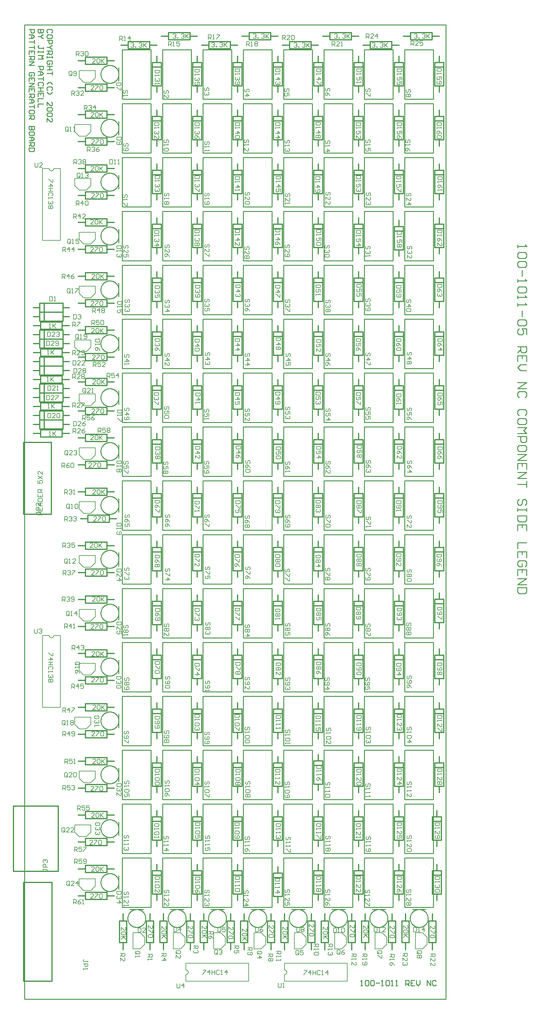
<source format=gto>
*%FSLAX23Y23*%
*%MOIN*%
G01*
%ADD11C,0.006*%
%ADD12C,0.007*%
%ADD13C,0.008*%
%ADD14C,0.010*%
%ADD15C,0.012*%
%ADD16C,0.030*%
%ADD17C,0.036*%
%ADD18C,0.050*%
%ADD19C,0.050*%
%ADD20C,0.054*%
%ADD21C,0.056*%
%ADD22C,0.060*%
%ADD23C,0.062*%
%ADD24C,0.066*%
%ADD25C,0.070*%
%ADD26C,0.080*%
%ADD27C,0.090*%
%ADD28C,0.125*%
%ADD29C,0.129*%
%ADD30R,0.062X0.062*%
%ADD31R,0.066X0.066*%
D11*
X7617Y3973D02*
Y4007D01*
X7609Y4015D01*
X7592D01*
X7584Y4007D01*
Y3973D01*
X7592Y3965D01*
X7609D01*
X7617D02*
X7601Y3982D01*
X7609Y3965D02*
X7617Y3973D01*
X7634Y3965D02*
X7667D01*
X7634D02*
X7667Y3998D01*
Y4007D01*
X7659Y4015D01*
X7642D01*
X7634Y4007D01*
X7709Y4015D02*
Y3965D01*
X7684Y3990D02*
X7709Y4015D01*
X7717Y3990D02*
X7684D01*
X7849Y3825D02*
X7882D01*
X7849D02*
X7882Y3858D01*
Y3867D01*
X7874Y3875D01*
X7857D01*
X7849Y3867D01*
X7899Y3875D02*
X7932D01*
Y3867D01*
X7899Y3833D01*
Y3825D01*
X7949Y3867D02*
X7957Y3875D01*
X7974D01*
X7982Y3867D01*
Y3833D01*
X7974Y3825D01*
X7957D01*
X7949Y3833D01*
Y3867D01*
X7659Y3810D02*
Y3760D01*
Y3810D02*
X7684D01*
X7692Y3802D01*
Y3785D01*
X7684Y3777D01*
X7659D01*
X7676D02*
X7692Y3760D01*
X7726Y3802D02*
X7742Y3810D01*
X7726Y3802D02*
X7709Y3785D01*
Y3768D01*
X7717Y3760D01*
X7734D01*
X7742Y3768D01*
Y3777D01*
X7734Y3785D01*
X7709D01*
X7759Y3760D02*
X7776D01*
X7767D01*
Y3810D01*
X7768D01*
X7767D02*
X7759Y3802D01*
X7839Y4420D02*
X7872D01*
X7839D02*
X7872Y4453D01*
Y4462D01*
X7864Y4470D01*
X7847D01*
X7839Y4462D01*
X7889Y4470D02*
X7922D01*
Y4462D01*
X7889Y4428D01*
Y4420D01*
X7939Y4462D02*
X7947Y4470D01*
X7964D01*
X7972Y4462D01*
Y4428D01*
X7964Y4420D01*
X7947D01*
X7939Y4428D01*
Y4462D01*
X7669Y4395D02*
Y4345D01*
Y4395D02*
X7694D01*
X7702Y4387D01*
Y4370D01*
X7694Y4362D01*
X7669D01*
X7686D02*
X7702Y4345D01*
X7719Y4395D02*
X7752D01*
X7719D02*
Y4370D01*
X7736Y4378D01*
X7744D01*
X7752Y4370D01*
Y4353D01*
X7744Y4345D01*
X7727D01*
X7719Y4353D01*
X7769Y4395D02*
X7802D01*
Y4387D01*
X7769Y4353D01*
Y4345D01*
X7819Y3128D02*
Y3112D01*
Y3120D02*
Y3128D01*
Y3120D02*
X7777D01*
X7769Y3128D01*
Y3137D01*
X7777Y3145D01*
X7769Y3095D02*
X7819D01*
Y3070D01*
X7811Y3062D01*
X7794D01*
X7786Y3070D01*
Y3095D01*
X7769Y3045D02*
Y3028D01*
Y3037D01*
X7819D01*
X7820D01*
X7819D02*
X7811Y3045D01*
X7318Y4136D02*
Y4152D01*
Y4144D02*
Y4136D01*
Y4144D02*
X7360D01*
X7368Y4136D01*
Y4127D01*
X7360Y4119D01*
X7368Y4169D02*
X7318D01*
Y4194D01*
X7326Y4202D01*
X7343D01*
X7351Y4194D01*
Y4169D01*
X7326Y4219D02*
X7318Y4227D01*
Y4244D01*
X7326Y4252D01*
X7335D01*
X7336D01*
X7335D02*
X7336D01*
X7335D02*
X7336D01*
X7335D02*
X7343Y4244D01*
Y4236D01*
Y4244D01*
X7351Y4252D01*
X7360D01*
X7368Y4244D01*
Y4227D01*
X7360Y4219D01*
X7854Y5020D02*
X7887D01*
X7854D02*
X7887Y5053D01*
Y5062D01*
X7879Y5070D01*
X7862D01*
X7854Y5062D01*
X7904Y5070D02*
X7937D01*
Y5062D01*
X7904Y5028D01*
Y5020D01*
X7954Y5062D02*
X7962Y5070D01*
X7979D01*
X7987Y5062D01*
Y5028D01*
X7979Y5020D01*
X7962D01*
X7954Y5028D01*
Y5062D01*
X7539Y5080D02*
Y5030D01*
Y5080D02*
X7564D01*
X7572Y5072D01*
Y5055D01*
X7564Y5047D01*
X7539D01*
X7556D02*
X7572Y5030D01*
X7589Y5080D02*
X7622D01*
X7589D02*
Y5055D01*
X7606Y5063D01*
X7614D01*
X7622Y5055D01*
Y5038D01*
X7614Y5030D01*
X7597D01*
X7589Y5038D01*
X7639Y5072D02*
X7647Y5080D01*
X7664D01*
X7672Y5072D01*
Y5063D01*
X7673D01*
X7672D02*
X7673D01*
X7672D02*
X7673D01*
X7672D02*
X7664Y5055D01*
X7656D01*
X7664D01*
X7672Y5047D01*
Y5038D01*
X7664Y5030D01*
X7647D01*
X7639Y5038D01*
X7592Y5183D02*
Y5217D01*
X7584Y5225D01*
X7567D01*
X7559Y5217D01*
Y5183D01*
X7567Y5175D01*
X7584D01*
X7592D02*
X7576Y5192D01*
X7584Y5175D02*
X7592Y5183D01*
X7609Y5175D02*
X7642D01*
X7609D02*
X7642Y5208D01*
Y5217D01*
X7634Y5225D01*
X7617D01*
X7609Y5217D01*
X7659D02*
X7667Y5225D01*
X7684D01*
X7692Y5217D01*
Y5183D01*
X7684Y5175D01*
X7667D01*
X7659Y5183D01*
Y5217D01*
X7562Y4602D02*
Y4568D01*
Y4602D02*
X7554Y4610D01*
X7537D01*
X7529Y4602D01*
Y4568D01*
X7537Y4560D01*
X7554D01*
X7562D02*
X7546Y4577D01*
X7554Y4560D02*
X7562Y4568D01*
X7579Y4560D02*
X7612D01*
X7579D02*
X7612Y4593D01*
Y4602D01*
X7604Y4610D01*
X7587D01*
X7579Y4602D01*
X7629Y4560D02*
X7662D01*
X7629D02*
X7662Y4593D01*
Y4602D01*
X7654Y4610D01*
X7637D01*
X7629Y4602D01*
X7567Y5763D02*
Y5797D01*
X7559Y5805D01*
X7542D01*
X7534Y5797D01*
Y5763D01*
X7542Y5755D01*
X7559D01*
X7567D02*
X7551Y5772D01*
X7559Y5755D02*
X7567Y5763D01*
X7584Y5755D02*
X7601D01*
X7592D01*
Y5805D01*
X7593D01*
X7592D02*
X7584Y5797D01*
X7626D02*
X7634Y5805D01*
X7651D01*
X7659Y5797D01*
Y5788D01*
X7651Y5780D01*
X7659Y5772D01*
Y5763D01*
X7651Y5755D01*
X7634D01*
X7626Y5763D01*
Y5772D01*
X7634Y5780D01*
X7626Y5788D01*
Y5797D01*
X7634Y5780D02*
X7651D01*
X7864Y5630D02*
X7897D01*
X7864D02*
X7897Y5663D01*
Y5672D01*
X7889Y5680D01*
X7872D01*
X7864Y5672D01*
X7914Y5680D02*
X7947D01*
Y5672D01*
X7914Y5638D01*
Y5630D01*
X7964Y5672D02*
X7972Y5680D01*
X7989D01*
X7997Y5672D01*
Y5638D01*
X7989Y5630D01*
X7972D01*
X7964Y5638D01*
Y5672D01*
X7539Y5680D02*
Y5630D01*
Y5680D02*
X7564D01*
X7572Y5672D01*
Y5655D01*
X7564Y5647D01*
X7539D01*
X7556D02*
X7572Y5630D01*
X7614D02*
Y5680D01*
X7589Y5655D01*
X7622D01*
X7639Y5638D02*
X7647Y5630D01*
X7664D01*
X7672Y5638D01*
Y5672D01*
X7664Y5680D01*
X7647D01*
X7639Y5672D01*
Y5663D01*
X7647Y5655D01*
X7672D01*
X7429Y6522D02*
Y6555D01*
Y6522D02*
X7421D01*
X7387Y6555D01*
X7379D01*
Y6480D02*
X7429D01*
X7404Y6505D01*
Y6472D01*
X7429Y6455D02*
X7379D01*
X7404D01*
Y6422D01*
X7429D01*
X7379D01*
X7429Y6380D02*
X7421Y6372D01*
X7429Y6380D02*
Y6397D01*
X7421Y6405D01*
X7387D01*
X7379Y6397D01*
Y6380D01*
X7387Y6372D01*
X7379Y6355D02*
Y6338D01*
Y6347D01*
X7429D01*
X7430D01*
X7429D02*
X7421Y6355D01*
Y6313D02*
X7429Y6305D01*
Y6288D01*
X7421Y6280D01*
X7412D01*
X7413D01*
X7412D02*
X7413D01*
X7412D02*
X7413D01*
X7412D02*
X7404Y6288D01*
Y6297D01*
Y6288D01*
X7396Y6280D01*
X7387D01*
X7379Y6288D01*
Y6305D01*
X7387Y6313D01*
X7421Y6263D02*
X7429Y6255D01*
Y6238D01*
X7421Y6230D01*
X7412D01*
X7404Y6238D01*
X7396Y6230D01*
X7387D01*
X7379Y6238D01*
Y6255D01*
X7387Y6263D01*
X7396D01*
X7404Y6255D01*
X7412Y6263D01*
X7421D01*
X7404Y6255D02*
Y6238D01*
X7224Y6783D02*
Y6825D01*
Y6783D02*
X7232Y6775D01*
X7249D01*
X7257Y6783D01*
Y6825D01*
X7274Y6817D02*
X7282Y6825D01*
X7299D01*
X7307Y6817D01*
Y6808D01*
X7308D01*
X7307D02*
X7308D01*
X7307D02*
X7308D01*
X7307D02*
X7299Y6800D01*
X7291D01*
X7299D01*
X7307Y6792D01*
Y6783D01*
X7299Y6775D01*
X7282D01*
X7274Y6783D01*
X7859Y7425D02*
X7892D01*
X7859D02*
X7892Y7458D01*
Y7467D01*
X7884Y7475D01*
X7867D01*
X7859Y7467D01*
X7909Y7475D02*
X7942D01*
Y7467D01*
X7909Y7433D01*
Y7425D01*
X7959Y7467D02*
X7967Y7475D01*
X7984D01*
X7992Y7467D01*
Y7433D01*
X7984Y7425D01*
X7967D01*
X7959Y7433D01*
Y7467D01*
X7544Y7475D02*
Y7425D01*
Y7475D02*
X7569D01*
X7577Y7467D01*
Y7450D01*
X7569Y7442D01*
X7544D01*
X7561D02*
X7577Y7425D01*
X7594Y7467D02*
X7602Y7475D01*
X7619D01*
X7627Y7467D01*
Y7458D01*
X7628D01*
X7627D02*
X7628D01*
X7627D02*
X7628D01*
X7627D02*
X7619Y7450D01*
X7611D01*
X7619D01*
X7627Y7442D01*
Y7433D01*
X7619Y7425D01*
X7602D01*
X7594Y7433D01*
X7644Y7475D02*
X7677D01*
Y7467D01*
X7644Y7433D01*
Y7425D01*
X7859Y6230D02*
X7892D01*
X7859D02*
X7892Y6263D01*
Y6272D01*
X7884Y6280D01*
X7867D01*
X7859Y6272D01*
X7909Y6280D02*
X7942D01*
Y6272D01*
X7909Y6238D01*
Y6230D01*
X7959Y6272D02*
X7967Y6280D01*
X7984D01*
X7992Y6272D01*
Y6238D01*
X7984Y6230D01*
X7967D01*
X7959Y6238D01*
Y6272D01*
X7639Y6210D02*
Y6160D01*
Y6210D02*
X7664D01*
X7672Y6202D01*
Y6185D01*
X7664Y6177D01*
X7639D01*
X7656D02*
X7672Y6160D01*
X7714D02*
Y6210D01*
X7689Y6185D01*
X7722D01*
X7739Y6210D02*
X7772D01*
X7739D02*
Y6185D01*
X7756Y6193D01*
X7764D01*
X7772Y6185D01*
Y6168D01*
X7764Y6160D01*
X7747D01*
X7739Y6168D01*
X7854Y6825D02*
X7887D01*
X7854D02*
X7887Y6858D01*
Y6867D01*
X7879Y6875D01*
X7862D01*
X7854Y6867D01*
X7904Y6875D02*
X7937D01*
Y6867D01*
X7904Y6833D01*
Y6825D01*
X7954Y6867D02*
X7962Y6875D01*
X7979D01*
X7987Y6867D01*
Y6833D01*
X7979Y6825D01*
X7962D01*
X7954Y6833D01*
Y6867D01*
X7559Y6880D02*
Y6830D01*
Y6880D02*
X7584D01*
X7592Y6872D01*
Y6855D01*
X7584Y6847D01*
X7559D01*
X7576D02*
X7592Y6830D01*
X7634D02*
Y6880D01*
X7609Y6855D01*
X7642D01*
X7659Y6830D02*
X7676D01*
X7667D01*
Y6880D01*
X7668D01*
X7667D02*
X7659Y6872D01*
X7592Y7563D02*
Y7597D01*
X7584Y7605D01*
X7567D01*
X7559Y7597D01*
Y7563D01*
X7567Y7555D01*
X7584D01*
X7592D02*
X7576Y7572D01*
X7584Y7555D02*
X7592Y7563D01*
X7609Y7555D02*
X7626D01*
X7617D01*
Y7605D01*
X7618D01*
X7617D02*
X7609Y7597D01*
X7651Y7555D02*
X7684D01*
X7651D02*
X7684Y7588D01*
Y7597D01*
X7676Y7605D01*
X7659D01*
X7651Y7597D01*
X7612Y7012D02*
Y6978D01*
Y7012D02*
X7604Y7020D01*
X7587D01*
X7579Y7012D01*
Y6978D01*
X7587Y6970D01*
X7604D01*
X7612D02*
X7596Y6987D01*
X7604Y6970D02*
X7612Y6978D01*
X7629Y6970D02*
X7646D01*
X7637D01*
Y7020D01*
X7638D01*
X7637D02*
X7629Y7012D01*
X7696Y7020D02*
Y6970D01*
X7671Y6995D02*
X7696Y7020D01*
X7704Y6995D02*
X7671D01*
X7687Y6422D02*
X7721D01*
X7729Y6430D01*
Y6447D01*
X7721Y6455D01*
X7687D01*
X7679Y6447D01*
Y6430D01*
Y6422D02*
X7696Y6438D01*
X7679Y6430D02*
X7687Y6422D01*
X7679Y6405D02*
Y6388D01*
Y6397D01*
X7729D01*
X7730D01*
X7729D02*
X7721Y6405D01*
Y6347D02*
X7729Y6330D01*
X7721Y6347D02*
X7704Y6363D01*
X7687D01*
X7679Y6355D01*
Y6338D01*
X7687Y6330D01*
X7696D01*
X7704Y6338D01*
Y6363D01*
X7884Y8025D02*
X7917D01*
X7884D02*
X7917Y8058D01*
Y8067D01*
X7909Y8075D01*
X7892D01*
X7884Y8067D01*
X7934Y8075D02*
X7967D01*
Y8067D01*
X7934Y8033D01*
Y8025D01*
X7984Y8067D02*
X7992Y8075D01*
X8009D01*
X8017Y8067D01*
Y8033D01*
X8009Y8025D01*
X7992D01*
X7984Y8033D01*
Y8067D01*
X7559Y8075D02*
Y8025D01*
Y8075D02*
X7584D01*
X7592Y8067D01*
Y8050D01*
X7584Y8042D01*
X7559D01*
X7576D02*
X7592Y8025D01*
X7609Y8067D02*
X7617Y8075D01*
X7634D01*
X7642Y8067D01*
Y8058D01*
X7643D01*
X7642D02*
X7643D01*
X7642D02*
X7643D01*
X7642D02*
X7634Y8050D01*
X7626D01*
X7634D01*
X7642Y8042D01*
Y8033D01*
X7634Y8025D01*
X7617D01*
X7609Y8033D01*
X7659Y8067D02*
X7667Y8075D01*
X7684D01*
X7692Y8067D01*
Y8058D01*
X7693D01*
X7692D02*
X7693D01*
X7692D02*
X7693D01*
X7692D02*
X7684Y8050D01*
X7676D01*
X7684D01*
X7692Y8042D01*
Y8033D01*
X7684Y8025D01*
X7667D01*
X7659Y8033D01*
X7406Y8975D02*
X7389D01*
X7397D02*
X7406D01*
X7397D02*
Y9025D01*
X7398D01*
X7397D02*
X7389Y9017D01*
X7431Y9025D02*
Y8975D01*
Y8992D01*
X7464Y9025D01*
X7439Y9000D01*
X7464Y8975D01*
X7654Y9005D02*
Y9055D01*
X7679D01*
X7687Y9047D01*
Y9030D01*
X7679Y9022D01*
X7654D01*
X7671D02*
X7687Y9005D01*
X7704D02*
X7737D01*
X7704D02*
X7737Y9038D01*
Y9047D01*
X7729Y9055D01*
X7712D01*
X7704Y9047D01*
X7771D02*
X7787Y9055D01*
X7771Y9047D02*
X7754Y9030D01*
Y9013D01*
X7762Y9005D01*
X7779D01*
X7787Y9013D01*
Y9022D01*
X7779Y9030D01*
X7754D01*
X7374Y9175D02*
Y9225D01*
Y9175D02*
X7399D01*
X7407Y9183D01*
Y9217D01*
X7399Y9225D01*
X7374D01*
X7424Y9175D02*
X7457D01*
X7424D02*
X7457Y9208D01*
Y9217D01*
X7449Y9225D01*
X7432D01*
X7424Y9217D01*
X7474D02*
X7482Y9225D01*
X7499D01*
X7507Y9217D01*
Y9183D01*
X7499Y9175D01*
X7482D01*
X7474Y9183D01*
Y9217D01*
X7829Y8625D02*
X7862D01*
X7829D02*
X7862Y8658D01*
Y8667D01*
X7854Y8675D01*
X7837D01*
X7829Y8667D01*
X7879Y8675D02*
X7912D01*
Y8667D01*
X7879Y8633D01*
Y8625D01*
X7929Y8667D02*
X7937Y8675D01*
X7954D01*
X7962Y8667D01*
Y8633D01*
X7954Y8625D01*
X7937D01*
X7929Y8633D01*
Y8667D01*
X7529Y8670D02*
Y8620D01*
Y8670D02*
X7554D01*
X7562Y8662D01*
Y8645D01*
X7554Y8637D01*
X7529D01*
X7546D02*
X7562Y8620D01*
X7596Y8662D02*
X7612Y8670D01*
X7596Y8662D02*
X7579Y8645D01*
Y8628D01*
X7587Y8620D01*
X7604D01*
X7612Y8628D01*
Y8637D01*
X7604Y8645D01*
X7579D01*
X7629Y8662D02*
X7637Y8670D01*
X7654D01*
X7662Y8662D01*
Y8628D01*
X7654Y8620D01*
X7637D01*
X7629Y8628D01*
Y8662D01*
X7617Y8207D02*
Y8173D01*
Y8207D02*
X7609Y8215D01*
X7592D01*
X7584Y8207D01*
Y8173D01*
X7592Y8165D01*
X7609D01*
X7617D02*
X7601Y8182D01*
X7609Y8165D02*
X7617Y8173D01*
X7634Y8165D02*
X7651D01*
X7642D01*
Y8215D01*
X7643D01*
X7642D02*
X7634Y8207D01*
X7676D02*
X7684Y8215D01*
X7701D01*
X7709Y8207D01*
Y8173D01*
X7701Y8165D01*
X7684D01*
X7676Y8173D01*
Y8207D01*
X7597Y8768D02*
Y8802D01*
X7589Y8810D01*
X7572D01*
X7564Y8802D01*
Y8768D01*
X7572Y8760D01*
X7589D01*
X7597D02*
X7581Y8777D01*
X7589Y8760D02*
X7597Y8768D01*
X7614Y8760D02*
X7647D01*
X7614D02*
X7647Y8793D01*
Y8802D01*
X7639Y8810D01*
X7622D01*
X7614Y8802D01*
X7664D02*
X7672Y8810D01*
X7689D01*
X7697Y8802D01*
Y8793D01*
X7698D01*
X7697D02*
X7698D01*
X7697D02*
X7698D01*
X7697D02*
X7689Y8785D01*
X7681D01*
X7689D01*
X7697Y8777D01*
Y8768D01*
X7689Y8760D01*
X7672D01*
X7664Y8768D01*
X7659Y9085D02*
Y9135D01*
Y9085D02*
X7684D01*
X7692Y9093D01*
Y9127D01*
X7684Y9135D01*
X7659D01*
X7709Y9085D02*
X7742D01*
X7709D02*
X7742Y9118D01*
Y9127D01*
X7734Y9135D01*
X7717D01*
X7709Y9127D01*
X7776D02*
X7792Y9135D01*
X7776Y9127D02*
X7759Y9110D01*
Y9093D01*
X7767Y9085D01*
X7784D01*
X7792Y9093D01*
Y9102D01*
X7784Y9110D01*
X7759D01*
X7313Y8094D02*
X7263D01*
X7288D02*
X7313D01*
X7288D02*
Y8127D01*
X7263D01*
X7313D01*
X7263Y8144D02*
Y8177D01*
Y8144D02*
X7313D01*
Y8177D01*
X7288Y8161D02*
Y8144D01*
X7280Y8194D02*
X7313D01*
X7280D02*
X7263Y8211D01*
X7280Y8227D01*
X7313D01*
X7288D01*
Y8194D01*
X7263Y8244D02*
X7313D01*
Y8269D01*
X7305Y8277D01*
X7271D01*
X7263Y8269D01*
Y8244D01*
Y8294D02*
Y8327D01*
Y8294D02*
X7313D01*
Y8327D01*
X7288Y8311D02*
Y8294D01*
X7313Y8344D02*
X7263D01*
Y8369D01*
X7271Y8377D01*
X7288D01*
X7296Y8369D01*
Y8344D01*
Y8361D02*
X7313Y8377D01*
X7263Y8444D02*
Y8477D01*
Y8444D02*
X7288D01*
X7280Y8461D01*
Y8469D01*
X7288Y8477D01*
X7305D01*
X7313Y8469D01*
Y8452D01*
X7305Y8444D01*
X7263Y8494D02*
X7313Y8527D01*
Y8494D02*
X7263Y8527D01*
X7313Y8544D02*
Y8577D01*
Y8544D02*
X7280Y8577D01*
X7271D01*
X7263Y8569D01*
Y8552D01*
X7271Y8544D01*
X7243Y8127D02*
Y8111D01*
Y8119D01*
X7285D01*
X7293Y8111D01*
Y8102D01*
X7285Y8094D01*
X7293Y8144D02*
X7243D01*
Y8169D01*
X7251Y8177D01*
X7268D01*
X7276Y8169D01*
Y8144D01*
X7293Y8194D02*
Y8227D01*
Y8194D02*
X7260Y8227D01*
X7251D01*
X7243Y8219D01*
Y8202D01*
X7251Y8194D01*
X7394Y10475D02*
Y10525D01*
Y10475D02*
X7419D01*
X7427Y10483D01*
Y10517D01*
X7419Y10525D01*
X7394D01*
X7444Y10475D02*
X7461D01*
X7452D01*
Y10525D01*
X7453D01*
X7452D02*
X7444Y10517D01*
X7659Y10325D02*
Y10275D01*
X7684D01*
X7692Y10283D01*
Y10317D01*
X7684Y10325D01*
X7659D01*
X7709Y10317D02*
X7717Y10325D01*
X7734D01*
X7742Y10317D01*
Y10308D01*
X7743D01*
X7742D02*
X7743D01*
X7742D02*
X7743D01*
X7742D02*
X7734Y10300D01*
X7726D01*
X7734D01*
X7742Y10292D01*
Y10283D01*
X7734Y10275D01*
X7717D01*
X7709Y10283D01*
X7406Y10175D02*
X7389D01*
X7397D02*
X7406D01*
X7397D02*
Y10225D01*
X7398D01*
X7397D02*
X7389Y10217D01*
X7431Y10225D02*
Y10175D01*
Y10192D01*
X7464Y10225D01*
X7439Y10200D01*
X7464Y10175D01*
X7649Y10190D02*
Y10240D01*
X7674D01*
X7682Y10232D01*
Y10215D01*
X7674Y10207D01*
X7649D01*
X7666D02*
X7682Y10190D01*
X7699Y10240D02*
X7732D01*
Y10232D01*
X7699Y10198D01*
Y10190D01*
X7369Y10130D02*
Y10080D01*
X7394D01*
X7402Y10088D01*
Y10122D01*
X7394Y10130D01*
X7369D01*
X7419Y10080D02*
X7452D01*
X7419D02*
X7452Y10113D01*
Y10122D01*
X7444Y10130D01*
X7427D01*
X7419Y10122D01*
X7469D02*
X7477Y10130D01*
X7494D01*
X7502Y10122D01*
Y10113D01*
X7503D01*
X7502D02*
X7503D01*
X7502D02*
X7503D01*
X7502D02*
X7494Y10105D01*
X7486D01*
X7494D01*
X7502Y10097D01*
Y10088D01*
X7494Y10080D01*
X7477D01*
X7469Y10088D01*
X7359Y10030D02*
Y9980D01*
X7384D01*
X7392Y9988D01*
Y10022D01*
X7384Y10030D01*
X7359D01*
X7409Y9980D02*
X7442D01*
X7409D02*
X7442Y10013D01*
Y10022D01*
X7434Y10030D01*
X7417D01*
X7409Y10022D01*
X7459Y9988D02*
X7467Y9980D01*
X7484D01*
X7492Y9988D01*
Y10022D01*
X7484Y10030D01*
X7467D01*
X7459Y10022D01*
Y10013D01*
X7467Y10005D01*
X7492D01*
X7386Y9880D02*
X7369D01*
X7377D02*
X7386D01*
X7377D02*
Y9930D01*
X7378D01*
X7377D02*
X7369Y9922D01*
X7411Y9930D02*
Y9880D01*
Y9897D01*
X7444Y9930D01*
X7419Y9905D01*
X7444Y9880D01*
X7649Y9875D02*
Y9925D01*
X7674D01*
X7682Y9917D01*
Y9900D01*
X7674Y9892D01*
X7649D01*
X7666D02*
X7682Y9875D01*
X7699D02*
X7732D01*
X7699D02*
X7732Y9908D01*
Y9917D01*
X7724Y9925D01*
X7707D01*
X7699Y9917D01*
X7749Y9883D02*
X7757Y9875D01*
X7774D01*
X7782Y9883D01*
Y9917D01*
X7774Y9925D01*
X7757D01*
X7749Y9917D01*
Y9908D01*
X7757Y9900D01*
X7782D01*
X7391Y9280D02*
X7374D01*
X7382D02*
X7391D01*
X7382D02*
Y9330D01*
X7383D01*
X7382D02*
X7374Y9322D01*
X7416Y9330D02*
Y9280D01*
Y9297D01*
X7449Y9330D01*
X7424Y9305D01*
X7449Y9280D01*
X7649Y9290D02*
Y9340D01*
X7674D01*
X7682Y9332D01*
Y9315D01*
X7674Y9307D01*
X7649D01*
X7666D02*
X7682Y9290D01*
X7699D02*
X7732D01*
X7699D02*
X7732Y9323D01*
Y9332D01*
X7724Y9340D01*
X7707D01*
X7699Y9332D01*
X7749Y9340D02*
X7782D01*
Y9332D01*
X7749Y9298D01*
Y9290D01*
X7381Y9580D02*
X7364D01*
X7372D02*
X7381D01*
X7372D02*
Y9630D01*
X7373D01*
X7372D02*
X7364Y9622D01*
X7406Y9630D02*
Y9580D01*
Y9597D01*
X7439Y9630D01*
X7414Y9605D01*
X7439Y9580D01*
X7649Y9610D02*
Y9660D01*
X7674D01*
X7682Y9652D01*
Y9635D01*
X7674Y9627D01*
X7649D01*
X7666D02*
X7682Y9610D01*
X7699D02*
X7732D01*
X7699D02*
X7732Y9643D01*
Y9652D01*
X7724Y9660D01*
X7707D01*
X7699Y9652D01*
X7749D02*
X7757Y9660D01*
X7774D01*
X7782Y9652D01*
Y9643D01*
X7774Y9635D01*
X7782Y9627D01*
Y9618D01*
X7774Y9610D01*
X7757D01*
X7749Y9618D01*
Y9627D01*
X7757Y9635D01*
X7749Y9643D01*
Y9652D01*
X7757Y9635D02*
X7774D01*
X7654Y9760D02*
Y9810D01*
Y9760D02*
X7679D01*
X7687Y9768D01*
Y9802D01*
X7679Y9810D01*
X7654D01*
X7704Y9760D02*
X7737D01*
X7704D02*
X7737Y9793D01*
Y9802D01*
X7729Y9810D01*
X7712D01*
X7704Y9802D01*
X7754Y9760D02*
X7787D01*
X7754D02*
X7787Y9793D01*
Y9802D01*
X7779Y9810D01*
X7762D01*
X7754Y9802D01*
X7664Y9725D02*
Y9675D01*
X7689D01*
X7697Y9683D01*
Y9717D01*
X7689Y9725D01*
X7664D01*
X7714Y9675D02*
X7747D01*
X7714D02*
X7747Y9708D01*
Y9717D01*
X7739Y9725D01*
X7722D01*
X7714Y9717D01*
X7764D02*
X7772Y9725D01*
X7789D01*
X7797Y9717D01*
Y9708D01*
X7789Y9700D01*
X7797Y9692D01*
Y9683D01*
X7789Y9675D01*
X7772D01*
X7764Y9683D01*
Y9692D01*
X7772Y9700D01*
X7764Y9708D01*
Y9717D01*
X7772Y9700D02*
X7789D01*
X7374Y9530D02*
Y9480D01*
X7399D01*
X7407Y9488D01*
Y9522D01*
X7399Y9530D01*
X7374D01*
X7424Y9480D02*
X7457D01*
X7424D02*
X7457Y9513D01*
Y9522D01*
X7449Y9530D01*
X7432D01*
X7424Y9522D01*
X7474Y9480D02*
X7491D01*
X7482D01*
Y9530D01*
X7483D01*
X7482D02*
X7474Y9522D01*
X7359Y9425D02*
Y9375D01*
X7384D01*
X7392Y9383D01*
Y9417D01*
X7384Y9425D01*
X7359D01*
X7409Y9375D02*
X7442D01*
X7409D02*
X7442Y9408D01*
Y9417D01*
X7434Y9425D01*
X7417D01*
X7409Y9417D01*
X7459Y9425D02*
X7492D01*
Y9417D01*
X7459Y9383D01*
Y9375D01*
X7864Y9225D02*
X7897D01*
X7864D02*
X7897Y9258D01*
Y9267D01*
X7889Y9275D01*
X7872D01*
X7864Y9267D01*
X7914Y9275D02*
X7947D01*
Y9267D01*
X7914Y9233D01*
Y9225D01*
X7964Y9267D02*
X7972Y9275D01*
X7989D01*
X7997Y9267D01*
Y9233D01*
X7989Y9225D01*
X7972D01*
X7964Y9233D01*
Y9267D01*
X7759Y9200D02*
Y9150D01*
Y9200D02*
X7784D01*
X7792Y9192D01*
Y9175D01*
X7784Y9167D01*
X7759D01*
X7776D02*
X7792Y9150D01*
X7809Y9200D02*
X7842D01*
X7809D02*
Y9175D01*
X7826Y9183D01*
X7834D01*
X7842Y9175D01*
Y9158D01*
X7834Y9150D01*
X7817D01*
X7809Y9158D01*
X7876Y9192D02*
X7892Y9200D01*
X7876Y9192D02*
X7859Y9175D01*
Y9158D01*
X7867Y9150D01*
X7884D01*
X7892Y9158D01*
Y9167D01*
X7884Y9175D01*
X7859D01*
X7854Y10425D02*
X7887D01*
X7854D02*
X7887Y10458D01*
Y10467D01*
X7879Y10475D01*
X7862D01*
X7854Y10467D01*
X7904Y10475D02*
X7937D01*
Y10467D01*
X7904Y10433D01*
Y10425D01*
X7954Y10467D02*
X7962Y10475D01*
X7979D01*
X7987Y10467D01*
Y10433D01*
X7979Y10425D01*
X7962D01*
X7954Y10433D01*
Y10467D01*
X7874Y10395D02*
Y10345D01*
Y10395D02*
X7899D01*
X7907Y10387D01*
Y10370D01*
X7899Y10362D01*
X7874D01*
X7891D02*
X7907Y10345D01*
X7949D02*
Y10395D01*
X7924Y10370D01*
X7957D01*
X7974Y10387D02*
X7982Y10395D01*
X7999D01*
X8007Y10387D01*
Y10378D01*
X7999Y10370D01*
X8007Y10362D01*
Y10353D01*
X7999Y10345D01*
X7982D01*
X7974Y10353D01*
Y10362D01*
X7982Y10370D01*
X7974Y10378D01*
Y10387D01*
X7982Y10370D02*
X7999D01*
X7717Y10097D02*
Y10063D01*
Y10097D02*
X7709Y10105D01*
X7692D01*
X7684Y10097D01*
Y10063D01*
X7692Y10055D01*
X7709D01*
X7717D02*
X7701Y10072D01*
X7709Y10055D02*
X7717Y10063D01*
X7734Y10055D02*
X7751D01*
X7742D01*
Y10105D01*
X7743D01*
X7742D02*
X7734Y10097D01*
X7776Y10063D02*
X7784Y10055D01*
X7801D01*
X7809Y10063D01*
Y10097D01*
X7801Y10105D01*
X7784D01*
X7776Y10097D01*
Y10088D01*
X7784Y10080D01*
X7809D01*
X7797Y9497D02*
Y9463D01*
Y9497D02*
X7789Y9505D01*
X7772D01*
X7764Y9497D01*
Y9463D01*
X7772Y9455D01*
X7789D01*
X7797D02*
X7781Y9472D01*
X7789Y9455D02*
X7797Y9463D01*
X7814Y9455D02*
X7847D01*
X7814D02*
X7847Y9488D01*
Y9497D01*
X7839Y9505D01*
X7822D01*
X7814Y9497D01*
X7864Y9455D02*
X7881D01*
X7872D01*
Y9505D01*
X7873D01*
X7872D02*
X7864Y9497D01*
X7622Y10573D02*
Y10607D01*
X7614Y10615D01*
X7597D01*
X7589Y10607D01*
Y10573D01*
X7597Y10565D01*
X7614D01*
X7622D02*
X7606Y10582D01*
X7614Y10565D02*
X7622Y10573D01*
X7639Y10565D02*
X7656D01*
X7647D01*
Y10615D01*
X7648D01*
X7647D02*
X7639Y10607D01*
X7681Y10615D02*
X7714D01*
Y10607D01*
X7681Y10573D01*
Y10565D01*
X7869Y9825D02*
X7902D01*
X7869D02*
X7902Y9858D01*
Y9867D01*
X7894Y9875D01*
X7877D01*
X7869Y9867D01*
X7919Y9875D02*
X7952D01*
Y9867D01*
X7919Y9833D01*
Y9825D01*
X7969Y9867D02*
X7977Y9875D01*
X7994D01*
X8002Y9867D01*
Y9833D01*
X7994Y9825D01*
X7977D01*
X7969Y9833D01*
Y9867D01*
X7879Y9795D02*
Y9745D01*
Y9795D02*
X7904D01*
X7912Y9787D01*
Y9770D01*
X7904Y9762D01*
X7879D01*
X7896D02*
X7912Y9745D01*
X7929Y9795D02*
X7962D01*
X7929D02*
Y9770D01*
X7946Y9778D01*
X7954D01*
X7962Y9770D01*
Y9753D01*
X7954Y9745D01*
X7937D01*
X7929Y9753D01*
X7979Y9745D02*
X8012D01*
X7979D02*
X8012Y9778D01*
Y9787D01*
X8004Y9795D01*
X7987D01*
X7979Y9787D01*
X7429Y11797D02*
Y11830D01*
Y11797D02*
X7421D01*
X7387Y11830D01*
X7379D01*
Y11755D02*
X7429D01*
X7404Y11780D01*
Y11747D01*
X7429Y11730D02*
X7379D01*
X7404D01*
Y11697D01*
X7429D01*
X7379D01*
X7429Y11655D02*
X7421Y11647D01*
X7429Y11655D02*
Y11672D01*
X7421Y11680D01*
X7387D01*
X7379Y11672D01*
Y11655D01*
X7387Y11647D01*
X7379Y11630D02*
Y11613D01*
Y11622D01*
X7429D01*
X7430D01*
X7429D02*
X7421Y11630D01*
Y11588D02*
X7429Y11580D01*
Y11563D01*
X7421Y11555D01*
X7412D01*
X7413D01*
X7412D02*
X7413D01*
X7412D02*
X7413D01*
X7412D02*
X7404Y11563D01*
Y11572D01*
Y11563D01*
X7396Y11555D01*
X7387D01*
X7379Y11563D01*
Y11580D01*
X7387Y11588D01*
X7421Y11538D02*
X7429Y11530D01*
Y11513D01*
X7421Y11505D01*
X7412D01*
X7404Y11513D01*
X7396Y11505D01*
X7387D01*
X7379Y11513D01*
Y11530D01*
X7387Y11538D01*
X7396D01*
X7404Y11530D01*
X7412Y11538D01*
X7421D01*
X7404Y11530D02*
Y11513D01*
X7229Y11973D02*
Y12015D01*
Y11973D02*
X7237Y11965D01*
X7254D01*
X7262Y11973D01*
Y12015D01*
X7279Y11965D02*
X7312D01*
X7279D02*
X7312Y11998D01*
Y12007D01*
X7304Y12015D01*
X7287D01*
X7279Y12007D01*
X7849Y11025D02*
X7882D01*
X7849D02*
X7882Y11058D01*
Y11067D01*
X7874Y11075D01*
X7857D01*
X7849Y11067D01*
X7899Y11075D02*
X7932D01*
Y11067D01*
X7899Y11033D01*
Y11025D01*
X7949Y11067D02*
X7957Y11075D01*
X7974D01*
X7982Y11067D01*
Y11033D01*
X7974Y11025D01*
X7957D01*
X7949Y11033D01*
Y11067D01*
X7539Y11075D02*
Y11025D01*
Y11075D02*
X7564D01*
X7572Y11067D01*
Y11050D01*
X7564Y11042D01*
X7539D01*
X7556D02*
X7572Y11025D01*
X7614D02*
Y11075D01*
X7589Y11050D01*
X7622D01*
X7664Y11025D02*
Y11075D01*
X7639Y11050D01*
X7672D01*
X7627Y11123D02*
Y11157D01*
X7619Y11165D01*
X7602D01*
X7594Y11157D01*
Y11123D01*
X7602Y11115D01*
X7619D01*
X7627D02*
X7611Y11132D01*
X7619Y11115D02*
X7627Y11123D01*
X7644Y11115D02*
X7661D01*
X7652D01*
Y11165D01*
X7653D01*
X7652D02*
X7644Y11157D01*
X7686Y11165D02*
X7719D01*
X7686D02*
Y11140D01*
X7702Y11148D01*
X7711D01*
X7719Y11140D01*
Y11123D01*
X7711Y11115D01*
X7694D01*
X7686Y11123D01*
X7859Y12225D02*
X7892D01*
X7859D02*
X7892Y12258D01*
Y12267D01*
X7884Y12275D01*
X7867D01*
X7859Y12267D01*
X7909Y12275D02*
X7942D01*
Y12267D01*
X7909Y12233D01*
Y12225D01*
X7959Y12267D02*
X7967Y12275D01*
X7984D01*
X7992Y12267D01*
Y12233D01*
X7984Y12225D01*
X7967D01*
X7959Y12233D01*
Y12267D01*
X7814Y12190D02*
Y12140D01*
Y12190D02*
X7839D01*
X7847Y12182D01*
Y12165D01*
X7839Y12157D01*
X7814D01*
X7831D02*
X7847Y12140D01*
X7864Y12182D02*
X7872Y12190D01*
X7889D01*
X7897Y12182D01*
Y12173D01*
X7898D01*
X7897D02*
X7898D01*
X7897D02*
X7898D01*
X7897D02*
X7889Y12165D01*
X7881D01*
X7889D01*
X7897Y12157D01*
Y12148D01*
X7889Y12140D01*
X7872D01*
X7864Y12148D01*
X7931Y12182D02*
X7947Y12190D01*
X7931Y12182D02*
X7914Y12165D01*
Y12148D01*
X7922Y12140D01*
X7939D01*
X7947Y12148D01*
Y12157D01*
X7939Y12165D01*
X7914D01*
X7892Y11625D02*
X7859D01*
X7892Y11658D01*
Y11667D01*
X7884Y11675D01*
X7867D01*
X7859Y11667D01*
X7909Y11675D02*
X7942D01*
Y11667D01*
X7909Y11633D01*
Y11625D01*
X7959Y11667D02*
X7967Y11675D01*
X7984D01*
X7992Y11667D01*
Y11633D01*
X7984Y11625D01*
X7967D01*
X7959Y11633D01*
Y11667D01*
X7689Y11590D02*
Y11540D01*
Y11590D02*
X7714D01*
X7722Y11582D01*
Y11565D01*
X7714Y11557D01*
X7689D01*
X7706D02*
X7722Y11540D01*
X7764D02*
Y11590D01*
X7739Y11565D01*
X7772D01*
X7789Y11582D02*
X7797Y11590D01*
X7814D01*
X7822Y11582D01*
Y11548D01*
X7814Y11540D01*
X7797D01*
X7789Y11548D01*
Y11582D01*
X7732Y11858D02*
Y11892D01*
X7724Y11900D01*
X7707D01*
X7699Y11892D01*
Y11858D01*
X7707Y11850D01*
X7724D01*
X7732D02*
X7716Y11867D01*
X7724Y11850D02*
X7732Y11858D01*
X7749Y11850D02*
X7766D01*
X7757D01*
Y11900D01*
X7758D01*
X7757D02*
X7749Y11892D01*
X7791D02*
X7799Y11900D01*
X7816D01*
X7824Y11892D01*
Y11883D01*
X7825D01*
X7824D02*
X7825D01*
X7824D02*
X7825D01*
X7824D02*
X7816Y11875D01*
X7807D01*
X7816D01*
X7824Y11867D01*
Y11858D01*
X7816Y11850D01*
X7799D01*
X7791Y11858D01*
X7854Y12825D02*
X7887D01*
X7854D02*
X7887Y12858D01*
Y12867D01*
X7879Y12875D01*
X7862D01*
X7854Y12867D01*
X7904Y12875D02*
X7937D01*
Y12867D01*
X7904Y12833D01*
Y12825D01*
X7954Y12867D02*
X7962Y12875D01*
X7979D01*
X7987Y12867D01*
Y12833D01*
X7979Y12825D01*
X7962D01*
X7954Y12833D01*
Y12867D01*
X7639Y12815D02*
Y12765D01*
Y12815D02*
X7664D01*
X7672Y12807D01*
Y12790D01*
X7664Y12782D01*
X7639D01*
X7656D02*
X7672Y12765D01*
X7689Y12807D02*
X7697Y12815D01*
X7714D01*
X7722Y12807D01*
Y12798D01*
X7723D01*
X7722D02*
X7723D01*
X7722D02*
X7723D01*
X7722D02*
X7714Y12790D01*
X7706D01*
X7714D01*
X7722Y12782D01*
Y12773D01*
X7714Y12765D01*
X7697D01*
X7689Y12773D01*
X7739Y12765D02*
X7772D01*
X7739D02*
X7772Y12798D01*
Y12807D01*
X7764Y12815D01*
X7747D01*
X7739Y12807D01*
X7602Y12407D02*
Y12373D01*
Y12407D02*
X7594Y12415D01*
X7577D01*
X7569Y12407D01*
Y12373D01*
X7577Y12365D01*
X7594D01*
X7602D02*
X7586Y12382D01*
X7594Y12365D02*
X7602Y12373D01*
X7619Y12365D02*
X7636D01*
X7627D01*
Y12415D01*
X7628D01*
X7627D02*
X7619Y12407D01*
X7661Y12365D02*
X7677D01*
X7669D01*
Y12415D01*
X7670D01*
X7669D02*
X7661Y12407D01*
X7642Y12993D02*
Y13027D01*
X7634Y13035D01*
X7617D01*
X7609Y13027D01*
Y12993D01*
X7617Y12985D01*
X7634D01*
X7642D02*
X7626Y13002D01*
X7634Y12985D02*
X7642Y12993D01*
X7659D02*
X7667Y12985D01*
X7684D01*
X7692Y12993D01*
Y13027D01*
X7684Y13035D01*
X7667D01*
X7659Y13027D01*
Y13018D01*
X7667Y13010D01*
X7692D01*
X9104Y3025D02*
X9137D01*
Y3017D01*
X9104Y2983D01*
Y2975D01*
X9179D02*
Y3025D01*
X9154Y3000D01*
X9187D01*
X9204Y3025D02*
Y2975D01*
Y3000D01*
X9237D01*
Y3025D01*
Y2975D01*
X9279Y3025D02*
X9287Y3017D01*
X9279Y3025D02*
X9262D01*
X9254Y3017D01*
Y2983D01*
X9262Y2975D01*
X9279D01*
X9287Y2983D01*
X9304Y2975D02*
X9321D01*
X9312D01*
Y3025D01*
X9313D01*
X9312D02*
X9304Y3017D01*
X9371Y3025D02*
Y2975D01*
X9346Y3000D02*
X9371Y3025D01*
X9379Y3000D02*
X9346D01*
X8814Y2875D02*
Y2833D01*
X8822Y2825D01*
X8839D01*
X8847Y2833D01*
Y2875D01*
X8889D02*
Y2825D01*
X8864Y2850D02*
X8889Y2875D01*
X8897Y2850D02*
X8864D01*
X7892Y4125D02*
X7859D01*
X7892Y4158D01*
Y4167D01*
X7884Y4175D01*
X7867D01*
X7859Y4167D01*
X7909D02*
X7917Y4175D01*
X7934D01*
X7942Y4167D01*
Y4133D01*
X7934Y4125D01*
X7917D01*
X7909Y4133D01*
Y4167D01*
X7959Y4175D02*
Y4125D01*
Y4142D01*
X7992Y4175D01*
X7967Y4150D01*
X7992Y4125D01*
X7669Y4210D02*
Y4260D01*
X7694D01*
X7702Y4252D01*
Y4235D01*
X7694Y4227D01*
X7669D01*
X7686D02*
X7702Y4210D01*
X7719Y4260D02*
X7752D01*
X7719D02*
Y4235D01*
X7736Y4243D01*
X7744D01*
X7752Y4235D01*
Y4218D01*
X7744Y4210D01*
X7727D01*
X7719Y4218D01*
X7769D02*
X7777Y4210D01*
X7794D01*
X7802Y4218D01*
Y4252D01*
X7794Y4260D01*
X7777D01*
X7769Y4252D01*
Y4243D01*
X7777Y4235D01*
X7802D01*
X8144Y3900D02*
X8194D01*
X8144D02*
Y3875D01*
X8152Y3867D01*
X8186D01*
X8194Y3875D01*
Y3900D01*
X8186Y3850D02*
X8194Y3842D01*
Y3825D01*
X8186Y3817D01*
X8177D01*
X8178D01*
X8177D02*
X8178D01*
X8177D02*
X8178D01*
X8177D02*
X8169Y3825D01*
Y3833D01*
Y3825D01*
X8161Y3817D01*
X8152D01*
X8144Y3825D01*
Y3842D01*
X8152Y3850D01*
X8144Y3775D02*
X8194D01*
X8169Y3800D01*
Y3767D01*
X9094Y3515D02*
Y3482D01*
Y3515D02*
X9127Y3482D01*
X9136D01*
X9144Y3490D01*
Y3507D01*
X9136Y3515D01*
Y3465D02*
X9144Y3457D01*
Y3440D01*
X9136Y3432D01*
X9102D01*
X9094Y3440D01*
Y3457D01*
X9102Y3465D01*
X9136D01*
X9144Y3415D02*
X9094D01*
X9111D01*
X9144Y3382D01*
X9119Y3407D01*
X9094Y3382D01*
X9169Y3455D02*
X9219D01*
Y3430D01*
X9211Y3422D01*
X9194D01*
X9186Y3430D01*
Y3455D01*
Y3438D02*
X9169Y3422D01*
X9211Y3388D02*
X9219Y3372D01*
X9211Y3388D02*
X9194Y3405D01*
X9177D01*
X9169Y3397D01*
Y3380D01*
X9177Y3372D01*
X9186D01*
X9194Y3380D01*
Y3405D01*
X8644Y3477D02*
Y3510D01*
X8677Y3477D01*
X8686D01*
X8694Y3485D01*
Y3502D01*
X8686Y3510D01*
Y3460D02*
X8694Y3452D01*
Y3435D01*
X8686Y3427D01*
X8652D01*
X8644Y3435D01*
Y3452D01*
X8652Y3460D01*
X8686D01*
X8694Y3410D02*
X8644D01*
X8661D01*
X8694Y3377D01*
X8669Y3402D01*
X8644Y3377D01*
Y3210D02*
X8694D01*
Y3185D01*
X8686Y3177D01*
X8669D01*
X8661Y3185D01*
Y3210D01*
Y3193D02*
X8644Y3177D01*
Y3135D02*
X8694D01*
X8669Y3160D01*
Y3127D01*
X8194Y3467D02*
Y3500D01*
X8227Y3467D01*
X8236D01*
X8244Y3475D01*
Y3492D01*
X8236Y3500D01*
Y3450D02*
X8244Y3442D01*
Y3425D01*
X8236Y3417D01*
X8202D01*
X8194Y3425D01*
Y3442D01*
X8202Y3450D01*
X8236D01*
X8244Y3400D02*
X8194D01*
X8211D01*
X8244Y3367D01*
X8219Y3392D01*
X8194Y3367D01*
X8184Y3210D02*
X8234D01*
Y3185D01*
X8226Y3177D01*
X8209D01*
X8201Y3185D01*
Y3210D01*
Y3193D02*
X8184Y3177D01*
Y3160D02*
Y3127D01*
Y3160D02*
X8217Y3127D01*
X8226D01*
X8234Y3135D01*
Y3152D01*
X8226Y3160D01*
X9267Y3208D02*
Y3242D01*
X9259Y3250D01*
X9242D01*
X9234Y3242D01*
Y3208D01*
X9242Y3200D01*
X9259D01*
X9267D02*
X9251Y3217D01*
X9259Y3200D02*
X9267Y3208D01*
X9284Y3242D02*
X9292Y3250D01*
X9309D01*
X9317Y3242D01*
Y3233D01*
X9318D01*
X9317D02*
X9318D01*
X9317D02*
X9318D01*
X9317D02*
X9309Y3225D01*
X9301D01*
X9309D01*
X9317Y3217D01*
Y3208D01*
X9309Y3200D01*
X9292D01*
X9284Y3208D01*
X8846Y3207D02*
X8812D01*
X8846D02*
X8854Y3215D01*
Y3232D01*
X8846Y3240D01*
X8812D01*
X8804Y3232D01*
Y3215D01*
Y3207D02*
X8821Y3223D01*
X8804Y3215D02*
X8812Y3207D01*
X8804Y3190D02*
Y3157D01*
Y3190D02*
X8837Y3157D01*
X8846D01*
X8854Y3165D01*
Y3182D01*
X8846Y3190D01*
X8391Y3202D02*
X8357D01*
X8391D02*
X8399Y3210D01*
Y3227D01*
X8391Y3235D01*
X8357D01*
X8349Y3227D01*
Y3210D01*
Y3202D02*
X8366Y3218D01*
X8349Y3210D02*
X8357Y3202D01*
X8349Y3185D02*
Y3168D01*
Y3177D01*
X8399D01*
X8400D01*
X8399D02*
X8391Y3185D01*
X8939Y3482D02*
Y3515D01*
X8972Y3482D01*
X8981D01*
X8989Y3490D01*
Y3507D01*
X8981Y3515D01*
X8989Y3465D02*
Y3432D01*
X8981D01*
X8947Y3465D01*
X8939D01*
X8981Y3415D02*
X8989Y3407D01*
Y3390D01*
X8981Y3382D01*
X8947D01*
X8939Y3390D01*
Y3407D01*
X8947Y3415D01*
X8981D01*
X8999Y3295D02*
X9049D01*
Y3270D01*
X9041Y3262D01*
X9024D01*
X9016Y3270D01*
Y3295D01*
Y3278D02*
X8999Y3262D01*
X9041Y3245D02*
X9049Y3237D01*
Y3220D01*
X9041Y3212D01*
X9032D01*
X9033D01*
X9032D02*
X9033D01*
X9032D02*
X9033D01*
X9032D02*
X9024Y3220D01*
Y3228D01*
Y3220D01*
X9016Y3212D01*
X9007D01*
X8999Y3220D01*
Y3237D01*
X9007Y3245D01*
X9269Y3450D02*
Y3500D01*
Y3450D02*
X9294D01*
X9302Y3458D01*
Y3492D01*
X9294Y3500D01*
X9269D01*
X9319D02*
X9352D01*
X9319D02*
Y3475D01*
X9336Y3483D01*
X9344D01*
X9352Y3475D01*
Y3458D01*
X9344Y3450D01*
X9327D01*
X9319Y3458D01*
X8779Y3450D02*
Y3500D01*
Y3450D02*
X8804D01*
X8812Y3458D01*
Y3492D01*
X8804Y3500D01*
X8779D01*
X8854D02*
Y3450D01*
X8829Y3475D02*
X8854Y3500D01*
X8862Y3475D02*
X8829D01*
X8379Y3495D02*
Y3445D01*
X8404D01*
X8412Y3453D01*
Y3487D01*
X8404Y3495D01*
X8379D01*
X8429Y3445D02*
X8462D01*
X8429D02*
X8462Y3478D01*
Y3487D01*
X8454Y3495D01*
X8437D01*
X8429Y3487D01*
X8494Y3487D02*
Y3520D01*
X8527Y3487D01*
X8536D01*
X8544Y3495D01*
Y3512D01*
X8536Y3520D01*
X8544Y3470D02*
Y3437D01*
X8536D01*
X8502Y3470D01*
X8494D01*
X8536Y3420D02*
X8544Y3412D01*
Y3395D01*
X8536Y3387D01*
X8502D01*
X8494Y3395D01*
Y3412D01*
X8502Y3420D01*
X8536D01*
X8539Y3200D02*
X8489D01*
X8539D02*
Y3175D01*
X8531Y3167D01*
X8514D01*
X8506Y3175D01*
Y3200D01*
Y3183D02*
X8489Y3167D01*
Y3150D02*
Y3133D01*
Y3142D01*
X8539D01*
X8540D01*
X8539D02*
X8531Y3150D01*
X8266Y3862D02*
X8274Y3870D01*
Y3887D01*
X8266Y3895D01*
X8257D01*
X8249Y3887D01*
Y3870D01*
X8241Y3862D01*
X8232D01*
X8224Y3870D01*
Y3887D01*
X8232Y3895D01*
X8224Y3845D02*
Y3828D01*
Y3837D01*
X8274D01*
X8275D01*
X8274D02*
X8266Y3845D01*
X8224Y3803D02*
Y3770D01*
Y3803D02*
X8257Y3770D01*
X8266D01*
X8274Y3778D01*
Y3795D01*
X8266Y3803D01*
X8224Y3753D02*
Y3737D01*
Y3745D01*
X8274D01*
X8275D01*
X8274D02*
X8266Y3753D01*
X8716Y3882D02*
X8724Y3890D01*
Y3907D01*
X8716Y3915D01*
X8707D01*
X8699Y3907D01*
Y3890D01*
X8691Y3882D01*
X8682D01*
X8674Y3890D01*
Y3907D01*
X8682Y3915D01*
X8674Y3865D02*
Y3848D01*
Y3857D01*
X8724D01*
X8725D01*
X8724D02*
X8716Y3865D01*
X8674Y3823D02*
Y3790D01*
Y3823D02*
X8707Y3790D01*
X8716D01*
X8724Y3798D01*
Y3815D01*
X8716Y3823D01*
X8674Y3773D02*
Y3740D01*
Y3773D02*
X8707Y3740D01*
X8716D01*
X8724Y3748D01*
Y3765D01*
X8716Y3773D01*
X9166Y3882D02*
X9174Y3890D01*
Y3907D01*
X9166Y3915D01*
X9157D01*
X9149Y3907D01*
Y3890D01*
X9141Y3882D01*
X9132D01*
X9124Y3890D01*
Y3907D01*
X9132Y3915D01*
X9124Y3865D02*
Y3848D01*
Y3857D01*
X9174D01*
X9175D01*
X9174D02*
X9166Y3865D01*
X9124Y3823D02*
Y3790D01*
Y3823D02*
X9157Y3790D01*
X9166D01*
X9174Y3798D01*
Y3815D01*
X9166Y3823D01*
Y3773D02*
X9174Y3765D01*
Y3748D01*
X9166Y3740D01*
X9157D01*
X9158D01*
X9157D02*
X9158D01*
X9157D02*
X9158D01*
X9157D02*
X9149Y3748D01*
Y3757D01*
Y3748D01*
X9141Y3740D01*
X9132D01*
X9124Y3748D01*
Y3765D01*
X9132Y3773D01*
X8619Y4065D02*
X8569D01*
Y4040D01*
X8577Y4032D01*
X8611D01*
X8619Y4040D01*
Y4065D01*
X8569Y4015D02*
Y3998D01*
Y4007D01*
X8619D01*
X8620D01*
X8619D02*
X8611Y4015D01*
Y3973D02*
X8619Y3965D01*
Y3948D01*
X8611Y3940D01*
X8577D01*
X8569Y3948D01*
Y3965D01*
X8577Y3973D01*
X8611D01*
X8569Y3923D02*
Y3890D01*
Y3923D02*
X8602Y3890D01*
X8611D01*
X8619Y3898D01*
Y3915D01*
X8611Y3923D01*
X9019Y4060D02*
X9069D01*
X9019D02*
Y4035D01*
X9027Y4027D01*
X9061D01*
X9069Y4035D01*
Y4060D01*
X9019Y4010D02*
Y3993D01*
Y4002D01*
X9069D01*
X9070D01*
X9069D02*
X9061Y4010D01*
Y3968D02*
X9069Y3960D01*
Y3943D01*
X9061Y3935D01*
X9027D01*
X9019Y3943D01*
Y3960D01*
X9027Y3968D01*
X9061D01*
Y3902D02*
X9069Y3885D01*
X9061Y3902D02*
X9044Y3918D01*
X9027D01*
X9019Y3910D01*
Y3893D01*
X9027Y3885D01*
X9036D01*
X9044Y3893D01*
Y3918D01*
X7892Y4725D02*
X7859D01*
X7892Y4758D01*
Y4767D01*
X7884Y4775D01*
X7867D01*
X7859Y4767D01*
X7909D02*
X7917Y4775D01*
X7934D01*
X7942Y4767D01*
Y4733D01*
X7934Y4725D01*
X7917D01*
X7909Y4733D01*
Y4767D01*
X7959Y4775D02*
Y4725D01*
Y4742D01*
X7992Y4775D01*
X7967Y4750D01*
X7992Y4725D01*
X7704Y4805D02*
Y4855D01*
X7729D01*
X7737Y4847D01*
Y4830D01*
X7729Y4822D01*
X7704D01*
X7721D02*
X7737Y4805D01*
X7754Y4855D02*
X7787D01*
X7754D02*
Y4830D01*
X7771Y4838D01*
X7779D01*
X7787Y4830D01*
Y4813D01*
X7779Y4805D01*
X7762D01*
X7754Y4813D01*
X7804Y4855D02*
X7837D01*
X7804D02*
Y4830D01*
X7821Y4838D01*
X7829D01*
X7837Y4830D01*
Y4813D01*
X7829Y4805D01*
X7812D01*
X7804Y4813D01*
X7874Y5325D02*
X7907D01*
X7874D02*
X7907Y5358D01*
Y5367D01*
X7899Y5375D01*
X7882D01*
X7874Y5367D01*
X7924D02*
X7932Y5375D01*
X7949D01*
X7957Y5367D01*
Y5333D01*
X7949Y5325D01*
X7932D01*
X7924Y5333D01*
Y5367D01*
X7974Y5375D02*
Y5325D01*
Y5342D01*
X8007Y5375D01*
X7982Y5350D01*
X8007Y5325D01*
X7564D02*
Y5375D01*
X7589D01*
X7597Y5367D01*
Y5350D01*
X7589Y5342D01*
X7564D01*
X7581D02*
X7597Y5325D01*
X7614Y5375D02*
X7647D01*
X7614D02*
Y5350D01*
X7631Y5358D01*
X7639D01*
X7647Y5350D01*
Y5333D01*
X7639Y5325D01*
X7622D01*
X7614Y5333D01*
X7664Y5325D02*
X7681D01*
X7672D01*
Y5375D01*
X7673D01*
X7672D02*
X7664Y5367D01*
X7874Y5925D02*
X7907D01*
X7874D02*
X7907Y5958D01*
Y5967D01*
X7899Y5975D01*
X7882D01*
X7874Y5967D01*
X7924D02*
X7932Y5975D01*
X7949D01*
X7957Y5967D01*
Y5933D01*
X7949Y5925D01*
X7932D01*
X7924Y5933D01*
Y5967D01*
X7974Y5975D02*
Y5925D01*
Y5942D01*
X8007Y5975D01*
X7982Y5950D01*
X8007Y5925D01*
X7539Y5945D02*
Y5895D01*
Y5945D02*
X7564D01*
X7572Y5937D01*
Y5920D01*
X7564Y5912D01*
X7539D01*
X7556D02*
X7572Y5895D01*
X7614D02*
Y5945D01*
X7589Y5920D01*
X7622D01*
X7639Y5945D02*
X7672D01*
Y5937D01*
X7639Y5903D01*
Y5895D01*
X8144Y5100D02*
X8194D01*
X8144D02*
Y5075D01*
X8152Y5067D01*
X8186D01*
X8194Y5075D01*
Y5100D01*
X8186Y5050D02*
X8194Y5042D01*
Y5025D01*
X8186Y5017D01*
X8177D01*
X8178D01*
X8177D02*
X8178D01*
X8177D02*
X8178D01*
X8177D02*
X8169Y5025D01*
Y5033D01*
Y5025D01*
X8161Y5017D01*
X8152D01*
X8144Y5025D01*
Y5042D01*
X8152Y5050D01*
X8144Y5000D02*
Y4967D01*
Y5000D02*
X8177Y4967D01*
X8186D01*
X8194Y4975D01*
Y4992D01*
X8186Y5000D01*
X7954Y4665D02*
X7904D01*
Y4640D01*
X7912Y4632D01*
X7946D01*
X7954Y4640D01*
Y4665D01*
X7946Y4615D02*
X7954Y4607D01*
Y4590D01*
X7946Y4582D01*
X7937D01*
X7938D01*
X7937D02*
X7938D01*
X7937D02*
X7938D01*
X7937D02*
X7929Y4590D01*
Y4598D01*
Y4590D01*
X7921Y4582D01*
X7912D01*
X7904Y4590D01*
Y4607D01*
X7912Y4615D01*
X7946Y4565D02*
X7954Y4557D01*
Y4540D01*
X7946Y4532D01*
X7937D01*
X7938D01*
X7937D02*
X7938D01*
X7937D02*
X7938D01*
X7937D02*
X7929Y4540D01*
Y4548D01*
Y4540D01*
X7921Y4532D01*
X7912D01*
X7904Y4540D01*
Y4557D01*
X7912Y4565D01*
X7894Y5855D02*
X7944D01*
X7894D02*
Y5830D01*
X7902Y5822D01*
X7936D01*
X7944Y5830D01*
Y5855D01*
X7936Y5805D02*
X7944Y5797D01*
Y5780D01*
X7936Y5772D01*
X7927D01*
X7928D01*
X7927D02*
X7928D01*
X7927D02*
X7928D01*
X7927D02*
X7919Y5780D01*
Y5788D01*
Y5780D01*
X7911Y5772D01*
X7902D01*
X7894Y5780D01*
Y5797D01*
X7902Y5805D01*
X7894Y5755D02*
Y5738D01*
Y5747D01*
X7944D01*
X7945D01*
X7944D02*
X7936Y5755D01*
X8274Y4500D02*
X8266Y4492D01*
X8274Y4500D02*
Y4517D01*
X8266Y4525D01*
X8257D01*
X8249Y4517D01*
Y4500D01*
X8241Y4492D01*
X8232D01*
X8224Y4500D01*
Y4517D01*
X8232Y4525D01*
X8224Y4475D02*
Y4458D01*
Y4467D01*
X8274D01*
X8275D01*
X8274D02*
X8266Y4475D01*
X8224Y4433D02*
Y4417D01*
Y4425D01*
X8274D01*
X8275D01*
X8274D02*
X8266Y4433D01*
Y4392D02*
X8274Y4383D01*
Y4367D01*
X8266Y4358D01*
X8257D01*
X8258D01*
X8257D02*
X8258D01*
X8257D02*
X8258D01*
X8257D02*
X8249Y4367D01*
Y4375D01*
Y4367D01*
X8241Y4358D01*
X8232D01*
X8224Y4367D01*
Y4383D01*
X8232Y4392D01*
X8711Y4482D02*
X8719Y4490D01*
Y4507D01*
X8711Y4515D01*
X8702D01*
X8694Y4507D01*
Y4490D01*
X8686Y4482D01*
X8677D01*
X8669Y4490D01*
Y4507D01*
X8677Y4515D01*
X8669Y4465D02*
Y4448D01*
Y4457D01*
X8719D01*
X8720D01*
X8719D02*
X8711Y4465D01*
X8669Y4423D02*
Y4407D01*
Y4415D01*
X8719D01*
X8720D01*
X8719D02*
X8711Y4423D01*
X8719Y4357D02*
X8669D01*
X8694Y4382D02*
X8719Y4357D01*
X8694Y4348D02*
Y4382D01*
X9171Y4487D02*
X9179Y4495D01*
Y4512D01*
X9171Y4520D01*
X9162D01*
X9154Y4512D01*
Y4495D01*
X9146Y4487D01*
X9137D01*
X9129Y4495D01*
Y4512D01*
X9137Y4520D01*
X9129Y4470D02*
Y4453D01*
Y4462D01*
X9179D01*
X9180D01*
X9179D02*
X9171Y4470D01*
X9129Y4428D02*
Y4412D01*
Y4420D01*
X9179D01*
X9180D01*
X9179D02*
X9171Y4428D01*
X9179Y4387D02*
Y4353D01*
Y4387D02*
X9154D01*
X9162Y4370D01*
Y4362D01*
X9154Y4353D01*
X9137D01*
X9129Y4362D01*
Y4378D01*
X9137Y4387D01*
X8279Y5105D02*
X8271Y5097D01*
X8279Y5105D02*
Y5122D01*
X8271Y5130D01*
X8262D01*
X8254Y5122D01*
Y5105D01*
X8246Y5097D01*
X8237D01*
X8229Y5105D01*
Y5122D01*
X8237Y5130D01*
X8229Y5080D02*
Y5063D01*
Y5072D01*
X8279D01*
X8280D01*
X8279D02*
X8271Y5080D01*
Y5038D02*
X8279Y5030D01*
Y5013D01*
X8271Y5005D01*
X8237D01*
X8229Y5013D01*
Y5030D01*
X8237Y5038D01*
X8271D01*
X8279Y4988D02*
Y4955D01*
Y4988D02*
X8254D01*
X8262Y4972D01*
Y4963D01*
X8254Y4955D01*
X8237D01*
X8229Y4963D01*
Y4980D01*
X8237Y4988D01*
X8721Y5102D02*
X8729Y5110D01*
Y5127D01*
X8721Y5135D01*
X8712D01*
X8704Y5127D01*
Y5110D01*
X8696Y5102D01*
X8687D01*
X8679Y5110D01*
Y5127D01*
X8687Y5135D01*
X8679Y5085D02*
Y5068D01*
Y5077D01*
X8729D01*
X8730D01*
X8729D02*
X8721Y5085D01*
Y5043D02*
X8729Y5035D01*
Y5018D01*
X8721Y5010D01*
X8687D01*
X8679Y5018D01*
Y5035D01*
X8687Y5043D01*
X8721D01*
Y4977D02*
X8729Y4960D01*
X8721Y4977D02*
X8704Y4993D01*
X8687D01*
X8679Y4985D01*
Y4968D01*
X8687Y4960D01*
X8696D01*
X8704Y4968D01*
Y4993D01*
X9166Y5092D02*
X9174Y5100D01*
Y5117D01*
X9166Y5125D01*
X9157D01*
X9149Y5117D01*
Y5100D01*
X9141Y5092D01*
X9132D01*
X9124Y5100D01*
Y5117D01*
X9132Y5125D01*
X9124Y5075D02*
Y5058D01*
Y5067D01*
X9174D01*
X9175D01*
X9174D02*
X9166Y5075D01*
Y5033D02*
X9174Y5025D01*
Y5008D01*
X9166Y5000D01*
X9132D01*
X9124Y5008D01*
Y5025D01*
X9132Y5033D01*
X9166D01*
X9174Y4983D02*
Y4950D01*
X9166D01*
X9132Y4983D01*
X9124D01*
X8274Y5660D02*
X8266Y5652D01*
X8274Y5660D02*
Y5677D01*
X8266Y5685D01*
X8257D01*
X8249Y5677D01*
Y5660D01*
X8241Y5652D01*
X8232D01*
X8224Y5660D01*
Y5677D01*
X8232Y5685D01*
Y5635D02*
X8224Y5627D01*
Y5610D01*
X8232Y5602D01*
X8266D01*
X8274Y5610D01*
Y5627D01*
X8266Y5635D01*
X8257D01*
X8249Y5627D01*
Y5602D01*
X8274Y5585D02*
Y5552D01*
X8266D01*
X8232Y5585D01*
X8224D01*
X8716Y5657D02*
X8724Y5665D01*
Y5682D01*
X8716Y5690D01*
X8707D01*
X8699Y5682D01*
Y5665D01*
X8691Y5657D01*
X8682D01*
X8674Y5665D01*
Y5682D01*
X8682Y5690D01*
Y5640D02*
X8674Y5632D01*
Y5615D01*
X8682Y5607D01*
X8716D01*
X8724Y5615D01*
Y5632D01*
X8716Y5640D01*
X8707D01*
X8699Y5632D01*
Y5607D01*
X8716Y5590D02*
X8724Y5582D01*
Y5565D01*
X8716Y5557D01*
X8707D01*
X8699Y5565D01*
X8691Y5557D01*
X8682D01*
X8674Y5565D01*
Y5582D01*
X8682Y5590D01*
X8691D01*
X8699Y5582D01*
X8707Y5590D01*
X8716D01*
X8699Y5582D02*
Y5565D01*
X9166Y5642D02*
X9174Y5650D01*
Y5667D01*
X9166Y5675D01*
X9157D01*
X9149Y5667D01*
Y5650D01*
X9141Y5642D01*
X9132D01*
X9124Y5650D01*
Y5667D01*
X9132Y5675D01*
Y5625D02*
X9124Y5617D01*
Y5600D01*
X9132Y5592D01*
X9166D01*
X9174Y5600D01*
Y5617D01*
X9166Y5625D01*
X9157D01*
X9149Y5617D01*
Y5592D01*
X9132Y5575D02*
X9124Y5567D01*
Y5550D01*
X9132Y5542D01*
X9166D01*
X9174Y5550D01*
Y5567D01*
X9166Y5575D01*
X9157D01*
X9149Y5567D01*
Y5542D01*
X8619Y5850D02*
X8569D01*
Y5825D01*
X8577Y5817D01*
X8611D01*
X8619Y5825D01*
Y5850D01*
X8577Y5800D02*
X8569Y5792D01*
Y5775D01*
X8577Y5767D01*
X8611D01*
X8619Y5775D01*
Y5792D01*
X8611Y5800D01*
X8602D01*
X8594Y5792D01*
Y5767D01*
X8577Y5750D02*
X8569Y5742D01*
Y5725D01*
X8577Y5717D01*
X8611D01*
X8619Y5725D01*
Y5742D01*
X8611Y5750D01*
X8602D01*
X8594Y5742D01*
Y5717D01*
X8619Y5260D02*
X8569D01*
Y5235D01*
X8577Y5227D01*
X8611D01*
X8619Y5235D01*
Y5260D01*
X8569Y5210D02*
Y5193D01*
Y5202D01*
X8619D01*
X8620D01*
X8619D02*
X8611Y5210D01*
Y5168D02*
X8619Y5160D01*
Y5143D01*
X8611Y5135D01*
X8577D01*
X8569Y5143D01*
Y5160D01*
X8577Y5168D01*
X8611D01*
Y5118D02*
X8619Y5110D01*
Y5093D01*
X8611Y5085D01*
X8577D01*
X8569Y5093D01*
Y5110D01*
X8577Y5118D01*
X8611D01*
X8614Y4655D02*
X8564D01*
Y4630D01*
X8572Y4622D01*
X8606D01*
X8614Y4630D01*
Y4655D01*
X8564Y4605D02*
Y4588D01*
Y4597D01*
X8614D01*
X8615D01*
X8614D02*
X8606Y4605D01*
Y4563D02*
X8614Y4555D01*
Y4538D01*
X8606Y4530D01*
X8572D01*
X8564Y4538D01*
Y4555D01*
X8572Y4563D01*
X8606D01*
X8564Y4513D02*
Y4497D01*
Y4505D01*
X8614D01*
X8615D01*
X8614D02*
X8606Y4513D01*
X9014Y5870D02*
X9064D01*
X9014D02*
Y5845D01*
X9022Y5837D01*
X9056D01*
X9064Y5845D01*
Y5870D01*
X9014Y5820D02*
Y5803D01*
Y5812D01*
X9064D01*
X9065D01*
X9064D02*
X9056Y5820D01*
Y5778D02*
X9064Y5770D01*
Y5753D01*
X9056Y5745D01*
X9022D01*
X9014Y5753D01*
Y5770D01*
X9022Y5778D01*
X9056D01*
Y5728D02*
X9064Y5720D01*
Y5703D01*
X9056Y5695D01*
X9047D01*
X9048D01*
X9047D02*
X9048D01*
X9047D02*
X9048D01*
X9047D02*
X9039Y5703D01*
Y5712D01*
Y5703D01*
X9031Y5695D01*
X9022D01*
X9014Y5703D01*
Y5720D01*
X9022Y5728D01*
X9014Y5260D02*
X9064D01*
X9014D02*
Y5235D01*
X9022Y5227D01*
X9056D01*
X9064Y5235D01*
Y5260D01*
X9014Y5210D02*
Y5193D01*
Y5202D01*
X9064D01*
X9065D01*
X9064D02*
X9056Y5210D01*
Y5168D02*
X9064Y5160D01*
Y5143D01*
X9056Y5135D01*
X9022D01*
X9014Y5143D01*
Y5160D01*
X9022Y5168D01*
X9056D01*
X9064Y5093D02*
X9014D01*
X9039Y5118D02*
X9064Y5093D01*
X9039Y5085D02*
Y5118D01*
X9019Y4665D02*
X9069D01*
X9019D02*
Y4640D01*
X9027Y4632D01*
X9061D01*
X9069Y4640D01*
Y4665D01*
X9019Y4615D02*
Y4598D01*
Y4607D01*
X9069D01*
X9070D01*
X9069D02*
X9061Y4615D01*
Y4573D02*
X9069Y4565D01*
Y4548D01*
X9061Y4540D01*
X9027D01*
X9019Y4548D01*
Y4565D01*
X9027Y4573D01*
X9061D01*
X9069Y4523D02*
Y4490D01*
Y4523D02*
X9044D01*
X9052Y4507D01*
Y4498D01*
X9044Y4490D01*
X9027D01*
X9019Y4498D01*
Y4515D01*
X9027Y4523D01*
X7897Y6520D02*
X7864D01*
X7897Y6553D01*
Y6562D01*
X7889Y6570D01*
X7872D01*
X7864Y6562D01*
X7914D02*
X7922Y6570D01*
X7939D01*
X7947Y6562D01*
Y6528D01*
X7939Y6520D01*
X7922D01*
X7914Y6528D01*
Y6562D01*
X7964Y6570D02*
Y6520D01*
Y6537D01*
X7997Y6570D01*
X7972Y6545D01*
X7997Y6520D01*
X7644Y6590D02*
Y6640D01*
X7669D01*
X7677Y6632D01*
Y6615D01*
X7669Y6607D01*
X7644D01*
X7661D02*
X7677Y6590D01*
X7719D02*
Y6640D01*
X7694Y6615D01*
X7727D01*
X7744Y6632D02*
X7752Y6640D01*
X7769D01*
X7777Y6632D01*
Y6623D01*
X7778D01*
X7777D02*
X7778D01*
X7777D02*
X7778D01*
X7777D02*
X7769Y6615D01*
X7761D01*
X7769D01*
X7777Y6607D01*
Y6598D01*
X7769Y6590D01*
X7752D01*
X7744Y6598D01*
X7869Y7130D02*
X7902D01*
X7869D02*
X7902Y7163D01*
Y7172D01*
X7894Y7180D01*
X7877D01*
X7869Y7172D01*
X7919D02*
X7927Y7180D01*
X7944D01*
X7952Y7172D01*
Y7138D01*
X7944Y7130D01*
X7927D01*
X7919Y7138D01*
Y7172D01*
X7969Y7180D02*
Y7130D01*
Y7147D01*
X8002Y7180D01*
X7977Y7155D01*
X8002Y7130D01*
X7534D02*
Y7180D01*
X7559D01*
X7567Y7172D01*
Y7155D01*
X7559Y7147D01*
X7534D01*
X7551D02*
X7567Y7130D01*
X7584Y7172D02*
X7592Y7180D01*
X7609D01*
X7617Y7172D01*
Y7163D01*
X7618D01*
X7617D02*
X7618D01*
X7617D02*
X7618D01*
X7617D02*
X7609Y7155D01*
X7601D01*
X7609D01*
X7617Y7147D01*
Y7138D01*
X7609Y7130D01*
X7592D01*
X7584Y7138D01*
X7634D02*
X7642Y7130D01*
X7659D01*
X7667Y7138D01*
Y7172D01*
X7659Y7180D01*
X7642D01*
X7634Y7172D01*
Y7163D01*
X7642Y7155D01*
X7667D01*
X8144Y7490D02*
X8194D01*
X8144D02*
Y7465D01*
X8152Y7457D01*
X8186D01*
X8194Y7465D01*
Y7490D01*
X8144Y7440D02*
Y7407D01*
Y7440D02*
X8177Y7407D01*
X8186D01*
X8194Y7415D01*
Y7432D01*
X8186Y7440D01*
X8194Y7365D02*
X8144D01*
X8169Y7390D02*
X8194Y7365D01*
X8169Y7357D02*
Y7390D01*
X8194Y6900D02*
X8144D01*
Y6875D01*
X8152Y6867D01*
X8186D01*
X8194Y6875D01*
Y6900D01*
X8144Y6850D02*
Y6817D01*
Y6850D02*
X8177Y6817D01*
X8186D01*
X8194Y6825D01*
Y6842D01*
X8186Y6850D01*
X8194Y6800D02*
Y6767D01*
Y6800D02*
X8169D01*
X8177Y6783D01*
Y6775D01*
X8169Y6767D01*
X8152D01*
X8144Y6775D01*
Y6792D01*
X8152Y6800D01*
X8139Y6295D02*
X8189D01*
X8139D02*
Y6270D01*
X8147Y6262D01*
X8181D01*
X8189Y6270D01*
Y6295D01*
X8181Y6245D02*
X8189Y6237D01*
Y6220D01*
X8181Y6212D01*
X8172D01*
X8173D01*
X8172D02*
X8173D01*
X8172D02*
X8173D01*
X8172D02*
X8164Y6220D01*
Y6228D01*
Y6220D01*
X8156Y6212D01*
X8147D01*
X8139Y6220D01*
Y6237D01*
X8147Y6245D01*
X8181Y6195D02*
X8189Y6187D01*
Y6170D01*
X8181Y6162D01*
X8147D01*
X8139Y6170D01*
Y6187D01*
X8147Y6195D01*
X8181D01*
X8271Y6247D02*
X8279Y6255D01*
Y6272D01*
X8271Y6280D01*
X8262D01*
X8254Y6272D01*
Y6255D01*
X8246Y6247D01*
X8237D01*
X8229Y6255D01*
Y6272D01*
X8237Y6280D01*
X8271Y6230D02*
X8279Y6222D01*
Y6205D01*
X8271Y6197D01*
X8262D01*
X8254Y6205D01*
X8246Y6197D01*
X8237D01*
X8229Y6205D01*
Y6222D01*
X8237Y6230D01*
X8246D01*
X8254Y6222D01*
X8262Y6230D01*
X8271D01*
X8254Y6222D02*
Y6205D01*
X8237Y6180D02*
X8229Y6172D01*
Y6155D01*
X8237Y6147D01*
X8271D01*
X8279Y6155D01*
Y6172D01*
X8271Y6180D01*
X8262D01*
X8254Y6172D01*
Y6147D01*
X8261Y6832D02*
X8269Y6840D01*
Y6857D01*
X8261Y6865D01*
X8252D01*
X8244Y6857D01*
Y6840D01*
X8236Y6832D01*
X8227D01*
X8219Y6840D01*
Y6857D01*
X8227Y6865D01*
X8261Y6815D02*
X8269Y6807D01*
Y6790D01*
X8261Y6782D01*
X8252D01*
X8244Y6790D01*
X8236Y6782D01*
X8227D01*
X8219Y6790D01*
Y6807D01*
X8227Y6815D01*
X8236D01*
X8244Y6807D01*
X8252Y6815D01*
X8261D01*
X8244Y6807D02*
Y6790D01*
X8219Y6765D02*
Y6748D01*
Y6757D01*
X8269D01*
X8270D01*
X8269D02*
X8261Y6765D01*
X8271Y7472D02*
X8279Y7480D01*
Y7497D01*
X8271Y7505D01*
X8262D01*
X8254Y7497D01*
Y7480D01*
X8246Y7472D01*
X8237D01*
X8229Y7480D01*
Y7497D01*
X8237Y7505D01*
X8279Y7455D02*
Y7422D01*
X8271D01*
X8237Y7455D01*
X8229D01*
X8271Y7405D02*
X8279Y7397D01*
Y7380D01*
X8271Y7372D01*
X8262D01*
X8263D01*
X8262D02*
X8263D01*
X8262D02*
X8263D01*
X8262D02*
X8254Y7380D01*
Y7388D01*
Y7380D01*
X8246Y7372D01*
X8237D01*
X8229Y7380D01*
Y7397D01*
X8237Y7405D01*
X8726Y7462D02*
X8734Y7470D01*
Y7487D01*
X8726Y7495D01*
X8717D01*
X8709Y7487D01*
Y7470D01*
X8701Y7462D01*
X8692D01*
X8684Y7470D01*
Y7487D01*
X8692Y7495D01*
X8734Y7445D02*
Y7412D01*
X8726D01*
X8692Y7445D01*
X8684D01*
Y7370D02*
X8734D01*
X8709Y7395D01*
Y7362D01*
X9171Y7482D02*
X9179Y7490D01*
Y7507D01*
X9171Y7515D01*
X9162D01*
X9154Y7507D01*
Y7490D01*
X9146Y7482D01*
X9137D01*
X9129Y7490D01*
Y7507D01*
X9137Y7515D01*
X9179Y7465D02*
Y7432D01*
X9171D01*
X9137Y7465D01*
X9129D01*
X9179Y7415D02*
Y7382D01*
Y7415D02*
X9154D01*
X9162Y7398D01*
Y7390D01*
X9154Y7382D01*
X9137D01*
X9129Y7390D01*
Y7407D01*
X9137Y7415D01*
X8734Y6270D02*
X8726Y6262D01*
X8734Y6270D02*
Y6287D01*
X8726Y6295D01*
X8717D01*
X8709Y6287D01*
Y6270D01*
X8701Y6262D01*
X8692D01*
X8684Y6270D01*
Y6287D01*
X8692Y6295D01*
Y6245D02*
X8684Y6237D01*
Y6220D01*
X8692Y6212D01*
X8726D01*
X8734Y6220D01*
Y6237D01*
X8726Y6245D01*
X8717D01*
X8709Y6237D01*
Y6212D01*
X8726Y6195D02*
X8734Y6187D01*
Y6170D01*
X8726Y6162D01*
X8692D01*
X8684Y6170D01*
Y6187D01*
X8692Y6195D01*
X8726D01*
X9171Y6212D02*
X9179Y6220D01*
Y6237D01*
X9171Y6245D01*
X9162D01*
X9154Y6237D01*
Y6220D01*
X9146Y6212D01*
X9137D01*
X9129Y6220D01*
Y6237D01*
X9137Y6245D01*
Y6195D02*
X9129Y6187D01*
Y6170D01*
X9137Y6162D01*
X9171D01*
X9179Y6170D01*
Y6187D01*
X9171Y6195D01*
X9162D01*
X9154Y6187D01*
Y6162D01*
X9129Y6145D02*
Y6128D01*
Y6137D01*
X9179D01*
X9180D01*
X9179D02*
X9171Y6145D01*
X8624Y7050D02*
X8574D01*
Y7025D01*
X8582Y7017D01*
X8616D01*
X8624Y7025D01*
Y7050D01*
X8616Y6983D02*
X8624Y6967D01*
X8616Y6983D02*
X8599Y7000D01*
X8582D01*
X8574Y6992D01*
Y6975D01*
X8582Y6967D01*
X8591D01*
X8599Y6975D01*
Y7000D01*
X8582Y6950D02*
X8574Y6942D01*
Y6925D01*
X8582Y6917D01*
X8616D01*
X8624Y6925D01*
Y6942D01*
X8616Y6950D01*
X8607D01*
X8599Y6942D01*
Y6917D01*
X8619Y6460D02*
X8569D01*
Y6435D01*
X8577Y6427D01*
X8611D01*
X8619Y6435D01*
Y6460D01*
Y6410D02*
Y6377D01*
X8611D01*
X8577Y6410D01*
X8569D01*
X8611Y6360D02*
X8619Y6352D01*
Y6335D01*
X8611Y6327D01*
X8577D01*
X8569Y6335D01*
Y6352D01*
X8577Y6360D01*
X8611D01*
X8716Y6847D02*
X8724Y6855D01*
Y6872D01*
X8716Y6880D01*
X8707D01*
X8699Y6872D01*
Y6855D01*
X8691Y6847D01*
X8682D01*
X8674Y6855D01*
Y6872D01*
X8682Y6880D01*
X8716Y6830D02*
X8724Y6822D01*
Y6805D01*
X8716Y6797D01*
X8707D01*
X8699Y6805D01*
X8691Y6797D01*
X8682D01*
X8674Y6805D01*
Y6822D01*
X8682Y6830D01*
X8691D01*
X8699Y6822D01*
X8707Y6830D01*
X8716D01*
X8699Y6822D02*
Y6805D01*
X8674Y6780D02*
Y6747D01*
Y6780D02*
X8707Y6747D01*
X8716D01*
X8724Y6755D01*
Y6772D01*
X8716Y6780D01*
X9176Y6862D02*
X9184Y6870D01*
Y6887D01*
X9176Y6895D01*
X9167D01*
X9159Y6887D01*
Y6870D01*
X9151Y6862D01*
X9142D01*
X9134Y6870D01*
Y6887D01*
X9142Y6895D01*
X9176Y6845D02*
X9184Y6837D01*
Y6820D01*
X9176Y6812D01*
X9167D01*
X9159Y6820D01*
X9151Y6812D01*
X9142D01*
X9134Y6820D01*
Y6837D01*
X9142Y6845D01*
X9151D01*
X9159Y6837D01*
X9167Y6845D01*
X9176D01*
X9159Y6837D02*
Y6820D01*
X9176Y6795D02*
X9184Y6787D01*
Y6770D01*
X9176Y6762D01*
X9167D01*
X9168D01*
X9167D02*
X9168D01*
X9167D02*
X9168D01*
X9167D02*
X9159Y6770D01*
Y6778D01*
Y6770D01*
X9151Y6762D01*
X9142D01*
X9134Y6770D01*
Y6787D01*
X9142Y6795D01*
X9064Y7050D02*
X9014D01*
Y7025D01*
X9022Y7017D01*
X9056D01*
X9064Y7025D01*
Y7050D01*
Y7000D02*
Y6967D01*
X9056D01*
X9022Y7000D01*
X9014D01*
X9056Y6950D02*
X9064Y6942D01*
Y6925D01*
X9056Y6917D01*
X9047D01*
X9048D01*
X9047D02*
X9048D01*
X9047D02*
X9048D01*
X9047D02*
X9039Y6925D01*
Y6933D01*
Y6925D01*
X9031Y6917D01*
X9022D01*
X9014Y6925D01*
Y6942D01*
X9022Y6950D01*
X9014Y6440D02*
X9064D01*
X9014D02*
Y6415D01*
X9022Y6407D01*
X9056D01*
X9064Y6415D01*
Y6440D01*
Y6390D02*
Y6357D01*
X9056D01*
X9022Y6390D01*
X9014D01*
Y6315D02*
X9064D01*
X9039Y6340D01*
Y6307D01*
X7877Y7730D02*
X7844D01*
X7877Y7763D01*
Y7772D01*
X7869Y7780D01*
X7852D01*
X7844Y7772D01*
X7894D02*
X7902Y7780D01*
X7919D01*
X7927Y7772D01*
Y7738D01*
X7919Y7730D01*
X7902D01*
X7894Y7738D01*
Y7772D01*
X7944Y7780D02*
Y7730D01*
Y7747D01*
X7977Y7780D01*
X7952Y7755D01*
X7977Y7730D01*
X7539D02*
Y7780D01*
X7564D01*
X7572Y7772D01*
Y7755D01*
X7564Y7747D01*
X7539D01*
X7556D02*
X7572Y7730D01*
X7589Y7772D02*
X7597Y7780D01*
X7614D01*
X7622Y7772D01*
Y7763D01*
X7623D01*
X7622D02*
X7623D01*
X7622D02*
X7623D01*
X7622D02*
X7614Y7755D01*
X7606D01*
X7614D01*
X7622Y7747D01*
Y7738D01*
X7614Y7730D01*
X7597D01*
X7589Y7738D01*
X7639Y7780D02*
X7672D01*
X7639D02*
Y7755D01*
X7656Y7763D01*
X7664D01*
X7672Y7755D01*
Y7738D01*
X7664Y7730D01*
X7647D01*
X7639Y7738D01*
X7874Y8325D02*
X7907D01*
X7874D02*
X7907Y8358D01*
Y8367D01*
X7899Y8375D01*
X7882D01*
X7874Y8367D01*
X7924D02*
X7932Y8375D01*
X7949D01*
X7957Y8367D01*
Y8333D01*
X7949Y8325D01*
X7932D01*
X7924Y8333D01*
Y8367D01*
X7974Y8375D02*
Y8325D01*
Y8342D01*
X8007Y8375D01*
X7982Y8350D01*
X8007Y8325D01*
X7559D02*
Y8375D01*
X7584D01*
X7592Y8367D01*
Y8350D01*
X7584Y8342D01*
X7559D01*
X7576D02*
X7592Y8325D01*
X7609Y8367D02*
X7617Y8375D01*
X7634D01*
X7642Y8367D01*
Y8358D01*
X7643D01*
X7642D02*
X7643D01*
X7642D02*
X7643D01*
X7642D02*
X7634Y8350D01*
X7626D01*
X7634D01*
X7642Y8342D01*
Y8333D01*
X7634Y8325D01*
X7617D01*
X7609Y8333D01*
X7659Y8325D02*
X7676D01*
X7667D01*
Y8375D01*
X7668D01*
X7667D02*
X7659Y8367D01*
X7849Y8930D02*
X7882D01*
X7849D02*
X7882Y8963D01*
Y8972D01*
X7874Y8980D01*
X7857D01*
X7849Y8972D01*
X7899D02*
X7907Y8980D01*
X7924D01*
X7932Y8972D01*
Y8938D01*
X7924Y8930D01*
X7907D01*
X7899Y8938D01*
Y8972D01*
X7949Y8980D02*
Y8930D01*
Y8947D01*
X7982Y8980D01*
X7957Y8955D01*
X7982Y8930D01*
X7934Y9010D02*
Y9060D01*
X7959D01*
X7967Y9052D01*
Y9035D01*
X7959Y9027D01*
X7934D01*
X7951D02*
X7967Y9010D01*
X7984Y9060D02*
X8017D01*
X7984D02*
Y9035D01*
X8001Y9043D01*
X8009D01*
X8017Y9035D01*
Y9018D01*
X8009Y9010D01*
X7992D01*
X7984Y9018D01*
X8034Y9052D02*
X8042Y9060D01*
X8059D01*
X8067Y9052D01*
Y9043D01*
X8059Y9035D01*
X8067Y9027D01*
Y9018D01*
X8059Y9010D01*
X8042D01*
X8034Y9018D01*
Y9027D01*
X8042Y9035D01*
X8034Y9043D01*
Y9052D01*
X8042Y9035D02*
X8059D01*
X8144Y8000D02*
X8194D01*
X8144D02*
Y7975D01*
X8152Y7967D01*
X8186D01*
X8194Y7975D01*
Y8000D01*
X8144Y7950D02*
Y7933D01*
Y7942D01*
X8194D01*
X8195D01*
X8194D02*
X8186Y7950D01*
X8152Y7908D02*
X8144Y7900D01*
Y7883D01*
X8152Y7875D01*
X8186D01*
X8194Y7883D01*
Y7900D01*
X8186Y7908D01*
X8177D01*
X8169Y7900D01*
Y7875D01*
X8194Y8695D02*
X8144D01*
Y8670D01*
X8152Y8662D01*
X8186D01*
X8194Y8670D01*
Y8695D01*
X8144Y8645D02*
Y8628D01*
Y8637D01*
X8194D01*
X8195D01*
X8194D02*
X8186Y8645D01*
Y8603D02*
X8194Y8595D01*
Y8578D01*
X8186Y8570D01*
X8177D01*
X8169Y8578D01*
X8161Y8570D01*
X8152D01*
X8144Y8578D01*
Y8595D01*
X8152Y8603D01*
X8161D01*
X8169Y8595D01*
X8177Y8603D01*
X8186D01*
X8169Y8595D02*
Y8578D01*
X8261Y8657D02*
X8269Y8665D01*
Y8682D01*
X8261Y8690D01*
X8252D01*
X8244Y8682D01*
Y8665D01*
X8236Y8657D01*
X8227D01*
X8219Y8665D01*
Y8682D01*
X8227Y8690D01*
X8269Y8640D02*
Y8607D01*
Y8640D02*
X8244D01*
X8252Y8623D01*
Y8615D01*
X8244Y8607D01*
X8227D01*
X8219Y8615D01*
Y8632D01*
X8227Y8640D01*
X8269Y8590D02*
Y8557D01*
X8261D01*
X8227Y8590D01*
X8219D01*
X8706Y8652D02*
X8714Y8660D01*
Y8677D01*
X8706Y8685D01*
X8697D01*
X8689Y8677D01*
Y8660D01*
X8681Y8652D01*
X8672D01*
X8664Y8660D01*
Y8677D01*
X8672Y8685D01*
X8714Y8635D02*
Y8602D01*
Y8635D02*
X8689D01*
X8697Y8618D01*
Y8610D01*
X8689Y8602D01*
X8672D01*
X8664Y8610D01*
Y8627D01*
X8672Y8635D01*
X8706Y8585D02*
X8714Y8577D01*
Y8560D01*
X8706Y8552D01*
X8697D01*
X8689Y8560D01*
X8681Y8552D01*
X8672D01*
X8664Y8560D01*
Y8577D01*
X8672Y8585D01*
X8681D01*
X8689Y8577D01*
X8697Y8585D01*
X8706D01*
X8689Y8577D02*
Y8560D01*
X9161Y8657D02*
X9169Y8665D01*
Y8682D01*
X9161Y8690D01*
X9152D01*
X9144Y8682D01*
Y8665D01*
X9136Y8657D01*
X9127D01*
X9119Y8665D01*
Y8682D01*
X9127Y8690D01*
X9169Y8640D02*
Y8607D01*
Y8640D02*
X9144D01*
X9152Y8623D01*
Y8615D01*
X9144Y8607D01*
X9127D01*
X9119Y8615D01*
Y8632D01*
X9127Y8640D01*
Y8590D02*
X9119Y8582D01*
Y8565D01*
X9127Y8557D01*
X9161D01*
X9169Y8565D01*
Y8582D01*
X9161Y8590D01*
X9152D01*
X9144Y8582D01*
Y8557D01*
X8284Y8070D02*
X8276Y8062D01*
X8284Y8070D02*
Y8087D01*
X8276Y8095D01*
X8267D01*
X8259Y8087D01*
Y8070D01*
X8251Y8062D01*
X8242D01*
X8234Y8070D01*
Y8087D01*
X8242Y8095D01*
X8276Y8028D02*
X8284Y8012D01*
X8276Y8028D02*
X8259Y8045D01*
X8242D01*
X8234Y8037D01*
Y8020D01*
X8242Y8012D01*
X8251D01*
X8259Y8020D01*
Y8045D01*
X8284Y7995D02*
Y7962D01*
Y7995D02*
X8259D01*
X8267Y7978D01*
Y7970D01*
X8259Y7962D01*
X8242D01*
X8234Y7970D01*
Y7987D01*
X8242Y7995D01*
X8726Y8062D02*
X8734Y8070D01*
Y8087D01*
X8726Y8095D01*
X8717D01*
X8709Y8087D01*
Y8070D01*
X8701Y8062D01*
X8692D01*
X8684Y8070D01*
Y8087D01*
X8692Y8095D01*
X8726Y8028D02*
X8734Y8012D01*
X8726Y8028D02*
X8709Y8045D01*
X8692D01*
X8684Y8037D01*
Y8020D01*
X8692Y8012D01*
X8701D01*
X8709Y8020D01*
Y8045D01*
X8726Y7978D02*
X8734Y7962D01*
X8726Y7978D02*
X8709Y7995D01*
X8692D01*
X8684Y7987D01*
Y7970D01*
X8692Y7962D01*
X8701D01*
X8709Y7970D01*
Y7995D01*
X9166Y8062D02*
X9174Y8070D01*
Y8087D01*
X9166Y8095D01*
X9157D01*
X9149Y8087D01*
Y8070D01*
X9141Y8062D01*
X9132D01*
X9124Y8070D01*
Y8087D01*
X9132Y8095D01*
X9166Y8028D02*
X9174Y8012D01*
X9166Y8028D02*
X9149Y8045D01*
X9132D01*
X9124Y8037D01*
Y8020D01*
X9132Y8012D01*
X9141D01*
X9149Y8020D01*
Y8045D01*
X9174Y7995D02*
Y7962D01*
X9166D01*
X9132Y7995D01*
X9124D01*
X9069Y8855D02*
X9019D01*
Y8830D01*
X9027Y8822D01*
X9061D01*
X9069Y8830D01*
Y8855D01*
Y8780D02*
X9019D01*
X9044Y8805D02*
X9069Y8780D01*
X9044Y8772D02*
Y8805D01*
X9019Y8755D02*
Y8722D01*
Y8755D02*
X9052Y8722D01*
X9061D01*
X9069Y8730D01*
Y8747D01*
X9061Y8755D01*
X8619Y8255D02*
X8569D01*
Y8230D01*
X8577Y8222D01*
X8611D01*
X8619Y8230D01*
Y8255D01*
X8611Y8188D02*
X8619Y8172D01*
X8611Y8188D02*
X8594Y8205D01*
X8577D01*
X8569Y8197D01*
Y8180D01*
X8577Y8172D01*
X8586D01*
X8594Y8180D01*
Y8205D01*
X8619Y8155D02*
Y8122D01*
X8611D01*
X8577Y8155D01*
X8569D01*
Y7645D02*
X8619D01*
X8569D02*
Y7620D01*
X8577Y7612D01*
X8611D01*
X8619Y7620D01*
Y7645D01*
X8611Y7578D02*
X8619Y7562D01*
X8611Y7578D02*
X8594Y7595D01*
X8577D01*
X8569Y7587D01*
Y7570D01*
X8577Y7562D01*
X8586D01*
X8594Y7570D01*
Y7595D01*
X8611Y7545D02*
X8619Y7537D01*
Y7520D01*
X8611Y7512D01*
X8602D01*
X8594Y7520D01*
X8586Y7512D01*
X8577D01*
X8569Y7520D01*
Y7537D01*
X8577Y7545D01*
X8586D01*
X8594Y7537D01*
X8602Y7545D01*
X8611D01*
X8594Y7537D02*
Y7520D01*
X9014Y8245D02*
X9064D01*
X9014D02*
Y8220D01*
X9022Y8212D01*
X9056D01*
X9064Y8220D01*
Y8245D01*
Y8195D02*
Y8162D01*
X9056D01*
X9022Y8195D01*
X9014D01*
Y8145D02*
Y8128D01*
Y8137D01*
X9064D01*
X9065D01*
X9064D02*
X9056Y8145D01*
X9064Y7655D02*
X9014D01*
Y7630D01*
X9022Y7622D01*
X9056D01*
X9064Y7630D01*
Y7655D01*
Y7605D02*
Y7572D01*
X9056D01*
X9022Y7605D01*
X9014D01*
Y7555D02*
Y7522D01*
Y7555D02*
X9047Y7522D01*
X9056D01*
X9064Y7530D01*
Y7547D01*
X9056Y7555D01*
X8624Y8850D02*
X8574D01*
Y8825D01*
X8582Y8817D01*
X8616D01*
X8624Y8825D01*
Y8850D01*
X8616Y8800D02*
X8624Y8792D01*
Y8775D01*
X8616Y8767D01*
X8607D01*
X8608D01*
X8607D02*
X8608D01*
X8607D02*
X8608D01*
X8607D02*
X8599Y8775D01*
Y8783D01*
Y8775D01*
X8591Y8767D01*
X8582D01*
X8574Y8775D01*
Y8792D01*
X8582Y8800D01*
X8616Y8750D02*
X8624Y8742D01*
Y8725D01*
X8616Y8717D01*
X8607D01*
X8599Y8725D01*
X8591Y8717D01*
X8582D01*
X8574Y8725D01*
Y8742D01*
X8582Y8750D01*
X8591D01*
X8599Y8742D01*
X8607Y8750D01*
X8616D01*
X8599Y8742D02*
Y8725D01*
X7907Y9550D02*
X7874D01*
X7907Y9583D01*
Y9592D01*
X7899Y9600D01*
X7882D01*
X7874Y9592D01*
X7924D02*
X7932Y9600D01*
X7949D01*
X7957Y9592D01*
Y9558D01*
X7949Y9550D01*
X7932D01*
X7924Y9558D01*
Y9592D01*
X7974Y9600D02*
Y9550D01*
Y9567D01*
X8007Y9600D01*
X7982Y9575D01*
X8007Y9550D01*
X8034Y9620D02*
Y9670D01*
X8059D01*
X8067Y9662D01*
Y9645D01*
X8059Y9637D01*
X8034D01*
X8051D02*
X8067Y9620D01*
X8084Y9670D02*
X8117D01*
X8084D02*
Y9645D01*
X8101Y9653D01*
X8109D01*
X8117Y9645D01*
Y9628D01*
X8109Y9620D01*
X8092D01*
X8084Y9628D01*
X8159Y9620D02*
Y9670D01*
X8134Y9645D01*
X8167D01*
X7892Y10120D02*
X7859D01*
X7892Y10153D01*
Y10162D01*
X7884Y10170D01*
X7867D01*
X7859Y10162D01*
X7909D02*
X7917Y10170D01*
X7934D01*
X7942Y10162D01*
Y10128D01*
X7934Y10120D01*
X7917D01*
X7909Y10128D01*
Y10162D01*
X7959Y10170D02*
Y10120D01*
Y10137D01*
X7992Y10170D01*
X7967Y10145D01*
X7992Y10120D01*
X7864Y10210D02*
Y10260D01*
X7889D01*
X7897Y10252D01*
Y10235D01*
X7889Y10227D01*
X7864D01*
X7881D02*
X7897Y10210D01*
X7914Y10260D02*
X7947D01*
X7914D02*
Y10235D01*
X7931Y10243D01*
X7939D01*
X7947Y10235D01*
Y10218D01*
X7939Y10210D01*
X7922D01*
X7914Y10218D01*
X7964Y10252D02*
X7972Y10260D01*
X7989D01*
X7997Y10252D01*
Y10218D01*
X7989Y10210D01*
X7972D01*
X7964Y10218D01*
Y10252D01*
X7897Y10725D02*
X7864D01*
X7897Y10758D01*
Y10767D01*
X7889Y10775D01*
X7872D01*
X7864Y10767D01*
X7914D02*
X7922Y10775D01*
X7939D01*
X7947Y10767D01*
Y10733D01*
X7939Y10725D01*
X7922D01*
X7914Y10733D01*
Y10767D01*
X7964Y10775D02*
Y10725D01*
Y10742D01*
X7997Y10775D01*
X7972Y10750D01*
X7997Y10725D01*
X7534D02*
Y10775D01*
X7559D01*
X7567Y10767D01*
Y10750D01*
X7559Y10742D01*
X7534D01*
X7551D02*
X7567Y10725D01*
X7609D02*
Y10775D01*
X7584Y10750D01*
X7617D01*
X7651Y10767D02*
X7667Y10775D01*
X7651Y10767D02*
X7634Y10750D01*
Y10733D01*
X7642Y10725D01*
X7659D01*
X7667Y10733D01*
Y10742D01*
X7659Y10750D01*
X7634D01*
X8149Y9260D02*
X8199D01*
X8149D02*
Y9235D01*
X8157Y9227D01*
X8191D01*
X8199Y9235D01*
Y9260D01*
X8149Y9210D02*
Y9193D01*
Y9202D01*
X8199D01*
X8200D01*
X8199D02*
X8191Y9210D01*
X8199Y9168D02*
Y9135D01*
X8191D01*
X8157Y9168D01*
X8149D01*
X7954Y10050D02*
X7904D01*
Y10025D01*
X7912Y10017D01*
X7946D01*
X7954Y10025D01*
Y10050D01*
X7904Y10000D02*
Y9983D01*
Y9992D01*
X7954D01*
X7955D01*
X7954D02*
X7946Y10000D01*
Y9942D02*
X7954Y9925D01*
X7946Y9942D02*
X7929Y9958D01*
X7912D01*
X7904Y9950D01*
Y9933D01*
X7912Y9925D01*
X7921D01*
X7929Y9933D01*
Y9958D01*
X8149Y10470D02*
X8199D01*
X8149D02*
Y10445D01*
X8157Y10437D01*
X8191D01*
X8199Y10445D01*
Y10470D01*
X8149Y10420D02*
Y10403D01*
Y10412D01*
X8199D01*
X8200D01*
X8199D02*
X8191Y10420D01*
X8199Y10378D02*
Y10345D01*
Y10378D02*
X8174D01*
X8182Y10362D01*
Y10353D01*
X8174Y10345D01*
X8157D01*
X8149Y10353D01*
Y10370D01*
X8157Y10378D01*
X8276Y10457D02*
X8284Y10465D01*
Y10482D01*
X8276Y10490D01*
X8267D01*
X8259Y10482D01*
Y10465D01*
X8251Y10457D01*
X8242D01*
X8234Y10465D01*
Y10482D01*
X8242Y10490D01*
X8276Y10440D02*
X8284Y10432D01*
Y10415D01*
X8276Y10407D01*
X8267D01*
X8268D01*
X8267D02*
X8268D01*
X8267D02*
X8268D01*
X8267D02*
X8259Y10415D01*
Y10423D01*
Y10415D01*
X8251Y10407D01*
X8242D01*
X8234Y10415D01*
Y10432D01*
X8242Y10440D01*
X8276Y10390D02*
X8284Y10382D01*
Y10365D01*
X8276Y10357D01*
X8267D01*
X8268D01*
X8267D02*
X8268D01*
X8267D02*
X8268D01*
X8267D02*
X8259Y10365D01*
Y10373D01*
Y10365D01*
X8251Y10357D01*
X8242D01*
X8234Y10365D01*
Y10382D01*
X8242Y10390D01*
X8721Y10452D02*
X8729Y10460D01*
Y10477D01*
X8721Y10485D01*
X8712D01*
X8704Y10477D01*
Y10460D01*
X8696Y10452D01*
X8687D01*
X8679Y10460D01*
Y10477D01*
X8687Y10485D01*
X8721Y10435D02*
X8729Y10427D01*
Y10410D01*
X8721Y10402D01*
X8712D01*
X8713D01*
X8712D02*
X8713D01*
X8712D02*
X8713D01*
X8712D02*
X8704Y10410D01*
Y10418D01*
Y10410D01*
X8696Y10402D01*
X8687D01*
X8679Y10410D01*
Y10427D01*
X8687Y10435D01*
X8679Y10360D02*
X8729D01*
X8704Y10385D01*
Y10352D01*
X9166Y10462D02*
X9174Y10470D01*
Y10487D01*
X9166Y10495D01*
X9157D01*
X9149Y10487D01*
Y10470D01*
X9141Y10462D01*
X9132D01*
X9124Y10470D01*
Y10487D01*
X9132Y10495D01*
X9166Y10445D02*
X9174Y10437D01*
Y10420D01*
X9166Y10412D01*
X9157D01*
X9158D01*
X9157D02*
X9158D01*
X9157D02*
X9158D01*
X9157D02*
X9149Y10420D01*
Y10428D01*
Y10420D01*
X9141Y10412D01*
X9132D01*
X9124Y10420D01*
Y10437D01*
X9132Y10445D01*
X9174Y10395D02*
Y10362D01*
Y10395D02*
X9149D01*
X9157Y10378D01*
Y10370D01*
X9149Y10362D01*
X9132D01*
X9124Y10370D01*
Y10387D01*
X9132Y10395D01*
X8279Y9855D02*
X8271Y9847D01*
X8279Y9855D02*
Y9872D01*
X8271Y9880D01*
X8262D01*
X8254Y9872D01*
Y9855D01*
X8246Y9847D01*
X8237D01*
X8229Y9855D01*
Y9872D01*
X8237Y9880D01*
X8229Y9805D02*
X8279D01*
X8254Y9830D01*
Y9797D01*
X8229Y9780D02*
Y9763D01*
Y9772D01*
X8279D01*
X8280D01*
X8279D02*
X8271Y9780D01*
X8721Y9857D02*
X8729Y9865D01*
Y9882D01*
X8721Y9890D01*
X8712D01*
X8704Y9882D01*
Y9865D01*
X8696Y9857D01*
X8687D01*
X8679Y9865D01*
Y9882D01*
X8687Y9890D01*
X8679Y9815D02*
X8729D01*
X8704Y9840D01*
Y9807D01*
X8679Y9790D02*
Y9757D01*
Y9790D02*
X8712Y9757D01*
X8721D01*
X8729Y9765D01*
Y9782D01*
X8721Y9790D01*
X9171Y9867D02*
X9179Y9875D01*
Y9892D01*
X9171Y9900D01*
X9162D01*
X9154Y9892D01*
Y9875D01*
X9146Y9867D01*
X9137D01*
X9129Y9875D01*
Y9892D01*
X9137Y9900D01*
X9129Y9825D02*
X9179D01*
X9154Y9850D01*
Y9817D01*
X9171Y9800D02*
X9179Y9792D01*
Y9775D01*
X9171Y9767D01*
X9162D01*
X9163D01*
X9162D02*
X9163D01*
X9162D02*
X9163D01*
X9162D02*
X9154Y9775D01*
Y9783D01*
Y9775D01*
X9146Y9767D01*
X9137D01*
X9129Y9775D01*
Y9792D01*
X9137Y9800D01*
X8279Y9260D02*
X8271Y9252D01*
X8279Y9260D02*
Y9277D01*
X8271Y9285D01*
X8262D01*
X8254Y9277D01*
Y9260D01*
X8246Y9252D01*
X8237D01*
X8229Y9260D01*
Y9277D01*
X8237Y9285D01*
X8229Y9210D02*
X8279D01*
X8254Y9235D01*
Y9202D01*
X8237Y9185D02*
X8229Y9177D01*
Y9160D01*
X8237Y9152D01*
X8271D01*
X8279Y9160D01*
Y9177D01*
X8271Y9185D01*
X8262D01*
X8254Y9177D01*
Y9152D01*
X8716Y9267D02*
X8724Y9275D01*
Y9292D01*
X8716Y9300D01*
X8707D01*
X8699Y9292D01*
Y9275D01*
X8691Y9267D01*
X8682D01*
X8674Y9275D01*
Y9292D01*
X8682Y9300D01*
X8724Y9250D02*
Y9217D01*
Y9250D02*
X8699D01*
X8707Y9233D01*
Y9225D01*
X8699Y9217D01*
X8682D01*
X8674Y9225D01*
Y9242D01*
X8682Y9250D01*
X8716Y9200D02*
X8724Y9192D01*
Y9175D01*
X8716Y9167D01*
X8682D01*
X8674Y9175D01*
Y9192D01*
X8682Y9200D01*
X8716D01*
X9161Y9237D02*
X9169Y9245D01*
Y9262D01*
X9161Y9270D01*
X9152D01*
X9144Y9262D01*
Y9245D01*
X9136Y9237D01*
X9127D01*
X9119Y9245D01*
Y9262D01*
X9127Y9270D01*
X9169Y9220D02*
Y9187D01*
Y9220D02*
X9144D01*
X9152Y9203D01*
Y9195D01*
X9144Y9187D01*
X9127D01*
X9119Y9195D01*
Y9212D01*
X9127Y9220D01*
X9119Y9170D02*
Y9153D01*
Y9162D01*
X9169D01*
X9170D01*
X9169D02*
X9161Y9170D01*
X9074Y9450D02*
X9024D01*
Y9425D01*
X9032Y9417D01*
X9066D01*
X9074Y9425D01*
Y9450D01*
Y9375D02*
X9024D01*
X9049Y9400D02*
X9074Y9375D01*
X9049Y9367D02*
Y9400D01*
X9024Y9350D02*
Y9333D01*
Y9342D01*
X9074D01*
X9075D01*
X9074D02*
X9066Y9350D01*
X9064Y10050D02*
X9014D01*
Y10025D01*
X9022Y10017D01*
X9056D01*
X9064Y10025D01*
Y10050D01*
Y9975D02*
X9014D01*
X9039Y10000D02*
X9064Y9975D01*
X9039Y9967D02*
Y10000D01*
X9056Y9950D02*
X9064Y9942D01*
Y9925D01*
X9056Y9917D01*
X9022D01*
X9014Y9925D01*
Y9942D01*
X9022Y9950D01*
X9056D01*
X8619Y10055D02*
X8569D01*
Y10030D01*
X8577Y10022D01*
X8611D01*
X8619Y10030D01*
Y10055D01*
X8611Y10005D02*
X8619Y9997D01*
Y9980D01*
X8611Y9972D01*
X8602D01*
X8603D01*
X8602D02*
X8603D01*
X8602D02*
X8603D01*
X8602D02*
X8594Y9980D01*
Y9988D01*
Y9980D01*
X8586Y9972D01*
X8577D01*
X8569Y9980D01*
Y9997D01*
X8577Y10005D01*
X8611Y9938D02*
X8619Y9922D01*
X8611Y9938D02*
X8594Y9955D01*
X8577D01*
X8569Y9947D01*
Y9930D01*
X8577Y9922D01*
X8586D01*
X8594Y9930D01*
Y9955D01*
X8609Y9455D02*
X8559D01*
Y9430D01*
X8567Y9422D01*
X8601D01*
X8609Y9430D01*
Y9455D01*
X8601Y9405D02*
X8609Y9397D01*
Y9380D01*
X8601Y9372D01*
X8592D01*
X8593D01*
X8592D02*
X8593D01*
X8592D02*
X8593D01*
X8592D02*
X8584Y9380D01*
Y9388D01*
Y9380D01*
X8576Y9372D01*
X8567D01*
X8559Y9380D01*
Y9397D01*
X8567Y9405D01*
X8609Y9355D02*
Y9322D01*
X8601D01*
X8567Y9355D01*
X8559D01*
X7887Y11925D02*
X7854D01*
X7887Y11958D01*
Y11967D01*
X7879Y11975D01*
X7862D01*
X7854Y11967D01*
X7904D02*
X7912Y11975D01*
X7929D01*
X7937Y11967D01*
Y11933D01*
X7929Y11925D01*
X7912D01*
X7904Y11933D01*
Y11967D01*
X7954Y11975D02*
Y11925D01*
Y11942D01*
X7987Y11975D01*
X7962Y11950D01*
X7987Y11925D01*
X7664Y12000D02*
Y12050D01*
X7689D01*
X7697Y12042D01*
Y12025D01*
X7689Y12017D01*
X7664D01*
X7681D02*
X7697Y12000D01*
X7714Y12042D02*
X7722Y12050D01*
X7739D01*
X7747Y12042D01*
Y12033D01*
X7748D01*
X7747D02*
X7748D01*
X7747D02*
X7748D01*
X7747D02*
X7739Y12025D01*
X7731D01*
X7739D01*
X7747Y12017D01*
Y12008D01*
X7739Y12000D01*
X7722D01*
X7714Y12008D01*
X7764Y12042D02*
X7772Y12050D01*
X7789D01*
X7797Y12042D01*
Y12033D01*
X7789Y12025D01*
X7797Y12017D01*
Y12008D01*
X7789Y12000D01*
X7772D01*
X7764Y12008D01*
Y12017D01*
X7772Y12025D01*
X7764Y12033D01*
Y12042D01*
X7772Y12025D02*
X7789D01*
X7849Y11330D02*
X7882D01*
X7849D02*
X7882Y11363D01*
Y11372D01*
X7874Y11380D01*
X7857D01*
X7849Y11372D01*
X7899D02*
X7907Y11380D01*
X7924D01*
X7932Y11372D01*
Y11338D01*
X7924Y11330D01*
X7907D01*
X7899Y11338D01*
Y11372D01*
X7949Y11380D02*
Y11330D01*
Y11347D01*
X7982Y11380D01*
X7957Y11355D01*
X7982Y11330D01*
X7659Y11395D02*
Y11445D01*
X7684D01*
X7692Y11437D01*
Y11420D01*
X7684Y11412D01*
X7659D01*
X7676D02*
X7692Y11395D01*
X7734D02*
Y11445D01*
X7709Y11420D01*
X7742D01*
X7759Y11395D02*
X7792D01*
X7759D02*
X7792Y11428D01*
Y11437D01*
X7784Y11445D01*
X7767D01*
X7759Y11437D01*
X8144Y11090D02*
X8194D01*
X8144D02*
Y11065D01*
X8152Y11057D01*
X8186D01*
X8194Y11065D01*
Y11090D01*
X8144Y11040D02*
Y11023D01*
Y11032D01*
X8194D01*
X8195D01*
X8194D02*
X8186Y11040D01*
Y10998D02*
X8194Y10990D01*
Y10973D01*
X8186Y10965D01*
X8177D01*
X8178D01*
X8177D02*
X8178D01*
X8177D02*
X8178D01*
X8177D02*
X8169Y10973D01*
Y10982D01*
Y10973D01*
X8161Y10965D01*
X8152D01*
X8144Y10973D01*
Y10990D01*
X8152Y10998D01*
X8261Y11062D02*
X8269Y11070D01*
Y11087D01*
X8261Y11095D01*
X8252D01*
X8244Y11087D01*
Y11070D01*
X8236Y11062D01*
X8227D01*
X8219Y11070D01*
Y11087D01*
X8227Y11095D01*
X8219Y11045D02*
Y11012D01*
Y11045D02*
X8252Y11012D01*
X8261D01*
X8269Y11020D01*
Y11037D01*
X8261Y11045D01*
X8269Y10995D02*
Y10962D01*
Y10995D02*
X8244D01*
X8252Y10978D01*
Y10970D01*
X8244Y10962D01*
X8227D01*
X8219Y10970D01*
Y10987D01*
X8227Y10995D01*
X8251Y11627D02*
X8259Y11635D01*
Y11652D01*
X8251Y11660D01*
X8242D01*
X8234Y11652D01*
Y11635D01*
X8226Y11627D01*
X8217D01*
X8209Y11635D01*
Y11652D01*
X8217Y11660D01*
X8209Y11610D02*
Y11593D01*
Y11602D01*
X8259D01*
X8260D01*
X8259D02*
X8251Y11610D01*
X8259Y11568D02*
Y11535D01*
X8251D01*
X8217Y11568D01*
X8209D01*
X8716Y11642D02*
X8724Y11650D01*
Y11667D01*
X8716Y11675D01*
X8707D01*
X8699Y11667D01*
Y11650D01*
X8691Y11642D01*
X8682D01*
X8674Y11650D01*
Y11667D01*
X8682Y11675D01*
X8674Y11625D02*
Y11608D01*
Y11617D01*
X8724D01*
X8725D01*
X8724D02*
X8716Y11625D01*
Y11583D02*
X8724Y11575D01*
Y11558D01*
X8716Y11550D01*
X8707D01*
X8699Y11558D01*
X8691Y11550D01*
X8682D01*
X8674Y11558D01*
Y11575D01*
X8682Y11583D01*
X8691D01*
X8699Y11575D01*
X8707Y11583D01*
X8716D01*
X8699Y11575D02*
Y11558D01*
X9166Y11642D02*
X9174Y11650D01*
Y11667D01*
X9166Y11675D01*
X9157D01*
X9149Y11667D01*
Y11650D01*
X9141Y11642D01*
X9132D01*
X9124Y11650D01*
Y11667D01*
X9132Y11675D01*
X9124Y11625D02*
Y11608D01*
Y11617D01*
X9174D01*
X9175D01*
X9174D02*
X9166Y11625D01*
X9132Y11583D02*
X9124Y11575D01*
Y11558D01*
X9132Y11550D01*
X9166D01*
X9174Y11558D01*
Y11575D01*
X9166Y11583D01*
X9157D01*
X9149Y11575D01*
Y11550D01*
X8729Y11075D02*
X8721Y11067D01*
X8729Y11075D02*
Y11092D01*
X8721Y11100D01*
X8712D01*
X8704Y11092D01*
Y11075D01*
X8696Y11067D01*
X8687D01*
X8679Y11075D01*
Y11092D01*
X8687Y11100D01*
X8679Y11050D02*
Y11017D01*
Y11050D02*
X8712Y11017D01*
X8721D01*
X8729Y11025D01*
Y11042D01*
X8721Y11050D01*
Y10983D02*
X8729Y10967D01*
X8721Y10983D02*
X8704Y11000D01*
X8687D01*
X8679Y10992D01*
Y10975D01*
X8687Y10967D01*
X8696D01*
X8704Y10975D01*
Y11000D01*
X9166Y11072D02*
X9174Y11080D01*
Y11097D01*
X9166Y11105D01*
X9157D01*
X9149Y11097D01*
Y11080D01*
X9141Y11072D01*
X9132D01*
X9124Y11080D01*
Y11097D01*
X9132Y11105D01*
X9124Y11055D02*
Y11022D01*
Y11055D02*
X9157Y11022D01*
X9166D01*
X9174Y11030D01*
Y11047D01*
X9166Y11055D01*
X9174Y11005D02*
Y10972D01*
X9166D01*
X9132Y11005D01*
X9124D01*
X8619Y11870D02*
X8569D01*
Y11845D01*
X8577Y11837D01*
X8611D01*
X8619Y11845D01*
Y11870D01*
X8569Y11820D02*
Y11803D01*
Y11812D01*
X8619D01*
X8620D01*
X8619D02*
X8611Y11820D01*
Y11778D02*
X8619Y11770D01*
Y11753D01*
X8611Y11745D01*
X8602D01*
X8603D01*
X8602D02*
X8603D01*
X8602D02*
X8603D01*
X8602D02*
X8594Y11753D01*
Y11762D01*
Y11753D01*
X8586Y11745D01*
X8577D01*
X8569Y11753D01*
Y11770D01*
X8577Y11778D01*
X8611Y11728D02*
X8619Y11720D01*
Y11703D01*
X8611Y11695D01*
X8602D01*
X8603D01*
X8602D02*
X8603D01*
X8602D02*
X8603D01*
X8602D02*
X8594Y11703D01*
Y11712D01*
Y11703D01*
X8586Y11695D01*
X8577D01*
X8569Y11703D01*
Y11720D01*
X8577Y11728D01*
X8564Y11260D02*
X8614D01*
X8564D02*
Y11235D01*
X8572Y11227D01*
X8606D01*
X8614Y11235D01*
Y11260D01*
X8564Y11210D02*
Y11193D01*
Y11202D01*
X8614D01*
X8615D01*
X8614D02*
X8606Y11210D01*
Y11168D02*
X8614Y11160D01*
Y11143D01*
X8606Y11135D01*
X8597D01*
X8598D01*
X8597D02*
X8598D01*
X8597D02*
X8598D01*
X8597D02*
X8589Y11143D01*
Y11152D01*
Y11143D01*
X8581Y11135D01*
X8572D01*
X8564Y11143D01*
Y11160D01*
X8572Y11168D01*
X8564Y11093D02*
X8614D01*
X8589Y11118D01*
Y11085D01*
X9014Y11870D02*
X9064D01*
X9014D02*
Y11845D01*
X9022Y11837D01*
X9056D01*
X9064Y11845D01*
Y11870D01*
X9014Y11820D02*
Y11803D01*
Y11812D01*
X9064D01*
X9065D01*
X9064D02*
X9056Y11820D01*
Y11778D02*
X9064Y11770D01*
Y11753D01*
X9056Y11745D01*
X9047D01*
X9048D01*
X9047D02*
X9048D01*
X9047D02*
X9048D01*
X9047D02*
X9039Y11753D01*
Y11762D01*
Y11753D01*
X9031Y11745D01*
X9022D01*
X9014Y11753D01*
Y11770D01*
X9022Y11778D01*
X9064Y11728D02*
Y11695D01*
X9056D01*
X9022Y11728D01*
X9014D01*
Y11265D02*
X9064D01*
X9014D02*
Y11240D01*
X9022Y11232D01*
X9056D01*
X9064Y11240D01*
Y11265D01*
X9014Y11215D02*
Y11198D01*
Y11207D01*
X9064D01*
X9065D01*
X9064D02*
X9056Y11215D01*
Y11173D02*
X9064Y11165D01*
Y11148D01*
X9056Y11140D01*
X9047D01*
X9048D01*
X9047D02*
X9048D01*
X9047D02*
X9048D01*
X9047D02*
X9039Y11148D01*
Y11157D01*
Y11148D01*
X9031Y11140D01*
X9022D01*
X9014Y11148D01*
Y11165D01*
X9022Y11173D01*
X9056Y11123D02*
X9064Y11115D01*
Y11098D01*
X9056Y11090D01*
X9047D01*
X9039Y11098D01*
X9031Y11090D01*
X9022D01*
X9014Y11098D01*
Y11115D01*
X9022Y11123D01*
X9031D01*
X9039Y11115D01*
X9047Y11123D01*
X9056D01*
X9039Y11115D02*
Y11098D01*
X8619Y10645D02*
X8569D01*
Y10620D01*
X8577Y10612D01*
X8611D01*
X8619Y10620D01*
Y10645D01*
X8611Y10595D02*
X8619Y10587D01*
Y10570D01*
X8611Y10562D01*
X8602D01*
X8603D01*
X8602D02*
X8603D01*
X8602D02*
X8603D01*
X8602D02*
X8594Y10570D01*
Y10578D01*
Y10570D01*
X8586Y10562D01*
X8577D01*
X8569Y10570D01*
Y10587D01*
X8577Y10595D01*
X8619Y10545D02*
Y10512D01*
Y10545D02*
X8594D01*
X8602Y10528D01*
Y10520D01*
X8594Y10512D01*
X8577D01*
X8569Y10520D01*
Y10537D01*
X8577Y10545D01*
X9019Y10650D02*
X9069D01*
X9019D02*
Y10625D01*
X9027Y10617D01*
X9061D01*
X9069Y10625D01*
Y10650D01*
X9061Y10600D02*
X9069Y10592D01*
Y10575D01*
X9061Y10567D01*
X9052D01*
X9053D01*
X9052D02*
X9053D01*
X9052D02*
X9053D01*
X9052D02*
X9044Y10575D01*
Y10583D01*
Y10575D01*
X9036Y10567D01*
X9027D01*
X9019Y10575D01*
Y10592D01*
X9027Y10600D01*
Y10550D02*
X9019Y10542D01*
Y10525D01*
X9027Y10517D01*
X9061D01*
X9069Y10525D01*
Y10542D01*
X9061Y10550D01*
X9052D01*
X9044Y10542D01*
Y10517D01*
X8064Y12000D02*
Y12050D01*
Y12000D02*
X8089D01*
X8097Y12008D01*
Y12042D01*
X8089Y12050D01*
X8064D01*
X8114Y12000D02*
X8131D01*
X8122D01*
Y12050D01*
X8123D01*
X8122D02*
X8114Y12042D01*
X8156Y12000D02*
X8172D01*
X8164D01*
Y12050D01*
X8165D01*
X8164D02*
X8156Y12042D01*
X8299Y13342D02*
X8307Y13350D01*
X8324D01*
X8332Y13342D01*
Y13333D01*
X8333D01*
X8332D02*
X8333D01*
X8332D02*
X8333D01*
X8332D02*
X8324Y13325D01*
X8316D01*
X8324D01*
X8332Y13317D01*
Y13308D01*
X8324Y13300D01*
X8307D01*
X8299Y13308D01*
X8349D02*
Y13300D01*
Y13308D02*
X8357D01*
Y13300D01*
X8349D01*
X8391Y13342D02*
X8399Y13350D01*
X8416D01*
X8424Y13342D01*
Y13333D01*
X8425D01*
X8424D02*
X8425D01*
X8424D02*
X8425D01*
X8424D02*
X8416Y13325D01*
X8407D01*
X8416D01*
X8424Y13317D01*
Y13308D01*
X8416Y13300D01*
X8399D01*
X8391Y13308D01*
X8441Y13300D02*
Y13350D01*
Y13317D02*
Y13300D01*
Y13317D02*
X8474Y13350D01*
X8449Y13325D01*
X8474Y13300D01*
X8174Y13375D02*
Y13425D01*
X8199D01*
X8207Y13417D01*
Y13400D01*
X8199Y13392D01*
X8174D01*
X8191D02*
X8207Y13375D01*
X8224D02*
X8241D01*
X8232D01*
Y13425D01*
X8233D01*
X8232D02*
X8224Y13417D01*
X8291Y13425D02*
Y13375D01*
X8266Y13400D02*
X8291Y13425D01*
X8299Y13400D02*
X8266D01*
X8769Y13442D02*
X8777Y13450D01*
X8794D01*
X8802Y13442D01*
Y13433D01*
X8803D01*
X8802D02*
X8803D01*
X8802D02*
X8803D01*
X8802D02*
X8794Y13425D01*
X8786D01*
X8794D01*
X8802Y13417D01*
Y13408D01*
X8794Y13400D01*
X8777D01*
X8769Y13408D01*
X8819D02*
Y13400D01*
Y13408D02*
X8827D01*
Y13400D01*
X8819D01*
X8861Y13442D02*
X8869Y13450D01*
X8886D01*
X8894Y13442D01*
Y13433D01*
X8895D01*
X8894D02*
X8895D01*
X8894D02*
X8895D01*
X8894D02*
X8886Y13425D01*
X8877D01*
X8886D01*
X8894Y13417D01*
Y13408D01*
X8886Y13400D01*
X8869D01*
X8861Y13408D01*
X8911Y13400D02*
Y13450D01*
Y13417D02*
Y13400D01*
Y13417D02*
X8944Y13450D01*
X8919Y13425D01*
X8944Y13400D01*
X8719Y13365D02*
Y13315D01*
Y13365D02*
X8744D01*
X8752Y13357D01*
Y13340D01*
X8744Y13332D01*
X8719D01*
X8736D02*
X8752Y13315D01*
X8769D02*
X8786D01*
X8777D01*
Y13365D01*
X8778D01*
X8777D02*
X8769Y13357D01*
X8811Y13365D02*
X8844D01*
X8811D02*
Y13340D01*
X8827Y13348D01*
X8836D01*
X8844Y13340D01*
Y13323D01*
X8836Y13315D01*
X8819D01*
X8811Y13323D01*
X9199Y13347D02*
X9207Y13355D01*
X9224D01*
X9232Y13347D01*
Y13338D01*
X9233D01*
X9232D02*
X9233D01*
X9232D02*
X9233D01*
X9232D02*
X9224Y13330D01*
X9216D01*
X9224D01*
X9232Y13322D01*
Y13313D01*
X9224Y13305D01*
X9207D01*
X9199Y13313D01*
X9249D02*
Y13305D01*
Y13313D02*
X9257D01*
Y13305D01*
X9249D01*
X9291Y13347D02*
X9299Y13355D01*
X9316D01*
X9324Y13347D01*
Y13338D01*
X9325D01*
X9324D02*
X9325D01*
X9324D02*
X9325D01*
X9324D02*
X9316Y13330D01*
X9307D01*
X9316D01*
X9324Y13322D01*
Y13313D01*
X9316Y13305D01*
X9299D01*
X9291Y13313D01*
X9341Y13305D02*
Y13355D01*
Y13322D02*
Y13305D01*
Y13322D02*
X9374Y13355D01*
X9349Y13330D01*
X9374Y13305D01*
X9164Y13390D02*
Y13440D01*
X9189D01*
X9197Y13432D01*
Y13415D01*
X9189Y13407D01*
X9164D01*
X9181D02*
X9197Y13390D01*
X9214D02*
X9231D01*
X9222D01*
Y13440D01*
X9223D01*
X9222D02*
X9214Y13432D01*
X9256Y13440D02*
X9289D01*
Y13432D01*
X9256Y13398D01*
Y13390D01*
X7887Y12525D02*
X7854D01*
X7887Y12558D01*
Y12567D01*
X7879Y12575D01*
X7862D01*
X7854Y12567D01*
X7904D02*
X7912Y12575D01*
X7929D01*
X7937Y12567D01*
Y12533D01*
X7929Y12525D01*
X7912D01*
X7904Y12533D01*
Y12567D01*
X7954Y12575D02*
Y12525D01*
Y12542D01*
X7987Y12575D01*
X7962Y12550D01*
X7987Y12525D01*
X7779Y12605D02*
Y12655D01*
X7804D01*
X7812Y12647D01*
Y12630D01*
X7804Y12622D01*
X7779D01*
X7796D02*
X7812Y12605D01*
X7829Y12647D02*
X7837Y12655D01*
X7854D01*
X7862Y12647D01*
Y12638D01*
X7863D01*
X7862D02*
X7863D01*
X7862D02*
X7863D01*
X7862D02*
X7854Y12630D01*
X7846D01*
X7854D01*
X7862Y12622D01*
Y12613D01*
X7854Y12605D01*
X7837D01*
X7829Y12613D01*
X7904Y12605D02*
Y12655D01*
X7879Y12630D01*
X7912D01*
X7902Y13125D02*
X7869D01*
X7902Y13158D01*
Y13167D01*
X7894Y13175D01*
X7877D01*
X7869Y13167D01*
X7919D02*
X7927Y13175D01*
X7944D01*
X7952Y13167D01*
Y13133D01*
X7944Y13125D01*
X7927D01*
X7919Y13133D01*
Y13167D01*
X7969Y13175D02*
Y13125D01*
Y13142D01*
X8002Y13175D01*
X7977Y13150D01*
X8002Y13125D01*
X7689Y13205D02*
Y13255D01*
X7714D01*
X7722Y13247D01*
Y13230D01*
X7714Y13222D01*
X7689D01*
X7706D02*
X7722Y13205D01*
X7739Y13247D02*
X7747Y13255D01*
X7764D01*
X7772Y13247D01*
Y13238D01*
X7773D01*
X7772D02*
X7773D01*
X7772D02*
X7773D01*
X7772D02*
X7764Y13230D01*
X7756D01*
X7764D01*
X7772Y13222D01*
Y13213D01*
X7764Y13205D01*
X7747D01*
X7739Y13213D01*
X7789Y13247D02*
X7797Y13255D01*
X7814D01*
X7822Y13247D01*
Y13213D01*
X7814Y13205D01*
X7797D01*
X7789Y13213D01*
Y13247D01*
X8144Y12300D02*
X8194D01*
X8144D02*
Y12275D01*
X8152Y12267D01*
X8186D01*
X8194Y12275D01*
Y12300D01*
X8152Y12250D02*
X8144Y12242D01*
Y12225D01*
X8152Y12217D01*
X8186D01*
X8194Y12225D01*
Y12242D01*
X8186Y12250D01*
X8177D01*
X8169Y12242D01*
Y12217D01*
X8189Y12905D02*
X8139D01*
Y12880D01*
X8147Y12872D01*
X8181D01*
X8189Y12880D01*
Y12905D01*
Y12855D02*
Y12822D01*
X8181D01*
X8147Y12855D01*
X8139D01*
X8269Y12205D02*
X8261Y12197D01*
X8269Y12205D02*
Y12222D01*
X8261Y12230D01*
X8252D01*
X8244Y12222D01*
Y12205D01*
X8236Y12197D01*
X8227D01*
X8219Y12205D01*
Y12222D01*
X8227Y12230D01*
Y12180D02*
X8219Y12172D01*
Y12155D01*
X8227Y12147D01*
X8261D01*
X8269Y12155D01*
Y12172D01*
X8261Y12180D01*
X8252D01*
X8244Y12172D01*
Y12147D01*
X9161Y12817D02*
X9169Y12825D01*
Y12842D01*
X9161Y12850D01*
X9152D01*
X9144Y12842D01*
Y12825D01*
X9136Y12817D01*
X9127D01*
X9119Y12825D01*
Y12842D01*
X9127Y12850D01*
X9161Y12800D02*
X9169Y12792D01*
Y12775D01*
X9161Y12767D01*
X9152D01*
X9153D01*
X9152D02*
X9153D01*
X9152D02*
X9153D01*
X9152D02*
X9144Y12775D01*
Y12783D01*
Y12775D01*
X9136Y12767D01*
X9127D01*
X9119Y12775D01*
Y12792D01*
X9127Y12800D01*
X8719Y12795D02*
X8711Y12787D01*
X8719Y12795D02*
Y12812D01*
X8711Y12820D01*
X8702D01*
X8694Y12812D01*
Y12795D01*
X8686Y12787D01*
X8677D01*
X8669Y12795D01*
Y12812D01*
X8677Y12820D01*
X8669Y12770D02*
Y12737D01*
Y12770D02*
X8702Y12737D01*
X8711D01*
X8719Y12745D01*
Y12762D01*
X8711Y12770D01*
X8719Y12245D02*
X8711Y12237D01*
X8719Y12245D02*
Y12262D01*
X8711Y12270D01*
X8702D01*
X8694Y12262D01*
Y12245D01*
X8686Y12237D01*
X8677D01*
X8669Y12245D01*
Y12262D01*
X8677Y12270D01*
X8669Y12220D02*
Y12203D01*
Y12212D01*
X8719D01*
X8720D01*
X8719D02*
X8711Y12220D01*
Y12178D02*
X8719Y12170D01*
Y12153D01*
X8711Y12145D01*
X8677D01*
X8669Y12153D01*
Y12170D01*
X8677Y12178D01*
X8711D01*
X9166Y12217D02*
X9174Y12225D01*
Y12242D01*
X9166Y12250D01*
X9157D01*
X9149Y12242D01*
Y12225D01*
X9141Y12217D01*
X9132D01*
X9124Y12225D01*
Y12242D01*
X9132Y12250D01*
X9124Y12200D02*
Y12183D01*
Y12192D01*
X9174D01*
X9175D01*
X9174D02*
X9166Y12200D01*
X9124Y12158D02*
Y12142D01*
Y12150D01*
X9174D01*
X9175D01*
X9174D02*
X9166Y12158D01*
X8619Y13045D02*
X8569D01*
Y13020D01*
X8577Y13012D01*
X8611D01*
X8619Y13020D01*
Y13045D01*
X8569Y12995D02*
Y12978D01*
Y12987D01*
X8619D01*
X8620D01*
X8619D02*
X8611Y12995D01*
Y12953D02*
X8619Y12945D01*
Y12928D01*
X8611Y12920D01*
X8602D01*
X8603D01*
X8602D02*
X8603D01*
X8602D02*
X8603D01*
X8602D02*
X8594Y12928D01*
Y12937D01*
Y12928D01*
X8586Y12920D01*
X8577D01*
X8569Y12928D01*
Y12945D01*
X8577Y12953D01*
X8569Y12903D02*
Y12887D01*
Y12895D01*
X8619D01*
X8620D01*
X8619D02*
X8611Y12903D01*
X8614Y12460D02*
X8564D01*
Y12435D01*
X8572Y12427D01*
X8606D01*
X8614Y12435D01*
Y12460D01*
X8564Y12410D02*
Y12393D01*
Y12402D01*
X8614D01*
X8615D01*
X8614D02*
X8606Y12410D01*
Y12368D02*
X8614Y12360D01*
Y12343D01*
X8606Y12335D01*
X8597D01*
X8598D01*
X8597D02*
X8598D01*
X8597D02*
X8598D01*
X8597D02*
X8589Y12343D01*
Y12352D01*
Y12343D01*
X8581Y12335D01*
X8572D01*
X8564Y12343D01*
Y12360D01*
X8572Y12368D01*
X8564Y12318D02*
Y12285D01*
Y12318D02*
X8597Y12285D01*
X8606D01*
X8614Y12293D01*
Y12310D01*
X8606Y12318D01*
X9014Y13055D02*
X9064D01*
X9014D02*
Y13030D01*
X9022Y13022D01*
X9056D01*
X9064Y13030D01*
Y13055D01*
X9014Y13005D02*
Y12988D01*
Y12997D01*
X9064D01*
X9065D01*
X9064D02*
X9056Y13005D01*
Y12963D02*
X9064Y12955D01*
Y12938D01*
X9056Y12930D01*
X9047D01*
X9048D01*
X9047D02*
X9048D01*
X9047D02*
X9048D01*
X9047D02*
X9039Y12938D01*
Y12947D01*
Y12938D01*
X9031Y12930D01*
X9022D01*
X9014Y12938D01*
Y12955D01*
X9022Y12963D01*
X9064Y12913D02*
Y12880D01*
Y12913D02*
X9039D01*
X9047Y12897D01*
Y12888D01*
X9039Y12880D01*
X9022D01*
X9014Y12888D01*
Y12905D01*
X9022Y12913D01*
X9014Y12460D02*
X9064D01*
X9014D02*
Y12435D01*
X9022Y12427D01*
X9056D01*
X9064Y12435D01*
Y12460D01*
X9014Y12410D02*
Y12393D01*
Y12402D01*
X9064D01*
X9065D01*
X9064D02*
X9056Y12410D01*
Y12368D02*
X9064Y12360D01*
Y12343D01*
X9056Y12335D01*
X9047D01*
X9048D01*
X9047D02*
X9048D01*
X9047D02*
X9048D01*
X9047D02*
X9039Y12343D01*
Y12352D01*
Y12343D01*
X9031Y12335D01*
X9022D01*
X9014Y12343D01*
Y12360D01*
X9022Y12368D01*
X9056Y12302D02*
X9064Y12285D01*
X9056Y12302D02*
X9039Y12318D01*
X9022D01*
X9014Y12310D01*
Y12293D01*
X9022Y12285D01*
X9031D01*
X9039Y12293D01*
Y12318D01*
X8264Y12795D02*
X8256Y12787D01*
X8264Y12795D02*
Y12812D01*
X8256Y12820D01*
X8247D01*
X8239Y12812D01*
Y12795D01*
X8231Y12787D01*
X8222D01*
X8214Y12795D01*
Y12812D01*
X8222Y12820D01*
X8214Y12770D02*
Y12753D01*
Y12762D01*
X8264D01*
X8265D01*
X8264D02*
X8256Y12770D01*
X10229Y3020D02*
X10262D01*
Y3012D01*
X10229Y2978D01*
Y2970D01*
X10304D02*
Y3020D01*
X10279Y2995D01*
X10312D01*
X10329Y3020D02*
Y2970D01*
Y2995D01*
X10362D01*
Y3020D01*
Y2970D01*
X10404Y3020D02*
X10412Y3012D01*
X10404Y3020D02*
X10387D01*
X10379Y3012D01*
Y2978D01*
X10387Y2970D01*
X10404D01*
X10412Y2978D01*
X10429Y2970D02*
X10446D01*
X10437D01*
Y3020D01*
X10438D01*
X10437D02*
X10429Y3012D01*
X10496Y3020D02*
Y2970D01*
X10471Y2995D02*
X10496Y3020D01*
X10504Y2995D02*
X10471D01*
X9944Y2880D02*
Y2838D01*
X9952Y2830D01*
X9969D01*
X9977Y2838D01*
Y2880D01*
X9994Y2830D02*
X10011D01*
X10002D01*
Y2880D01*
X10003D01*
X10002D02*
X9994Y2872D01*
X9544Y3452D02*
Y3485D01*
X9577Y3452D01*
X9586D01*
X9594Y3460D01*
Y3477D01*
X9586Y3485D01*
Y3435D02*
X9594Y3427D01*
Y3410D01*
X9586Y3402D01*
X9552D01*
X9544Y3410D01*
Y3427D01*
X9552Y3435D01*
X9586D01*
X9594Y3385D02*
X9544D01*
X9561D01*
X9594Y3352D01*
X9569Y3377D01*
X9544Y3352D01*
X9604Y3275D02*
X9654D01*
Y3250D01*
X9646Y3242D01*
X9629D01*
X9621Y3250D01*
Y3275D01*
Y3258D02*
X9604Y3242D01*
X9612Y3225D02*
X9604Y3217D01*
Y3200D01*
X9612Y3192D01*
X9646D01*
X9654Y3200D01*
Y3217D01*
X9646Y3225D01*
X9637D01*
X9629Y3217D01*
Y3192D01*
X10444Y3472D02*
Y3505D01*
X10477Y3472D01*
X10486D01*
X10494Y3480D01*
Y3497D01*
X10486Y3505D01*
Y3455D02*
X10494Y3447D01*
Y3430D01*
X10486Y3422D01*
X10452D01*
X10444Y3430D01*
Y3447D01*
X10452Y3455D01*
X10486D01*
X10494Y3405D02*
X10444D01*
X10461D01*
X10494Y3372D01*
X10469Y3397D01*
X10444Y3372D01*
X10499Y3315D02*
X10549D01*
Y3290D01*
X10541Y3282D01*
X10524D01*
X10516Y3290D01*
Y3315D01*
Y3298D02*
X10499Y3282D01*
Y3265D02*
Y3248D01*
Y3257D01*
X10549D01*
X10550D01*
X10549D02*
X10541Y3265D01*
Y3223D02*
X10549Y3215D01*
Y3198D01*
X10541Y3190D01*
X10532D01*
X10533D01*
X10532D02*
X10533D01*
X10532D02*
X10533D01*
X10532D02*
X10524Y3198D01*
Y3207D01*
Y3198D01*
X10516Y3190D01*
X10507D01*
X10499Y3198D01*
Y3215D01*
X10507Y3223D01*
X9994Y3472D02*
Y3505D01*
X10027Y3472D01*
X10036D01*
X10044Y3480D01*
Y3497D01*
X10036Y3505D01*
Y3455D02*
X10044Y3447D01*
Y3430D01*
X10036Y3422D01*
X10002D01*
X9994Y3430D01*
Y3447D01*
X10002Y3455D01*
X10036D01*
X10044Y3405D02*
X9994D01*
X10011D01*
X10044Y3372D01*
X10019Y3397D01*
X9994Y3372D01*
X9974Y3235D02*
X9924D01*
X9974D02*
Y3210D01*
X9966Y3202D01*
X9949D01*
X9941Y3210D01*
Y3235D01*
Y3218D02*
X9924Y3202D01*
Y3185D02*
Y3168D01*
Y3177D01*
X9974D01*
X9975D01*
X9974D02*
X9966Y3185D01*
X9924Y3143D02*
Y3127D01*
Y3135D01*
X9974D01*
X9975D01*
X9974D02*
X9966Y3143D01*
X10894Y3487D02*
Y3520D01*
X10927Y3487D01*
X10936D01*
X10944Y3495D01*
Y3512D01*
X10936Y3520D01*
Y3470D02*
X10944Y3462D01*
Y3445D01*
X10936Y3437D01*
X10902D01*
X10894Y3445D01*
Y3462D01*
X10902Y3470D01*
X10936D01*
X10944Y3420D02*
X10894D01*
X10911D01*
X10944Y3387D01*
X10919Y3412D01*
X10894Y3387D01*
X10884Y3205D02*
X10934D01*
Y3180D01*
X10926Y3172D01*
X10909D01*
X10901Y3180D01*
Y3205D01*
Y3188D02*
X10884Y3172D01*
Y3155D02*
Y3138D01*
Y3147D01*
X10934D01*
X10935D01*
X10934D02*
X10926Y3155D01*
X10892Y3113D02*
X10884Y3105D01*
Y3088D01*
X10892Y3080D01*
X10926D01*
X10934Y3088D01*
Y3105D01*
X10926Y3113D01*
X10917D01*
X10909Y3105D01*
Y3080D01*
X10172Y3203D02*
Y3237D01*
X10164Y3245D01*
X10147D01*
X10139Y3237D01*
Y3203D01*
X10147Y3195D01*
X10164D01*
X10172D02*
X10156Y3212D01*
X10164Y3195D02*
X10172Y3203D01*
X10189Y3245D02*
X10222D01*
X10189D02*
Y3220D01*
X10206Y3228D01*
X10214D01*
X10222Y3220D01*
Y3203D01*
X10214Y3195D01*
X10197D01*
X10189Y3203D01*
X9751Y3202D02*
X9717D01*
X9751D02*
X9759Y3210D01*
Y3227D01*
X9751Y3235D01*
X9717D01*
X9709Y3227D01*
Y3210D01*
Y3202D02*
X9726Y3218D01*
X9709Y3210D02*
X9717Y3202D01*
X9709Y3160D02*
X9759D01*
X9734Y3185D01*
Y3152D01*
X10632Y3208D02*
Y3242D01*
X10624Y3250D01*
X10607D01*
X10599Y3242D01*
Y3208D01*
X10607Y3200D01*
X10624D01*
X10632D02*
X10616Y3217D01*
X10624Y3200D02*
X10632Y3208D01*
X10666Y3242D02*
X10682Y3250D01*
X10666Y3242D02*
X10649Y3225D01*
Y3208D01*
X10657Y3200D01*
X10674D01*
X10682Y3208D01*
Y3217D01*
X10674Y3225D01*
X10649D01*
X9389Y3472D02*
Y3505D01*
X9422Y3472D01*
X9431D01*
X9439Y3480D01*
Y3497D01*
X9431Y3505D01*
X9439Y3455D02*
Y3422D01*
X9431D01*
X9397Y3455D01*
X9389D01*
X9431Y3405D02*
X9439Y3397D01*
Y3380D01*
X9431Y3372D01*
X9397D01*
X9389Y3380D01*
Y3397D01*
X9397Y3405D01*
X9431D01*
X9454Y3295D02*
X9504D01*
Y3270D01*
X9496Y3262D01*
X9479D01*
X9471Y3270D01*
Y3295D01*
Y3278D02*
X9454Y3262D01*
X9504Y3245D02*
Y3212D01*
Y3245D02*
X9479D01*
X9487Y3228D01*
Y3220D01*
X9479Y3212D01*
X9462D01*
X9454Y3220D01*
Y3237D01*
X9462Y3245D01*
X9839Y3487D02*
Y3520D01*
X9872Y3487D01*
X9881D01*
X9889Y3495D01*
Y3512D01*
X9881Y3520D01*
X9889Y3470D02*
Y3437D01*
X9881D01*
X9847Y3470D01*
X9839D01*
X9881Y3420D02*
X9889Y3412D01*
Y3395D01*
X9881Y3387D01*
X9847D01*
X9839Y3395D01*
Y3412D01*
X9847Y3420D01*
X9881D01*
X9884Y3205D02*
X9834D01*
X9884D02*
Y3180D01*
X9876Y3172D01*
X9859D01*
X9851Y3180D01*
Y3205D01*
Y3188D02*
X9834Y3172D01*
X9876Y3155D02*
X9884Y3147D01*
Y3130D01*
X9876Y3122D01*
X9867D01*
X9859Y3130D01*
X9851Y3122D01*
X9842D01*
X9834Y3130D01*
Y3147D01*
X9842Y3155D01*
X9851D01*
X9859Y3147D01*
X9867Y3155D01*
X9876D01*
X9859Y3147D02*
Y3130D01*
X10744Y3492D02*
Y3525D01*
X10777Y3492D01*
X10786D01*
X10794Y3500D01*
Y3517D01*
X10786Y3525D01*
X10794Y3475D02*
Y3442D01*
X10786D01*
X10752Y3475D01*
X10744D01*
X10786Y3425D02*
X10794Y3417D01*
Y3400D01*
X10786Y3392D01*
X10752D01*
X10744Y3400D01*
Y3417D01*
X10752Y3425D01*
X10786D01*
X10764Y3205D02*
X10814D01*
Y3180D01*
X10806Y3172D01*
X10789D01*
X10781Y3180D01*
Y3205D01*
Y3188D02*
X10764Y3172D01*
Y3155D02*
Y3138D01*
Y3147D01*
X10814D01*
X10815D01*
X10814D02*
X10806Y3155D01*
X10764Y3113D02*
Y3080D01*
Y3113D02*
X10797Y3080D01*
X10806D01*
X10814Y3088D01*
Y3105D01*
X10806Y3113D01*
X10289Y3502D02*
Y3535D01*
X10322Y3502D01*
X10331D01*
X10339Y3510D01*
Y3527D01*
X10331Y3535D01*
X10339Y3485D02*
Y3452D01*
X10331D01*
X10297Y3485D01*
X10289D01*
X10331Y3435D02*
X10339Y3427D01*
Y3410D01*
X10331Y3402D01*
X10297D01*
X10289Y3410D01*
Y3427D01*
X10297Y3435D01*
X10331D01*
X10344Y3315D02*
X10394D01*
Y3290D01*
X10386Y3282D01*
X10369D01*
X10361Y3290D01*
Y3315D01*
Y3298D02*
X10344Y3282D01*
Y3265D02*
Y3248D01*
Y3257D01*
X10394D01*
X10395D01*
X10394D02*
X10386Y3265D01*
Y3223D02*
X10394Y3215D01*
Y3198D01*
X10386Y3190D01*
X10352D01*
X10344Y3198D01*
Y3215D01*
X10352Y3223D01*
X10386D01*
X10559Y3445D02*
Y3495D01*
Y3445D02*
X10584D01*
X10592Y3453D01*
Y3487D01*
X10584Y3495D01*
X10559D01*
X10609Y3445D02*
X10626D01*
X10617D01*
Y3495D01*
X10618D01*
X10617D02*
X10609Y3487D01*
X10651D02*
X10659Y3495D01*
X10676D01*
X10684Y3487D01*
Y3453D01*
X10676Y3445D01*
X10659D01*
X10651Y3453D01*
Y3487D01*
X9689Y3500D02*
Y3450D01*
X9714D01*
X9722Y3458D01*
Y3492D01*
X9714Y3500D01*
X9689D01*
X9756Y3492D02*
X9772Y3500D01*
X9756Y3492D02*
X9739Y3475D01*
Y3458D01*
X9747Y3450D01*
X9764D01*
X9772Y3458D01*
Y3467D01*
X9764Y3475D01*
X9739D01*
X10061Y3887D02*
X10069Y3895D01*
Y3912D01*
X10061Y3920D01*
X10052D01*
X10044Y3912D01*
Y3895D01*
X10036Y3887D01*
X10027D01*
X10019Y3895D01*
Y3912D01*
X10027Y3920D01*
X10019Y3870D02*
Y3853D01*
Y3862D01*
X10069D01*
X10070D01*
X10069D02*
X10061Y3870D01*
X10019Y3828D02*
Y3795D01*
Y3828D02*
X10052Y3795D01*
X10061D01*
X10069Y3803D01*
Y3820D01*
X10061Y3828D01*
X10069Y3778D02*
Y3745D01*
Y3778D02*
X10044D01*
X10052Y3762D01*
Y3753D01*
X10044Y3745D01*
X10027D01*
X10019Y3753D01*
Y3770D01*
X10027Y3778D01*
X9609Y3885D02*
X9601Y3877D01*
X9609Y3885D02*
Y3902D01*
X9601Y3910D01*
X9592D01*
X9584Y3902D01*
Y3885D01*
X9576Y3877D01*
X9567D01*
X9559Y3885D01*
Y3902D01*
X9567Y3910D01*
X9559Y3860D02*
Y3843D01*
Y3852D01*
X9609D01*
X9610D01*
X9609D02*
X9601Y3860D01*
X9559Y3818D02*
Y3785D01*
Y3818D02*
X9592Y3785D01*
X9601D01*
X9609Y3793D01*
Y3810D01*
X9601Y3818D01*
X9609Y3743D02*
X9559D01*
X9584Y3768D02*
X9609Y3743D01*
X9584Y3735D02*
Y3768D01*
X10511Y3887D02*
X10519Y3895D01*
Y3912D01*
X10511Y3920D01*
X10502D01*
X10494Y3912D01*
Y3895D01*
X10486Y3887D01*
X10477D01*
X10469Y3895D01*
Y3912D01*
X10477Y3920D01*
X10469Y3870D02*
Y3853D01*
Y3862D01*
X10519D01*
X10520D01*
X10519D02*
X10511Y3870D01*
X10469Y3828D02*
Y3795D01*
Y3828D02*
X10502Y3795D01*
X10511D01*
X10519Y3803D01*
Y3820D01*
X10511Y3828D01*
Y3762D02*
X10519Y3745D01*
X10511Y3762D02*
X10494Y3778D01*
X10477D01*
X10469Y3770D01*
Y3753D01*
X10477Y3745D01*
X10486D01*
X10494Y3753D01*
Y3778D01*
X10419Y4065D02*
X10369D01*
Y4040D01*
X10377Y4032D01*
X10411D01*
X10419Y4040D01*
Y4065D01*
X10369Y4015D02*
Y3998D01*
Y4007D01*
X10419D01*
X10420D01*
X10419D02*
X10411Y4015D01*
X10369Y3973D02*
Y3957D01*
Y3965D01*
X10419D01*
X10420D01*
X10419D02*
X10411Y3973D01*
Y3932D02*
X10419Y3923D01*
Y3907D01*
X10411Y3898D01*
X10402D01*
X10394Y3907D01*
X10386Y3898D01*
X10377D01*
X10369Y3907D01*
Y3923D01*
X10377Y3932D01*
X10386D01*
X10394Y3923D01*
X10402Y3932D01*
X10411D01*
X10394Y3923D02*
Y3907D01*
X10814Y4070D02*
X10864D01*
X10814D02*
Y4045D01*
X10822Y4037D01*
X10856D01*
X10864Y4045D01*
Y4070D01*
X10814Y4020D02*
Y4003D01*
Y4012D01*
X10864D01*
X10865D01*
X10864D02*
X10856Y4020D01*
X10814Y3978D02*
Y3945D01*
Y3978D02*
X10847Y3945D01*
X10856D01*
X10864Y3953D01*
Y3970D01*
X10856Y3978D01*
X10814Y3928D02*
Y3895D01*
Y3928D02*
X10847Y3895D01*
X10856D01*
X10864Y3903D01*
Y3920D01*
X10856Y3928D01*
X9514Y4065D02*
X9464D01*
Y4040D01*
X9472Y4032D01*
X9506D01*
X9514Y4040D01*
Y4065D01*
X9464Y4015D02*
Y3998D01*
Y4007D01*
X9514D01*
X9515D01*
X9514D02*
X9506Y4015D01*
X9464Y3973D02*
Y3957D01*
Y3965D01*
X9514D01*
X9515D01*
X9514D02*
X9506Y3973D01*
Y3932D02*
X9514Y3923D01*
Y3907D01*
X9506Y3898D01*
X9472D01*
X9464Y3907D01*
Y3923D01*
X9472Y3932D01*
X9506D01*
X9909Y4045D02*
X9959D01*
X9909D02*
Y4020D01*
X9917Y4012D01*
X9951D01*
X9959Y4020D01*
Y4045D01*
X9909Y3995D02*
Y3978D01*
Y3987D01*
X9959D01*
X9960D01*
X9959D02*
X9951Y3995D01*
X9909Y3953D02*
Y3937D01*
Y3945D01*
X9959D01*
X9960D01*
X9959D02*
X9951Y3953D01*
X9959Y3887D02*
X9909D01*
X9934Y3912D02*
X9959Y3887D01*
X9934Y3878D02*
Y3912D01*
X10149Y3500D02*
Y3450D01*
X10174D01*
X10182Y3458D01*
Y3492D01*
X10174Y3500D01*
X10149D01*
X10199Y3492D02*
X10207Y3500D01*
X10224D01*
X10232Y3492D01*
Y3483D01*
X10224Y3475D01*
X10232Y3467D01*
Y3458D01*
X10224Y3450D01*
X10207D01*
X10199Y3458D01*
Y3467D01*
X10207Y3475D01*
X10199Y3483D01*
Y3492D01*
X10207Y3475D02*
X10224D01*
X9616Y4477D02*
X9624Y4485D01*
Y4502D01*
X9616Y4510D01*
X9607D01*
X9599Y4502D01*
Y4485D01*
X9591Y4477D01*
X9582D01*
X9574Y4485D01*
Y4502D01*
X9582Y4510D01*
X9574Y4460D02*
Y4443D01*
Y4452D01*
X9624D01*
X9625D01*
X9624D02*
X9616Y4460D01*
X9574Y4418D02*
Y4402D01*
Y4410D01*
X9624D01*
X9625D01*
X9624D02*
X9616Y4418D01*
Y4360D02*
X9624Y4343D01*
X9616Y4360D02*
X9599Y4377D01*
X9582D01*
X9574Y4368D01*
Y4352D01*
X9582Y4343D01*
X9591D01*
X9599Y4352D01*
Y4377D01*
X10071Y4472D02*
X10079Y4480D01*
Y4497D01*
X10071Y4505D01*
X10062D01*
X10054Y4497D01*
Y4480D01*
X10046Y4472D01*
X10037D01*
X10029Y4480D01*
Y4497D01*
X10037Y4505D01*
X10029Y4455D02*
Y4438D01*
Y4447D01*
X10079D01*
X10080D01*
X10079D02*
X10071Y4455D01*
X10029Y4413D02*
Y4397D01*
Y4405D01*
X10079D01*
X10080D01*
X10079D02*
X10071Y4413D01*
X10079Y4372D02*
Y4338D01*
X10071D01*
X10037Y4372D01*
X10029D01*
X10516Y4482D02*
X10524Y4490D01*
Y4507D01*
X10516Y4515D01*
X10507D01*
X10499Y4507D01*
Y4490D01*
X10491Y4482D01*
X10482D01*
X10474Y4490D01*
Y4507D01*
X10482Y4515D01*
X10474Y4465D02*
Y4448D01*
Y4457D01*
X10524D01*
X10525D01*
X10524D02*
X10516Y4465D01*
X10474Y4423D02*
Y4407D01*
Y4415D01*
X10524D01*
X10525D01*
X10524D02*
X10516Y4423D01*
Y4382D02*
X10524Y4373D01*
Y4357D01*
X10516Y4348D01*
X10507D01*
X10499Y4357D01*
X10491Y4348D01*
X10482D01*
X10474Y4357D01*
Y4373D01*
X10482Y4382D01*
X10491D01*
X10499Y4373D01*
X10507Y4382D01*
X10516D01*
X10499Y4373D02*
Y4357D01*
X9629Y5100D02*
X9621Y5092D01*
X9629Y5100D02*
Y5117D01*
X9621Y5125D01*
X9612D01*
X9604Y5117D01*
Y5100D01*
X9596Y5092D01*
X9587D01*
X9579Y5100D01*
Y5117D01*
X9587Y5125D01*
X9579Y5075D02*
Y5058D01*
Y5067D01*
X9629D01*
X9630D01*
X9629D02*
X9621Y5075D01*
Y5033D02*
X9629Y5025D01*
Y5008D01*
X9621Y5000D01*
X9587D01*
X9579Y5008D01*
Y5025D01*
X9587Y5033D01*
X9621D01*
Y4983D02*
X9629Y4975D01*
Y4958D01*
X9621Y4950D01*
X9612D01*
X9604Y4958D01*
X9596Y4950D01*
X9587D01*
X9579Y4958D01*
Y4975D01*
X9587Y4983D01*
X9596D01*
X9604Y4975D01*
X9612Y4983D01*
X9621D01*
X9604Y4975D02*
Y4958D01*
X10061Y5087D02*
X10069Y5095D01*
Y5112D01*
X10061Y5120D01*
X10052D01*
X10044Y5112D01*
Y5095D01*
X10036Y5087D01*
X10027D01*
X10019Y5095D01*
Y5112D01*
X10027Y5120D01*
X10019Y5070D02*
Y5053D01*
Y5062D01*
X10069D01*
X10070D01*
X10069D02*
X10061Y5070D01*
Y5028D02*
X10069Y5020D01*
Y5003D01*
X10061Y4995D01*
X10027D01*
X10019Y5003D01*
Y5020D01*
X10027Y5028D01*
X10061D01*
X10027Y4978D02*
X10019Y4970D01*
Y4953D01*
X10027Y4945D01*
X10061D01*
X10069Y4953D01*
Y4970D01*
X10061Y4978D01*
X10052D01*
X10044Y4970D01*
Y4945D01*
X10511Y5082D02*
X10519Y5090D01*
Y5107D01*
X10511Y5115D01*
X10502D01*
X10494Y5107D01*
Y5090D01*
X10486Y5082D01*
X10477D01*
X10469Y5090D01*
Y5107D01*
X10477Y5115D01*
X10469Y5065D02*
Y5048D01*
Y5057D01*
X10519D01*
X10520D01*
X10519D02*
X10511Y5065D01*
X10469Y5023D02*
Y5007D01*
Y5015D01*
X10519D01*
X10520D01*
X10519D02*
X10511Y5023D01*
Y4982D02*
X10519Y4973D01*
Y4957D01*
X10511Y4948D01*
X10477D01*
X10469Y4957D01*
Y4973D01*
X10477Y4982D01*
X10511D01*
X9624Y5705D02*
X9616Y5697D01*
X9624Y5705D02*
Y5722D01*
X9616Y5730D01*
X9607D01*
X9599Y5722D01*
Y5705D01*
X9591Y5697D01*
X9582D01*
X9574Y5705D01*
Y5722D01*
X9582Y5730D01*
X9574Y5680D02*
Y5663D01*
Y5672D01*
X9624D01*
X9625D01*
X9624D02*
X9616Y5680D01*
Y5638D02*
X9624Y5630D01*
Y5613D01*
X9616Y5605D01*
X9582D01*
X9574Y5613D01*
Y5630D01*
X9582Y5638D01*
X9616D01*
Y5588D02*
X9624Y5580D01*
Y5563D01*
X9616Y5555D01*
X9582D01*
X9574Y5563D01*
Y5580D01*
X9582Y5588D01*
X9616D01*
X10066Y5667D02*
X10074Y5675D01*
Y5692D01*
X10066Y5700D01*
X10057D01*
X10049Y5692D01*
Y5675D01*
X10041Y5667D01*
X10032D01*
X10024Y5675D01*
Y5692D01*
X10032Y5700D01*
X10024Y5650D02*
Y5633D01*
Y5642D01*
X10074D01*
X10075D01*
X10074D02*
X10066Y5650D01*
Y5608D02*
X10074Y5600D01*
Y5583D01*
X10066Y5575D01*
X10032D01*
X10024Y5583D01*
Y5600D01*
X10032Y5608D01*
X10066D01*
X10024Y5558D02*
Y5542D01*
Y5550D01*
X10074D01*
X10075D01*
X10074D02*
X10066Y5558D01*
X10521Y5687D02*
X10529Y5695D01*
Y5712D01*
X10521Y5720D01*
X10512D01*
X10504Y5712D01*
Y5695D01*
X10496Y5687D01*
X10487D01*
X10479Y5695D01*
Y5712D01*
X10487Y5720D01*
X10479Y5670D02*
Y5653D01*
Y5662D01*
X10529D01*
X10530D01*
X10529D02*
X10521Y5670D01*
Y5628D02*
X10529Y5620D01*
Y5603D01*
X10521Y5595D01*
X10487D01*
X10479Y5603D01*
Y5620D01*
X10487Y5628D01*
X10521D01*
X10479Y5578D02*
Y5545D01*
Y5578D02*
X10512Y5545D01*
X10521D01*
X10529Y5553D01*
Y5570D01*
X10521Y5578D01*
X10814Y4655D02*
X10864D01*
X10814D02*
Y4630D01*
X10822Y4622D01*
X10856D01*
X10864Y4630D01*
Y4655D01*
X10814Y4605D02*
Y4588D01*
Y4597D01*
X10864D01*
X10865D01*
X10864D02*
X10856Y4605D01*
X10814Y4563D02*
Y4530D01*
Y4563D02*
X10847Y4530D01*
X10856D01*
X10864Y4538D01*
Y4555D01*
X10856Y4563D01*
X10814Y4513D02*
Y4497D01*
Y4505D01*
X10864D01*
X10865D01*
X10864D02*
X10856Y4513D01*
X10419Y4655D02*
X10369D01*
Y4630D01*
X10377Y4622D01*
X10411D01*
X10419Y4630D01*
Y4655D01*
X10369Y4605D02*
Y4588D01*
Y4597D01*
X10419D01*
X10420D01*
X10419D02*
X10411Y4605D01*
X10369Y4563D02*
Y4547D01*
Y4555D01*
X10419D01*
X10420D01*
X10419D02*
X10411Y4563D01*
X10419Y4522D02*
Y4488D01*
X10411D01*
X10377Y4522D01*
X10369D01*
X10819Y5260D02*
X10869D01*
X10819D02*
Y5235D01*
X10827Y5227D01*
X10861D01*
X10869Y5235D01*
Y5260D01*
X10819Y5210D02*
Y5193D01*
Y5202D01*
X10869D01*
X10870D01*
X10869D02*
X10861Y5210D01*
X10819Y5168D02*
Y5135D01*
Y5168D02*
X10852Y5135D01*
X10861D01*
X10869Y5143D01*
Y5160D01*
X10861Y5168D01*
Y5118D02*
X10869Y5110D01*
Y5093D01*
X10861Y5085D01*
X10827D01*
X10819Y5093D01*
Y5110D01*
X10827Y5118D01*
X10861D01*
X9509Y5870D02*
X9459D01*
Y5845D01*
X9467Y5837D01*
X9501D01*
X9509Y5845D01*
Y5870D01*
X9459Y5820D02*
Y5803D01*
Y5812D01*
X9509D01*
X9510D01*
X9509D02*
X9501Y5820D01*
Y5778D02*
X9509Y5770D01*
Y5753D01*
X9501Y5745D01*
X9467D01*
X9459Y5753D01*
Y5770D01*
X9467Y5778D01*
X9501D01*
X9509Y5728D02*
Y5695D01*
X9501D01*
X9467Y5728D01*
X9459D01*
X9469Y5260D02*
X9519D01*
X9469D02*
Y5235D01*
X9477Y5227D01*
X9511D01*
X9519Y5235D01*
Y5260D01*
X9469Y5210D02*
Y5193D01*
Y5202D01*
X9519D01*
X9520D01*
X9519D02*
X9511Y5210D01*
Y5168D02*
X9519Y5160D01*
Y5143D01*
X9511Y5135D01*
X9477D01*
X9469Y5143D01*
Y5160D01*
X9477Y5168D01*
X9511D01*
Y5118D02*
X9519Y5110D01*
Y5093D01*
X9511Y5085D01*
X9502D01*
X9494Y5093D01*
X9486Y5085D01*
X9477D01*
X9469Y5093D01*
Y5110D01*
X9477Y5118D01*
X9486D01*
X9494Y5110D01*
X9502Y5118D01*
X9511D01*
X9494Y5110D02*
Y5093D01*
X9509Y4665D02*
X9459D01*
Y4640D01*
X9467Y4632D01*
X9501D01*
X9509Y4640D01*
Y4665D01*
X9459Y4615D02*
Y4598D01*
Y4607D01*
X9509D01*
X9510D01*
X9509D02*
X9501Y4615D01*
Y4573D02*
X9509Y4565D01*
Y4548D01*
X9501Y4540D01*
X9467D01*
X9459Y4548D01*
Y4565D01*
X9467Y4573D01*
X9501D01*
X9467Y4523D02*
X9459Y4515D01*
Y4498D01*
X9467Y4490D01*
X9501D01*
X9509Y4498D01*
Y4515D01*
X9501Y4523D01*
X9492D01*
X9484Y4515D01*
Y4490D01*
X9919Y5860D02*
X9969D01*
X9919D02*
Y5835D01*
X9927Y5827D01*
X9961D01*
X9969Y5835D01*
Y5860D01*
X9919Y5810D02*
Y5793D01*
Y5802D01*
X9969D01*
X9970D01*
X9969D02*
X9961Y5810D01*
X9919Y5768D02*
Y5752D01*
Y5760D01*
X9969D01*
X9970D01*
X9969D02*
X9961Y5768D01*
X9919Y5727D02*
Y5710D01*
Y5718D01*
X9969D01*
X9970D01*
X9969D02*
X9961Y5727D01*
X9964Y5260D02*
X9914D01*
Y5235D01*
X9922Y5227D01*
X9956D01*
X9964Y5235D01*
Y5260D01*
X9914Y5210D02*
Y5193D01*
Y5202D01*
X9964D01*
X9965D01*
X9964D02*
X9956Y5210D01*
X9914Y5168D02*
Y5152D01*
Y5160D01*
X9964D01*
X9965D01*
X9964D02*
X9956Y5168D01*
X9914Y5127D02*
Y5093D01*
Y5127D02*
X9947Y5093D01*
X9956D01*
X9964Y5102D01*
Y5118D01*
X9956Y5127D01*
X9969Y4655D02*
X9919D01*
Y4630D01*
X9927Y4622D01*
X9961D01*
X9969Y4630D01*
Y4655D01*
X9919Y4605D02*
Y4588D01*
Y4597D01*
X9969D01*
X9970D01*
X9969D02*
X9961Y4605D01*
X9919Y4563D02*
Y4547D01*
Y4555D01*
X9969D01*
X9970D01*
X9969D02*
X9961Y4563D01*
Y4522D02*
X9969Y4513D01*
Y4497D01*
X9961Y4488D01*
X9952D01*
X9953D01*
X9952D02*
X9953D01*
X9952D02*
X9953D01*
X9952D02*
X9944Y4497D01*
Y4505D01*
Y4497D01*
X9936Y4488D01*
X9927D01*
X9919Y4497D01*
Y4513D01*
X9927Y4522D01*
X10364Y5855D02*
X10414D01*
X10364D02*
Y5830D01*
X10372Y5822D01*
X10406D01*
X10414Y5830D01*
Y5855D01*
X10364Y5805D02*
Y5788D01*
Y5797D01*
X10414D01*
X10415D01*
X10414D02*
X10406Y5805D01*
X10364Y5763D02*
Y5747D01*
Y5755D01*
X10414D01*
X10415D01*
X10414D02*
X10406Y5763D01*
X10414Y5722D02*
Y5688D01*
Y5722D02*
X10389D01*
X10397Y5705D01*
Y5697D01*
X10389Y5688D01*
X10372D01*
X10364Y5697D01*
Y5713D01*
X10372Y5722D01*
X10374Y5300D02*
X10424D01*
X10374D02*
Y5275D01*
X10382Y5267D01*
X10416D01*
X10424Y5275D01*
Y5300D01*
X10374Y5250D02*
Y5233D01*
Y5242D01*
X10424D01*
X10425D01*
X10424D02*
X10416Y5250D01*
X10374Y5208D02*
Y5192D01*
Y5200D01*
X10424D01*
X10425D01*
X10424D02*
X10416Y5208D01*
Y5150D02*
X10424Y5133D01*
X10416Y5150D02*
X10399Y5167D01*
X10382D01*
X10374Y5158D01*
Y5142D01*
X10382Y5133D01*
X10391D01*
X10399Y5142D01*
Y5167D01*
X10819Y5860D02*
X10869D01*
X10819D02*
Y5835D01*
X10827Y5827D01*
X10861D01*
X10869Y5835D01*
Y5860D01*
X10819Y5810D02*
Y5793D01*
Y5802D01*
X10869D01*
X10870D01*
X10869D02*
X10861Y5810D01*
X10819Y5768D02*
Y5752D01*
Y5760D01*
X10869D01*
X10870D01*
X10869D02*
X10861Y5768D01*
X10827Y5727D02*
X10819Y5718D01*
Y5702D01*
X10827Y5693D01*
X10861D01*
X10869Y5702D01*
Y5718D01*
X10861Y5727D01*
X10852D01*
X10844Y5718D01*
Y5693D01*
X9969Y6445D02*
X9919D01*
Y6420D01*
X9927Y6412D01*
X9961D01*
X9969Y6420D01*
Y6445D01*
X9961Y6395D02*
X9969Y6387D01*
Y6370D01*
X9961Y6362D01*
X9952D01*
X9944Y6370D01*
X9936Y6362D01*
X9927D01*
X9919Y6370D01*
Y6387D01*
X9927Y6395D01*
X9936D01*
X9944Y6387D01*
X9952Y6395D01*
X9961D01*
X9944Y6387D02*
Y6370D01*
X9919Y6345D02*
Y6312D01*
Y6345D02*
X9952Y6312D01*
X9961D01*
X9969Y6320D01*
Y6337D01*
X9961Y6345D01*
X10066Y6247D02*
X10074Y6255D01*
Y6272D01*
X10066Y6280D01*
X10057D01*
X10049Y6272D01*
Y6255D01*
X10041Y6247D01*
X10032D01*
X10024Y6255D01*
Y6272D01*
X10032Y6280D01*
Y6230D02*
X10024Y6222D01*
Y6205D01*
X10032Y6197D01*
X10066D01*
X10074Y6205D01*
Y6222D01*
X10066Y6230D01*
X10057D01*
X10049Y6222D01*
Y6197D01*
X10066Y6180D02*
X10074Y6172D01*
Y6155D01*
X10066Y6147D01*
X10057D01*
X10058D01*
X10057D02*
X10058D01*
X10057D02*
X10058D01*
X10057D02*
X10049Y6155D01*
Y6163D01*
Y6155D01*
X10041Y6147D01*
X10032D01*
X10024Y6155D01*
Y6172D01*
X10032Y6180D01*
X10066Y6852D02*
X10074Y6860D01*
Y6877D01*
X10066Y6885D01*
X10057D01*
X10049Y6877D01*
Y6860D01*
X10041Y6852D01*
X10032D01*
X10024Y6860D01*
Y6877D01*
X10032Y6885D01*
X10066Y6835D02*
X10074Y6827D01*
Y6810D01*
X10066Y6802D01*
X10057D01*
X10049Y6810D01*
X10041Y6802D01*
X10032D01*
X10024Y6810D01*
Y6827D01*
X10032Y6835D01*
X10041D01*
X10049Y6827D01*
X10057Y6835D01*
X10066D01*
X10049Y6827D02*
Y6810D01*
X10074Y6785D02*
Y6752D01*
Y6785D02*
X10049D01*
X10057Y6768D01*
Y6760D01*
X10049Y6752D01*
X10032D01*
X10024Y6760D01*
Y6777D01*
X10032Y6785D01*
X10061Y7457D02*
X10069Y7465D01*
Y7482D01*
X10061Y7490D01*
X10052D01*
X10044Y7482D01*
Y7465D01*
X10036Y7457D01*
X10027D01*
X10019Y7465D01*
Y7482D01*
X10027Y7490D01*
X10069Y7440D02*
Y7407D01*
X10061D01*
X10027Y7440D01*
X10019D01*
X10069Y7390D02*
Y7357D01*
X10061D01*
X10027Y7390D01*
X10019D01*
X9629Y7490D02*
X9621Y7482D01*
X9629Y7490D02*
Y7507D01*
X9621Y7515D01*
X9612D01*
X9604Y7507D01*
Y7490D01*
X9596Y7482D01*
X9587D01*
X9579Y7490D01*
Y7507D01*
X9587Y7515D01*
X9629Y7465D02*
Y7432D01*
X9621D01*
X9587Y7465D01*
X9579D01*
X9621Y7398D02*
X9629Y7382D01*
X9621Y7398D02*
X9604Y7415D01*
X9587D01*
X9579Y7407D01*
Y7390D01*
X9587Y7382D01*
X9596D01*
X9604Y7390D01*
Y7415D01*
X10511Y7467D02*
X10519Y7475D01*
Y7492D01*
X10511Y7500D01*
X10502D01*
X10494Y7492D01*
Y7475D01*
X10486Y7467D01*
X10477D01*
X10469Y7475D01*
Y7492D01*
X10477Y7500D01*
X10519Y7450D02*
Y7417D01*
X10511D01*
X10477Y7450D01*
X10469D01*
X10511Y7400D02*
X10519Y7392D01*
Y7375D01*
X10511Y7367D01*
X10502D01*
X10494Y7375D01*
X10486Y7367D01*
X10477D01*
X10469Y7375D01*
Y7392D01*
X10477Y7400D01*
X10486D01*
X10494Y7392D01*
X10502Y7400D01*
X10511D01*
X10494Y7392D02*
Y7375D01*
X9624Y6260D02*
X9616Y6252D01*
X9624Y6260D02*
Y6277D01*
X9616Y6285D01*
X9607D01*
X9599Y6277D01*
Y6260D01*
X9591Y6252D01*
X9582D01*
X9574Y6260D01*
Y6277D01*
X9582Y6285D01*
Y6235D02*
X9574Y6227D01*
Y6210D01*
X9582Y6202D01*
X9616D01*
X9624Y6210D01*
Y6227D01*
X9616Y6235D01*
X9607D01*
X9599Y6227D01*
Y6202D01*
X9574Y6185D02*
Y6152D01*
Y6185D02*
X9607Y6152D01*
X9616D01*
X9624Y6160D01*
Y6177D01*
X9616Y6185D01*
X10506Y6247D02*
X10514Y6255D01*
Y6272D01*
X10506Y6280D01*
X10497D01*
X10489Y6272D01*
Y6255D01*
X10481Y6247D01*
X10472D01*
X10464Y6255D01*
Y6272D01*
X10472Y6280D01*
Y6230D02*
X10464Y6222D01*
Y6205D01*
X10472Y6197D01*
X10506D01*
X10514Y6205D01*
Y6222D01*
X10506Y6230D01*
X10497D01*
X10489Y6222D01*
Y6197D01*
X10464Y6155D02*
X10514D01*
X10489Y6180D01*
Y6147D01*
X9519Y6450D02*
X9469D01*
Y6425D01*
X9477Y6417D01*
X9511D01*
X9519Y6425D01*
Y6450D01*
Y6400D02*
Y6367D01*
X9511D01*
X9477Y6400D01*
X9469D01*
X9511Y6350D02*
X9519Y6342D01*
Y6325D01*
X9511Y6317D01*
X9502D01*
X9494Y6325D01*
X9486Y6317D01*
X9477D01*
X9469Y6325D01*
Y6342D01*
X9477Y6350D01*
X9486D01*
X9494Y6342D01*
X9502Y6350D01*
X9511D01*
X9494Y6342D02*
Y6325D01*
X9616Y6837D02*
X9624Y6845D01*
Y6862D01*
X9616Y6870D01*
X9607D01*
X9599Y6862D01*
Y6845D01*
X9591Y6837D01*
X9582D01*
X9574Y6845D01*
Y6862D01*
X9582Y6870D01*
X9616Y6820D02*
X9624Y6812D01*
Y6795D01*
X9616Y6787D01*
X9607D01*
X9599Y6795D01*
X9591Y6787D01*
X9582D01*
X9574Y6795D01*
Y6812D01*
X9582Y6820D01*
X9591D01*
X9599Y6812D01*
X9607Y6820D01*
X9616D01*
X9599Y6812D02*
Y6795D01*
X9574Y6745D02*
X9624D01*
X9599Y6770D01*
Y6737D01*
X10511Y6852D02*
X10519Y6860D01*
Y6877D01*
X10511Y6885D01*
X10502D01*
X10494Y6877D01*
Y6860D01*
X10486Y6852D01*
X10477D01*
X10469Y6860D01*
Y6877D01*
X10477Y6885D01*
X10511Y6835D02*
X10519Y6827D01*
Y6810D01*
X10511Y6802D01*
X10502D01*
X10494Y6810D01*
X10486Y6802D01*
X10477D01*
X10469Y6810D01*
Y6827D01*
X10477Y6835D01*
X10486D01*
X10494Y6827D01*
X10502Y6835D01*
X10511D01*
X10494Y6827D02*
Y6810D01*
X10511Y6768D02*
X10519Y6752D01*
X10511Y6768D02*
X10494Y6785D01*
X10477D01*
X10469Y6777D01*
Y6760D01*
X10477Y6752D01*
X10486D01*
X10494Y6760D01*
Y6785D01*
X9964Y7045D02*
X9914D01*
Y7020D01*
X9922Y7012D01*
X9956D01*
X9964Y7020D01*
Y7045D01*
X9956Y6995D02*
X9964Y6987D01*
Y6970D01*
X9956Y6962D01*
X9947D01*
X9939Y6970D01*
X9931Y6962D01*
X9922D01*
X9914Y6970D01*
Y6987D01*
X9922Y6995D01*
X9931D01*
X9939Y6987D01*
X9947Y6995D01*
X9956D01*
X9939Y6987D02*
Y6970D01*
X9914Y6945D02*
Y6928D01*
Y6937D01*
X9964D01*
X9965D01*
X9964D02*
X9956Y6945D01*
X10369Y7055D02*
X10419D01*
X10369D02*
Y7030D01*
X10377Y7022D01*
X10411D01*
X10419Y7030D01*
Y7055D01*
X10411Y7005D02*
X10419Y6997D01*
Y6980D01*
X10411Y6972D01*
X10402D01*
X10394Y6980D01*
X10386Y6972D01*
X10377D01*
X10369Y6980D01*
Y6997D01*
X10377Y7005D01*
X10386D01*
X10394Y6997D01*
X10402Y7005D01*
X10411D01*
X10394Y6997D02*
Y6980D01*
X10419Y6955D02*
Y6922D01*
Y6955D02*
X10394D01*
X10402Y6938D01*
Y6930D01*
X10394Y6922D01*
X10377D01*
X10369Y6930D01*
Y6947D01*
X10377Y6955D01*
X10369Y6455D02*
X10419D01*
X10369D02*
Y6430D01*
X10377Y6422D01*
X10411D01*
X10419Y6430D01*
Y6455D01*
X10411Y6405D02*
X10419Y6397D01*
Y6380D01*
X10411Y6372D01*
X10402D01*
X10394Y6380D01*
X10386Y6372D01*
X10377D01*
X10369Y6380D01*
Y6397D01*
X10377Y6405D01*
X10386D01*
X10394Y6397D01*
X10402Y6405D01*
X10411D01*
X10394Y6397D02*
Y6380D01*
X10411Y6338D02*
X10419Y6322D01*
X10411Y6338D02*
X10394Y6355D01*
X10377D01*
X10369Y6347D01*
Y6330D01*
X10377Y6322D01*
X10386D01*
X10394Y6330D01*
Y6355D01*
X10819Y6445D02*
X10869D01*
X10819D02*
Y6420D01*
X10827Y6412D01*
X10861D01*
X10869Y6420D01*
Y6445D01*
X10827Y6395D02*
X10819Y6387D01*
Y6370D01*
X10827Y6362D01*
X10861D01*
X10869Y6370D01*
Y6387D01*
X10861Y6395D01*
X10852D01*
X10844Y6387D01*
Y6362D01*
X10861Y6345D02*
X10869Y6337D01*
Y6320D01*
X10861Y6312D01*
X10827D01*
X10819Y6320D01*
Y6337D01*
X10827Y6345D01*
X10861D01*
X10864Y7065D02*
X10814D01*
Y7040D01*
X10822Y7032D01*
X10856D01*
X10864Y7040D01*
Y7065D01*
X10856Y7015D02*
X10864Y7007D01*
Y6990D01*
X10856Y6982D01*
X10847D01*
X10839Y6990D01*
X10831Y6982D01*
X10822D01*
X10814Y6990D01*
Y7007D01*
X10822Y7015D01*
X10831D01*
X10839Y7007D01*
X10847Y7015D01*
X10856D01*
X10839Y7007D02*
Y6990D01*
X10822Y6965D02*
X10814Y6957D01*
Y6940D01*
X10822Y6932D01*
X10856D01*
X10864Y6940D01*
Y6957D01*
X10856Y6965D01*
X10847D01*
X10839Y6957D01*
Y6932D01*
X9514Y7055D02*
X9464D01*
Y7030D01*
X9472Y7022D01*
X9506D01*
X9514Y7030D01*
Y7055D01*
Y7005D02*
Y6972D01*
X9506D01*
X9472Y7005D01*
X9464D01*
X9514Y6955D02*
Y6922D01*
X9506D01*
X9472Y6955D01*
X9464D01*
X10066Y8652D02*
X10074Y8660D01*
Y8677D01*
X10066Y8685D01*
X10057D01*
X10049Y8677D01*
Y8660D01*
X10041Y8652D01*
X10032D01*
X10024Y8660D01*
Y8677D01*
X10032Y8685D01*
X10066Y8618D02*
X10074Y8602D01*
X10066Y8618D02*
X10049Y8635D01*
X10032D01*
X10024Y8627D01*
Y8610D01*
X10032Y8602D01*
X10041D01*
X10049Y8610D01*
Y8635D01*
X10024Y8585D02*
Y8568D01*
Y8577D01*
X10074D01*
X10075D01*
X10074D02*
X10066Y8585D01*
X9629Y8675D02*
X9621Y8667D01*
X9629Y8675D02*
Y8692D01*
X9621Y8700D01*
X9612D01*
X9604Y8692D01*
Y8675D01*
X9596Y8667D01*
X9587D01*
X9579Y8675D01*
Y8692D01*
X9587Y8700D01*
X9621Y8633D02*
X9629Y8617D01*
X9621Y8633D02*
X9604Y8650D01*
X9587D01*
X9579Y8642D01*
Y8625D01*
X9587Y8617D01*
X9596D01*
X9604Y8625D01*
Y8650D01*
X9621Y8600D02*
X9629Y8592D01*
Y8575D01*
X9621Y8567D01*
X9587D01*
X9579Y8575D01*
Y8592D01*
X9587Y8600D01*
X9621D01*
X10516Y8657D02*
X10524Y8665D01*
Y8682D01*
X10516Y8690D01*
X10507D01*
X10499Y8682D01*
Y8665D01*
X10491Y8657D01*
X10482D01*
X10474Y8665D01*
Y8682D01*
X10482Y8690D01*
X10516Y8623D02*
X10524Y8607D01*
X10516Y8623D02*
X10499Y8640D01*
X10482D01*
X10474Y8632D01*
Y8615D01*
X10482Y8607D01*
X10491D01*
X10499Y8615D01*
Y8640D01*
X10474Y8590D02*
Y8557D01*
Y8590D02*
X10507Y8557D01*
X10516D01*
X10524Y8565D01*
Y8582D01*
X10516Y8590D01*
X9624Y8060D02*
X9616Y8052D01*
X9624Y8060D02*
Y8077D01*
X9616Y8085D01*
X9607D01*
X9599Y8077D01*
Y8060D01*
X9591Y8052D01*
X9582D01*
X9574Y8060D01*
Y8077D01*
X9582Y8085D01*
X9616Y8018D02*
X9624Y8002D01*
X9616Y8018D02*
X9599Y8035D01*
X9582D01*
X9574Y8027D01*
Y8010D01*
X9582Y8002D01*
X9591D01*
X9599Y8010D01*
Y8035D01*
X9616Y7985D02*
X9624Y7977D01*
Y7960D01*
X9616Y7952D01*
X9607D01*
X9599Y7960D01*
X9591Y7952D01*
X9582D01*
X9574Y7960D01*
Y7977D01*
X9582Y7985D01*
X9591D01*
X9599Y7977D01*
X9607Y7985D01*
X9616D01*
X9599Y7977D02*
Y7960D01*
X10066Y8057D02*
X10074Y8065D01*
Y8082D01*
X10066Y8090D01*
X10057D01*
X10049Y8082D01*
Y8065D01*
X10041Y8057D01*
X10032D01*
X10024Y8065D01*
Y8082D01*
X10032Y8090D01*
X10066Y8023D02*
X10074Y8007D01*
X10066Y8023D02*
X10049Y8040D01*
X10032D01*
X10024Y8032D01*
Y8015D01*
X10032Y8007D01*
X10041D01*
X10049Y8015D01*
Y8040D01*
X10032Y7990D02*
X10024Y7982D01*
Y7965D01*
X10032Y7957D01*
X10066D01*
X10074Y7965D01*
Y7982D01*
X10066Y7990D01*
X10057D01*
X10049Y7982D01*
Y7957D01*
X10516Y8057D02*
X10524Y8065D01*
Y8082D01*
X10516Y8090D01*
X10507D01*
X10499Y8082D01*
Y8065D01*
X10491Y8057D01*
X10482D01*
X10474Y8065D01*
Y8082D01*
X10482Y8090D01*
X10524Y8040D02*
Y8007D01*
X10516D01*
X10482Y8040D01*
X10474D01*
X10516Y7990D02*
X10524Y7982D01*
Y7965D01*
X10516Y7957D01*
X10482D01*
X10474Y7965D01*
Y7982D01*
X10482Y7990D01*
X10516D01*
X10419Y8855D02*
X10369D01*
Y8830D01*
X10377Y8822D01*
X10411D01*
X10419Y8830D01*
Y8855D01*
Y8805D02*
Y8772D01*
Y8805D02*
X10394D01*
X10402Y8788D01*
Y8780D01*
X10394Y8772D01*
X10377D01*
X10369Y8780D01*
Y8797D01*
X10377Y8805D01*
X10369Y8730D02*
X10419D01*
X10394Y8755D01*
Y8722D01*
X9524Y8860D02*
X9474D01*
Y8835D01*
X9482Y8827D01*
X9516D01*
X9524Y8835D01*
Y8860D01*
Y8785D02*
X9474D01*
X9499Y8810D02*
X9524Y8785D01*
X9499Y8777D02*
Y8810D01*
X9516Y8743D02*
X9524Y8727D01*
X9516Y8743D02*
X9499Y8760D01*
X9482D01*
X9474Y8752D01*
Y8735D01*
X9482Y8727D01*
X9491D01*
X9499Y8735D01*
Y8760D01*
X9919Y8850D02*
X9969D01*
X9919D02*
Y8825D01*
X9927Y8817D01*
X9961D01*
X9969Y8825D01*
Y8850D01*
Y8800D02*
Y8767D01*
Y8800D02*
X9944D01*
X9952Y8783D01*
Y8775D01*
X9944Y8767D01*
X9927D01*
X9919Y8775D01*
Y8792D01*
X9927Y8800D01*
X9961Y8750D02*
X9969Y8742D01*
Y8725D01*
X9961Y8717D01*
X9927D01*
X9919Y8725D01*
Y8742D01*
X9927Y8750D01*
X9961D01*
X10824Y8865D02*
X10874D01*
X10824D02*
Y8840D01*
X10832Y8832D01*
X10866D01*
X10874Y8840D01*
Y8865D01*
Y8815D02*
Y8782D01*
Y8815D02*
X10849D01*
X10857Y8798D01*
Y8790D01*
X10849Y8782D01*
X10832D01*
X10824Y8790D01*
Y8807D01*
X10832Y8815D01*
X10866Y8765D02*
X10874Y8757D01*
Y8740D01*
X10866Y8732D01*
X10857D01*
X10849Y8740D01*
X10841Y8732D01*
X10832D01*
X10824Y8740D01*
Y8757D01*
X10832Y8765D01*
X10841D01*
X10849Y8757D01*
X10857Y8765D01*
X10866D01*
X10849Y8757D02*
Y8740D01*
X10869Y7655D02*
X10819D01*
Y7630D01*
X10827Y7622D01*
X10861D01*
X10869Y7630D01*
Y7655D01*
X10861Y7605D02*
X10869Y7597D01*
Y7580D01*
X10861Y7572D01*
X10852D01*
X10844Y7580D01*
X10836Y7572D01*
X10827D01*
X10819Y7580D01*
Y7597D01*
X10827Y7605D01*
X10836D01*
X10844Y7597D01*
X10852Y7605D01*
X10861D01*
X10844Y7597D02*
Y7580D01*
X10861Y7555D02*
X10869Y7547D01*
Y7530D01*
X10861Y7522D01*
X10852D01*
X10844Y7530D01*
X10836Y7522D01*
X10827D01*
X10819Y7530D01*
Y7547D01*
X10827Y7555D01*
X10836D01*
X10844Y7547D01*
X10852Y7555D01*
X10861D01*
X10844Y7547D02*
Y7530D01*
X9964Y8250D02*
X9914D01*
Y8225D01*
X9922Y8217D01*
X9956D01*
X9964Y8225D01*
Y8250D01*
Y8200D02*
Y8167D01*
X9956D01*
X9922Y8200D01*
X9914D01*
X9922Y8150D02*
X9914Y8142D01*
Y8125D01*
X9922Y8117D01*
X9956D01*
X9964Y8125D01*
Y8142D01*
X9956Y8150D01*
X9947D01*
X9939Y8142D01*
Y8117D01*
X9964Y7650D02*
X9914D01*
Y7625D01*
X9922Y7617D01*
X9956D01*
X9964Y7625D01*
Y7650D01*
X9956Y7600D02*
X9964Y7592D01*
Y7575D01*
X9956Y7567D01*
X9947D01*
X9939Y7575D01*
X9931Y7567D01*
X9922D01*
X9914Y7575D01*
Y7592D01*
X9922Y7600D01*
X9931D01*
X9939Y7592D01*
X9947Y7600D01*
X9956D01*
X9939Y7592D02*
Y7575D01*
X9956Y7550D02*
X9964Y7542D01*
Y7525D01*
X9956Y7517D01*
X9922D01*
X9914Y7525D01*
Y7542D01*
X9922Y7550D01*
X9956D01*
X9519Y8250D02*
X9469D01*
Y8225D01*
X9477Y8217D01*
X9511D01*
X9519Y8225D01*
Y8250D01*
Y8200D02*
Y8167D01*
X9511D01*
X9477Y8200D01*
X9469D01*
X9519Y8150D02*
Y8117D01*
Y8150D02*
X9494D01*
X9502Y8133D01*
Y8125D01*
X9494Y8117D01*
X9477D01*
X9469Y8125D01*
Y8142D01*
X9477Y8150D01*
X10364Y8255D02*
X10414D01*
X10364D02*
Y8230D01*
X10372Y8222D01*
X10406D01*
X10414Y8230D01*
Y8255D01*
X10406Y8205D02*
X10414Y8197D01*
Y8180D01*
X10406Y8172D01*
X10397D01*
X10389Y8180D01*
X10381Y8172D01*
X10372D01*
X10364Y8180D01*
Y8197D01*
X10372Y8205D01*
X10381D01*
X10389Y8197D01*
X10397Y8205D01*
X10406D01*
X10389Y8197D02*
Y8180D01*
X10406Y8155D02*
X10414Y8147D01*
Y8130D01*
X10406Y8122D01*
X10397D01*
X10398D01*
X10397D02*
X10398D01*
X10397D02*
X10398D01*
X10397D02*
X10389Y8130D01*
Y8138D01*
Y8130D01*
X10381Y8122D01*
X10372D01*
X10364Y8130D01*
Y8147D01*
X10372Y8155D01*
X10364Y7645D02*
X10414D01*
X10364D02*
Y7620D01*
X10372Y7612D01*
X10406D01*
X10414Y7620D01*
Y7645D01*
X10406Y7595D02*
X10414Y7587D01*
Y7570D01*
X10406Y7562D01*
X10397D01*
X10389Y7570D01*
X10381Y7562D01*
X10372D01*
X10364Y7570D01*
Y7587D01*
X10372Y7595D01*
X10381D01*
X10389Y7587D01*
X10397Y7595D01*
X10406D01*
X10389Y7587D02*
Y7570D01*
X10364Y7520D02*
X10414D01*
X10389Y7545D01*
Y7512D01*
X9509Y7650D02*
X9459D01*
Y7625D01*
X9467Y7617D01*
X9501D01*
X9509Y7625D01*
Y7650D01*
Y7600D02*
Y7567D01*
X9501D01*
X9467Y7600D01*
X9459D01*
X9501Y7533D02*
X9509Y7517D01*
X9501Y7533D02*
X9484Y7550D01*
X9467D01*
X9459Y7542D01*
Y7525D01*
X9467Y7517D01*
X9476D01*
X9484Y7525D01*
Y7550D01*
X10819Y8250D02*
X10869D01*
X10819D02*
Y8225D01*
X10827Y8217D01*
X10861D01*
X10869Y8225D01*
Y8250D01*
X10861Y8200D02*
X10869Y8192D01*
Y8175D01*
X10861Y8167D01*
X10852D01*
X10844Y8175D01*
X10836Y8167D01*
X10827D01*
X10819Y8175D01*
Y8192D01*
X10827Y8200D01*
X10836D01*
X10844Y8192D01*
X10852Y8200D01*
X10861D01*
X10844Y8192D02*
Y8175D01*
X10869Y8150D02*
Y8117D01*
X10861D01*
X10827Y8150D01*
X10819D01*
X9616Y10462D02*
X9624Y10470D01*
Y10487D01*
X9616Y10495D01*
X9607D01*
X9599Y10487D01*
Y10470D01*
X9591Y10462D01*
X9582D01*
X9574Y10470D01*
Y10487D01*
X9582Y10495D01*
X9616Y10445D02*
X9624Y10437D01*
Y10420D01*
X9616Y10412D01*
X9607D01*
X9608D01*
X9607D02*
X9608D01*
X9607D02*
X9608D01*
X9607D02*
X9599Y10420D01*
Y10428D01*
Y10420D01*
X9591Y10412D01*
X9582D01*
X9574Y10420D01*
Y10437D01*
X9582Y10445D01*
X9616Y10378D02*
X9624Y10362D01*
X9616Y10378D02*
X9599Y10395D01*
X9582D01*
X9574Y10387D01*
Y10370D01*
X9582Y10362D01*
X9591D01*
X9599Y10370D01*
Y10395D01*
X10066Y10457D02*
X10074Y10465D01*
Y10482D01*
X10066Y10490D01*
X10057D01*
X10049Y10482D01*
Y10465D01*
X10041Y10457D01*
X10032D01*
X10024Y10465D01*
Y10482D01*
X10032Y10490D01*
X10066Y10440D02*
X10074Y10432D01*
Y10415D01*
X10066Y10407D01*
X10057D01*
X10058D01*
X10057D02*
X10058D01*
X10057D02*
X10058D01*
X10057D02*
X10049Y10415D01*
Y10423D01*
Y10415D01*
X10041Y10407D01*
X10032D01*
X10024Y10415D01*
Y10432D01*
X10032Y10440D01*
X10074Y10390D02*
Y10357D01*
X10066D01*
X10032Y10390D01*
X10024D01*
X10516Y10452D02*
X10524Y10460D01*
Y10477D01*
X10516Y10485D01*
X10507D01*
X10499Y10477D01*
Y10460D01*
X10491Y10452D01*
X10482D01*
X10474Y10460D01*
Y10477D01*
X10482Y10485D01*
X10516Y10435D02*
X10524Y10427D01*
Y10410D01*
X10516Y10402D01*
X10507D01*
X10508D01*
X10507D02*
X10508D01*
X10507D02*
X10508D01*
X10507D02*
X10499Y10410D01*
Y10418D01*
Y10410D01*
X10491Y10402D01*
X10482D01*
X10474Y10410D01*
Y10427D01*
X10482Y10435D01*
X10516Y10385D02*
X10524Y10377D01*
Y10360D01*
X10516Y10352D01*
X10507D01*
X10499Y10360D01*
X10491Y10352D01*
X10482D01*
X10474Y10360D01*
Y10377D01*
X10482Y10385D01*
X10491D01*
X10499Y10377D01*
X10507Y10385D01*
X10516D01*
X10499Y10377D02*
Y10360D01*
X9624Y9865D02*
X9616Y9857D01*
X9624Y9865D02*
Y9882D01*
X9616Y9890D01*
X9607D01*
X9599Y9882D01*
Y9865D01*
X9591Y9857D01*
X9582D01*
X9574Y9865D01*
Y9882D01*
X9582Y9890D01*
X9574Y9815D02*
X9624D01*
X9599Y9840D01*
Y9807D01*
X9574Y9765D02*
X9624D01*
X9599Y9790D01*
Y9757D01*
X10071Y9857D02*
X10079Y9865D01*
Y9882D01*
X10071Y9890D01*
X10062D01*
X10054Y9882D01*
Y9865D01*
X10046Y9857D01*
X10037D01*
X10029Y9865D01*
Y9882D01*
X10037Y9890D01*
X10029Y9815D02*
X10079D01*
X10054Y9840D01*
Y9807D01*
X10079Y9790D02*
Y9757D01*
Y9790D02*
X10054D01*
X10062Y9773D01*
Y9765D01*
X10054Y9757D01*
X10037D01*
X10029Y9765D01*
Y9782D01*
X10037Y9790D01*
X10516Y9857D02*
X10524Y9865D01*
Y9882D01*
X10516Y9890D01*
X10507D01*
X10499Y9882D01*
Y9865D01*
X10491Y9857D01*
X10482D01*
X10474Y9865D01*
Y9882D01*
X10482Y9890D01*
X10474Y9815D02*
X10524D01*
X10499Y9840D01*
Y9807D01*
X10516Y9773D02*
X10524Y9757D01*
X10516Y9773D02*
X10499Y9790D01*
X10482D01*
X10474Y9782D01*
Y9765D01*
X10482Y9757D01*
X10491D01*
X10499Y9765D01*
Y9790D01*
X9514Y9455D02*
X9464D01*
Y9430D01*
X9472Y9422D01*
X9506D01*
X9514Y9430D01*
Y9455D01*
Y9380D02*
X9464D01*
X9489Y9405D02*
X9514Y9380D01*
X9489Y9372D02*
Y9405D01*
X9514Y9355D02*
Y9322D01*
Y9355D02*
X9489D01*
X9497Y9338D01*
Y9330D01*
X9489Y9322D01*
X9472D01*
X9464Y9330D01*
Y9347D01*
X9472Y9355D01*
X9616Y9242D02*
X9624Y9250D01*
Y9267D01*
X9616Y9275D01*
X9607D01*
X9599Y9267D01*
Y9250D01*
X9591Y9242D01*
X9582D01*
X9574Y9250D01*
Y9267D01*
X9582Y9275D01*
X9624Y9225D02*
Y9192D01*
Y9225D02*
X9599D01*
X9607Y9208D01*
Y9200D01*
X9599Y9192D01*
X9582D01*
X9574Y9200D01*
Y9217D01*
X9582Y9225D01*
X9574Y9175D02*
Y9142D01*
Y9175D02*
X9607Y9142D01*
X9616D01*
X9624Y9150D01*
Y9167D01*
X9616Y9175D01*
X10066Y9262D02*
X10074Y9270D01*
Y9287D01*
X10066Y9295D01*
X10057D01*
X10049Y9287D01*
Y9270D01*
X10041Y9262D01*
X10032D01*
X10024Y9270D01*
Y9287D01*
X10032Y9295D01*
X10074Y9245D02*
Y9212D01*
Y9245D02*
X10049D01*
X10057Y9228D01*
Y9220D01*
X10049Y9212D01*
X10032D01*
X10024Y9220D01*
Y9237D01*
X10032Y9245D01*
X10066Y9195D02*
X10074Y9187D01*
Y9170D01*
X10066Y9162D01*
X10057D01*
X10058D01*
X10057D02*
X10058D01*
X10057D02*
X10058D01*
X10057D02*
X10049Y9170D01*
Y9178D01*
Y9170D01*
X10041Y9162D01*
X10032D01*
X10024Y9170D01*
Y9187D01*
X10032Y9195D01*
X10516Y9242D02*
X10524Y9250D01*
Y9267D01*
X10516Y9275D01*
X10507D01*
X10499Y9267D01*
Y9250D01*
X10491Y9242D01*
X10482D01*
X10474Y9250D01*
Y9267D01*
X10482Y9275D01*
X10524Y9225D02*
Y9192D01*
Y9225D02*
X10499D01*
X10507Y9208D01*
Y9200D01*
X10499Y9192D01*
X10482D01*
X10474Y9200D01*
Y9217D01*
X10482Y9225D01*
X10474Y9150D02*
X10524D01*
X10499Y9175D01*
Y9142D01*
X10414Y9460D02*
X10364D01*
Y9435D01*
X10372Y9427D01*
X10406D01*
X10414Y9435D01*
Y9460D01*
Y9410D02*
Y9377D01*
Y9410D02*
X10389D01*
X10397Y9393D01*
Y9385D01*
X10389Y9377D01*
X10372D01*
X10364Y9385D01*
Y9402D01*
X10372Y9410D01*
X10406Y9360D02*
X10414Y9352D01*
Y9335D01*
X10406Y9327D01*
X10397D01*
X10398D01*
X10397D02*
X10398D01*
X10397D02*
X10398D01*
X10397D02*
X10389Y9335D01*
Y9343D01*
Y9335D01*
X10381Y9327D01*
X10372D01*
X10364Y9335D01*
Y9352D01*
X10372Y9360D01*
X9514Y10055D02*
X9464D01*
Y10030D01*
X9472Y10022D01*
X9506D01*
X9514Y10030D01*
Y10055D01*
Y9980D02*
X9464D01*
X9489Y10005D02*
X9514Y9980D01*
X9489Y9972D02*
Y10005D01*
X9464Y9930D02*
X9514D01*
X9489Y9955D01*
Y9922D01*
X9919Y10065D02*
X9969D01*
X9919D02*
Y10040D01*
X9927Y10032D01*
X9961D01*
X9969Y10040D01*
Y10065D01*
Y9990D02*
X9919D01*
X9944Y10015D02*
X9969Y9990D01*
X9944Y9982D02*
Y10015D01*
X9961Y9965D02*
X9969Y9957D01*
Y9940D01*
X9961Y9932D01*
X9952D01*
X9944Y9940D01*
X9936Y9932D01*
X9927D01*
X9919Y9940D01*
Y9957D01*
X9927Y9965D01*
X9936D01*
X9944Y9957D01*
X9952Y9965D01*
X9961D01*
X9944Y9957D02*
Y9940D01*
X9964Y9460D02*
X9914D01*
Y9435D01*
X9922Y9427D01*
X9956D01*
X9964Y9435D01*
Y9460D01*
Y9385D02*
X9914D01*
X9939Y9410D02*
X9964Y9385D01*
X9939Y9377D02*
Y9410D01*
X9922Y9360D02*
X9914Y9352D01*
Y9335D01*
X9922Y9327D01*
X9956D01*
X9964Y9335D01*
Y9352D01*
X9956Y9360D01*
X9947D01*
X9939Y9352D01*
Y9327D01*
X10814Y10055D02*
X10864D01*
X10814D02*
Y10030D01*
X10822Y10022D01*
X10856D01*
X10864Y10030D01*
Y10055D01*
Y10005D02*
Y9972D01*
Y10005D02*
X10839D01*
X10847Y9988D01*
Y9980D01*
X10839Y9972D01*
X10822D01*
X10814Y9980D01*
Y9997D01*
X10822Y10005D01*
X10856Y9938D02*
X10864Y9922D01*
X10856Y9938D02*
X10839Y9955D01*
X10822D01*
X10814Y9947D01*
Y9930D01*
X10822Y9922D01*
X10831D01*
X10839Y9930D01*
Y9955D01*
X10864Y9455D02*
X10814D01*
Y9430D01*
X10822Y9422D01*
X10856D01*
X10864Y9430D01*
Y9455D01*
Y9405D02*
Y9372D01*
Y9405D02*
X10839D01*
X10847Y9388D01*
Y9380D01*
X10839Y9372D01*
X10822D01*
X10814Y9380D01*
Y9397D01*
X10822Y9405D01*
X10864Y9355D02*
Y9322D01*
X10856D01*
X10822Y9355D01*
X10814D01*
X10419Y10045D02*
X10369D01*
Y10020D01*
X10377Y10012D01*
X10411D01*
X10419Y10020D01*
Y10045D01*
Y9995D02*
Y9962D01*
Y9995D02*
X10394D01*
X10402Y9978D01*
Y9970D01*
X10394Y9962D01*
X10377D01*
X10369Y9970D01*
Y9987D01*
X10377Y9995D01*
X10369Y9945D02*
Y9912D01*
Y9945D02*
X10402Y9912D01*
X10411D01*
X10419Y9920D01*
Y9937D01*
X10411Y9945D01*
X10061Y11067D02*
X10069Y11075D01*
Y11092D01*
X10061Y11100D01*
X10052D01*
X10044Y11092D01*
Y11075D01*
X10036Y11067D01*
X10027D01*
X10019Y11075D01*
Y11092D01*
X10027Y11100D01*
X10019Y11050D02*
Y11017D01*
Y11050D02*
X10052Y11017D01*
X10061D01*
X10069Y11025D01*
Y11042D01*
X10061Y11050D01*
X10027Y11000D02*
X10019Y10992D01*
Y10975D01*
X10027Y10967D01*
X10061D01*
X10069Y10975D01*
Y10992D01*
X10061Y11000D01*
X10052D01*
X10044Y10992D01*
Y10967D01*
X10066Y11637D02*
X10074Y11645D01*
Y11662D01*
X10066Y11670D01*
X10057D01*
X10049Y11662D01*
Y11645D01*
X10041Y11637D01*
X10032D01*
X10024Y11645D01*
Y11662D01*
X10032Y11670D01*
X10024Y11620D02*
Y11587D01*
Y11620D02*
X10057Y11587D01*
X10066D01*
X10074Y11595D01*
Y11612D01*
X10066Y11620D01*
X10024Y11570D02*
Y11553D01*
Y11562D01*
X10074D01*
X10075D01*
X10074D02*
X10066Y11570D01*
X10359Y11860D02*
X10409D01*
X10359D02*
Y11835D01*
X10367Y11827D01*
X10401D01*
X10409Y11835D01*
Y11860D01*
X10359Y11810D02*
Y11793D01*
Y11802D01*
X10409D01*
X10410D01*
X10409D02*
X10401Y11810D01*
X10409Y11743D02*
X10359D01*
X10384Y11768D02*
X10409Y11743D01*
X10384Y11735D02*
Y11768D01*
X10367Y11718D02*
X10359Y11710D01*
Y11693D01*
X10367Y11685D01*
X10401D01*
X10409Y11693D01*
Y11710D01*
X10401Y11718D01*
X10392D01*
X10384Y11710D01*
Y11685D01*
X10369Y11270D02*
X10419D01*
X10369D02*
Y11245D01*
X10377Y11237D01*
X10411D01*
X10419Y11245D01*
Y11270D01*
X10369Y11220D02*
Y11203D01*
Y11212D01*
X10419D01*
X10420D01*
X10419D02*
X10411Y11220D01*
X10419Y11178D02*
Y11145D01*
Y11178D02*
X10394D01*
X10402Y11162D01*
Y11153D01*
X10394Y11145D01*
X10377D01*
X10369Y11153D01*
Y11170D01*
X10377Y11178D01*
X10411Y11128D02*
X10419Y11120D01*
Y11103D01*
X10411Y11095D01*
X10377D01*
X10369Y11103D01*
Y11120D01*
X10377Y11128D01*
X10411D01*
X10516Y11652D02*
X10524Y11660D01*
Y11677D01*
X10516Y11685D01*
X10507D01*
X10499Y11677D01*
Y11660D01*
X10491Y11652D01*
X10482D01*
X10474Y11660D01*
Y11677D01*
X10482Y11685D01*
X10474Y11635D02*
Y11602D01*
Y11635D02*
X10507Y11602D01*
X10516D01*
X10524Y11610D01*
Y11627D01*
X10516Y11635D01*
X10474Y11585D02*
Y11552D01*
Y11585D02*
X10507Y11552D01*
X10516D01*
X10524Y11560D01*
Y11577D01*
X10516Y11585D01*
X9624Y11660D02*
X9616Y11652D01*
X9624Y11660D02*
Y11677D01*
X9616Y11685D01*
X9607D01*
X9599Y11677D01*
Y11660D01*
X9591Y11652D01*
X9582D01*
X9574Y11660D01*
Y11677D01*
X9582Y11685D01*
X9574Y11635D02*
Y11602D01*
Y11635D02*
X9607Y11602D01*
X9616D01*
X9624Y11610D01*
Y11627D01*
X9616Y11635D01*
Y11585D02*
X9624Y11577D01*
Y11560D01*
X9616Y11552D01*
X9582D01*
X9574Y11560D01*
Y11577D01*
X9582Y11585D01*
X9616D01*
X9619Y11055D02*
X9611Y11047D01*
X9619Y11055D02*
Y11072D01*
X9611Y11080D01*
X9602D01*
X9594Y11072D01*
Y11055D01*
X9586Y11047D01*
X9577D01*
X9569Y11055D01*
Y11072D01*
X9577Y11080D01*
X9569Y11030D02*
Y10997D01*
Y11030D02*
X9602Y10997D01*
X9611D01*
X9619Y11005D01*
Y11022D01*
X9611Y11030D01*
Y10980D02*
X9619Y10972D01*
Y10955D01*
X9611Y10947D01*
X9602D01*
X9594Y10955D01*
X9586Y10947D01*
X9577D01*
X9569Y10955D01*
Y10972D01*
X9577Y10980D01*
X9586D01*
X9594Y10972D01*
X9602Y10980D01*
X9611D01*
X9594Y10972D02*
Y10955D01*
X10506Y11062D02*
X10514Y11070D01*
Y11087D01*
X10506Y11095D01*
X10497D01*
X10489Y11087D01*
Y11070D01*
X10481Y11062D01*
X10472D01*
X10464Y11070D01*
Y11087D01*
X10472Y11095D01*
X10506Y11045D02*
X10514Y11037D01*
Y11020D01*
X10506Y11012D01*
X10497D01*
X10498D01*
X10497D02*
X10498D01*
X10497D02*
X10498D01*
X10497D02*
X10489Y11020D01*
Y11028D01*
Y11020D01*
X10481Y11012D01*
X10472D01*
X10464Y11020D01*
Y11037D01*
X10472Y11045D01*
X10506Y10995D02*
X10514Y10987D01*
Y10970D01*
X10506Y10962D01*
X10472D01*
X10464Y10970D01*
Y10987D01*
X10472Y10995D01*
X10506D01*
X10819Y10660D02*
X10869D01*
X10819D02*
Y10635D01*
X10827Y10627D01*
X10861D01*
X10869Y10635D01*
Y10660D01*
Y10610D02*
Y10577D01*
Y10610D02*
X10844D01*
X10852Y10593D01*
Y10585D01*
X10844Y10577D01*
X10827D01*
X10819Y10585D01*
Y10602D01*
X10827Y10610D01*
X10869Y10560D02*
Y10527D01*
Y10560D02*
X10844D01*
X10852Y10543D01*
Y10535D01*
X10844Y10527D01*
X10827D01*
X10819Y10535D01*
Y10552D01*
X10827Y10560D01*
X10814Y11870D02*
X10864D01*
X10814D02*
Y11845D01*
X10822Y11837D01*
X10856D01*
X10864Y11845D01*
Y11870D01*
X10814Y11820D02*
Y11803D01*
Y11812D01*
X10864D01*
X10865D01*
X10864D02*
X10856Y11820D01*
X10864Y11778D02*
Y11745D01*
Y11778D02*
X10839D01*
X10847Y11762D01*
Y11753D01*
X10839Y11745D01*
X10822D01*
X10814Y11753D01*
Y11770D01*
X10822Y11778D01*
X10856Y11728D02*
X10864Y11720D01*
Y11703D01*
X10856Y11695D01*
X10847D01*
X10848D01*
X10847D02*
X10848D01*
X10847D02*
X10848D01*
X10847D02*
X10839Y11703D01*
Y11712D01*
Y11703D01*
X10831Y11695D01*
X10822D01*
X10814Y11703D01*
Y11720D01*
X10822Y11728D01*
X10814Y11260D02*
X10864D01*
X10814D02*
Y11235D01*
X10822Y11227D01*
X10856D01*
X10864Y11235D01*
Y11260D01*
X10814Y11210D02*
Y11193D01*
Y11202D01*
X10864D01*
X10865D01*
X10864D02*
X10856Y11210D01*
X10864Y11168D02*
Y11135D01*
Y11168D02*
X10839D01*
X10847Y11152D01*
Y11143D01*
X10839Y11135D01*
X10822D01*
X10814Y11143D01*
Y11160D01*
X10822Y11168D01*
X10814Y11093D02*
X10864D01*
X10839Y11118D01*
Y11085D01*
X9969Y11865D02*
X9919D01*
Y11840D01*
X9927Y11832D01*
X9961D01*
X9969Y11840D01*
Y11865D01*
X9919Y11815D02*
Y11798D01*
Y11807D01*
X9969D01*
X9970D01*
X9969D02*
X9961Y11815D01*
X9969Y11748D02*
X9919D01*
X9944Y11773D02*
X9969Y11748D01*
X9944Y11740D02*
Y11773D01*
X9969Y11723D02*
Y11690D01*
Y11723D02*
X9944D01*
X9952Y11707D01*
Y11698D01*
X9944Y11690D01*
X9927D01*
X9919Y11698D01*
Y11715D01*
X9927Y11723D01*
X9914Y11275D02*
X9964D01*
X9914D02*
Y11250D01*
X9922Y11242D01*
X9956D01*
X9964Y11250D01*
Y11275D01*
X9914Y11225D02*
Y11208D01*
Y11217D01*
X9964D01*
X9965D01*
X9964D02*
X9956Y11225D01*
X9964Y11158D02*
X9914D01*
X9939Y11183D02*
X9964Y11158D01*
X9939Y11150D02*
Y11183D01*
X9956Y11117D02*
X9964Y11100D01*
X9956Y11117D02*
X9939Y11133D01*
X9922D01*
X9914Y11125D01*
Y11108D01*
X9922Y11100D01*
X9931D01*
X9939Y11108D01*
Y11133D01*
X9519Y10655D02*
X9469D01*
Y10630D01*
X9477Y10622D01*
X9511D01*
X9519Y10630D01*
Y10655D01*
Y10580D02*
X9469D01*
X9494Y10605D02*
X9519Y10580D01*
X9494Y10572D02*
Y10605D01*
X9511Y10555D02*
X9519Y10547D01*
Y10530D01*
X9511Y10522D01*
X9502D01*
X9503D01*
X9502D02*
X9503D01*
X9502D02*
X9503D01*
X9502D02*
X9494Y10530D01*
Y10538D01*
Y10530D01*
X9486Y10522D01*
X9477D01*
X9469Y10530D01*
Y10547D01*
X9477Y10555D01*
X9914Y10650D02*
X9964D01*
X9914D02*
Y10625D01*
X9922Y10617D01*
X9956D01*
X9964Y10625D01*
Y10650D01*
Y10575D02*
X9914D01*
X9939Y10600D02*
X9964Y10575D01*
X9939Y10567D02*
Y10600D01*
X9964Y10550D02*
Y10517D01*
X9956D01*
X9922Y10550D01*
X9914D01*
X10364Y10655D02*
X10414D01*
X10364D02*
Y10630D01*
X10372Y10622D01*
X10406D01*
X10414Y10630D01*
Y10655D01*
Y10605D02*
Y10572D01*
Y10605D02*
X10389D01*
X10397Y10588D01*
Y10580D01*
X10389Y10572D01*
X10372D01*
X10364Y10580D01*
Y10597D01*
X10372Y10605D01*
X10364Y10555D02*
Y10538D01*
Y10547D01*
X10414D01*
X10415D01*
X10414D02*
X10406Y10555D01*
X9514Y11860D02*
X9464D01*
Y11835D01*
X9472Y11827D01*
X9506D01*
X9514Y11835D01*
Y11860D01*
X9464Y11810D02*
Y11793D01*
Y11802D01*
X9514D01*
X9515D01*
X9514D02*
X9506Y11810D01*
X9514Y11743D02*
X9464D01*
X9489Y11768D02*
X9514Y11743D01*
X9489Y11735D02*
Y11768D01*
X9464Y11718D02*
Y11702D01*
Y11710D01*
X9514D01*
X9515D01*
X9514D02*
X9506Y11718D01*
X9514Y11270D02*
X9464D01*
Y11245D01*
X9472Y11237D01*
X9506D01*
X9514Y11245D01*
Y11270D01*
X9464Y11220D02*
Y11203D01*
Y11212D01*
X9514D01*
X9515D01*
X9514D02*
X9506Y11220D01*
X9514Y11153D02*
X9464D01*
X9489Y11178D02*
X9514Y11153D01*
X9489Y11145D02*
Y11178D01*
X9464Y11128D02*
Y11095D01*
Y11128D02*
X9497Y11095D01*
X9506D01*
X9514Y11103D01*
Y11120D01*
X9506Y11128D01*
X9664Y13442D02*
X9672Y13450D01*
X9689D01*
X9697Y13442D01*
Y13433D01*
X9698D01*
X9697D02*
X9698D01*
X9697D02*
X9698D01*
X9697D02*
X9689Y13425D01*
X9681D01*
X9689D01*
X9697Y13417D01*
Y13408D01*
X9689Y13400D01*
X9672D01*
X9664Y13408D01*
X9714D02*
Y13400D01*
Y13408D02*
X9722D01*
Y13400D01*
X9714D01*
X9756Y13442D02*
X9764Y13450D01*
X9781D01*
X9789Y13442D01*
Y13433D01*
X9790D01*
X9789D02*
X9790D01*
X9789D02*
X9790D01*
X9789D02*
X9781Y13425D01*
X9772D01*
X9781D01*
X9789Y13417D01*
Y13408D01*
X9781Y13400D01*
X9764D01*
X9756Y13408D01*
X9806Y13400D02*
Y13450D01*
Y13417D02*
Y13400D01*
Y13417D02*
X9839Y13450D01*
X9814Y13425D01*
X9839Y13400D01*
X9589Y13365D02*
Y13315D01*
Y13365D02*
X9614D01*
X9622Y13357D01*
Y13340D01*
X9614Y13332D01*
X9589D01*
X9606D02*
X9622Y13315D01*
X9639D02*
X9656D01*
X9647D01*
Y13365D01*
X9648D01*
X9647D02*
X9639Y13357D01*
X9681D02*
X9689Y13365D01*
X9706D01*
X9714Y13357D01*
Y13348D01*
X9706Y13340D01*
X9714Y13332D01*
Y13323D01*
X9706Y13315D01*
X9689D01*
X9681Y13323D01*
Y13332D01*
X9689Y13340D01*
X9681Y13348D01*
Y13357D01*
X9689Y13340D02*
X9706D01*
X10989Y13342D02*
X10997Y13350D01*
X11014D01*
X11022Y13342D01*
Y13333D01*
X11023D01*
X11022D02*
X11023D01*
X11022D02*
X11023D01*
X11022D02*
X11014Y13325D01*
X11006D01*
X11014D01*
X11022Y13317D01*
Y13308D01*
X11014Y13300D01*
X10997D01*
X10989Y13308D01*
X11039D02*
Y13300D01*
Y13308D02*
X11047D01*
Y13300D01*
X11039D01*
X11081Y13342D02*
X11089Y13350D01*
X11106D01*
X11114Y13342D01*
Y13333D01*
X11115D01*
X11114D02*
X11115D01*
X11114D02*
X11115D01*
X11114D02*
X11106Y13325D01*
X11097D01*
X11106D01*
X11114Y13317D01*
Y13308D01*
X11106Y13300D01*
X11089D01*
X11081Y13308D01*
X11131Y13300D02*
Y13350D01*
Y13317D02*
Y13300D01*
Y13317D02*
X11164Y13350D01*
X11139Y13325D01*
X11164Y13300D01*
X10924Y13400D02*
Y13450D01*
X10949D01*
X10957Y13442D01*
Y13425D01*
X10949Y13417D01*
X10924D01*
X10941D02*
X10957Y13400D01*
X10974D02*
X11007D01*
X10974D02*
X11007Y13433D01*
Y13442D01*
X10999Y13450D01*
X10982D01*
X10974Y13442D01*
X11049Y13450D02*
Y13400D01*
X11024Y13425D02*
X11049Y13450D01*
X11057Y13425D02*
X11024D01*
X10577Y13450D02*
X10569Y13442D01*
X10577Y13450D02*
X10594D01*
X10602Y13442D01*
Y13433D01*
X10603D01*
X10602D02*
X10603D01*
X10602D02*
X10603D01*
X10602D02*
X10594Y13425D01*
X10586D01*
X10594D01*
X10602Y13417D01*
Y13408D01*
X10594Y13400D01*
X10577D01*
X10569Y13408D01*
X10619D02*
Y13400D01*
Y13408D02*
X10627D01*
Y13400D01*
X10619D01*
X10661Y13442D02*
X10669Y13450D01*
X10686D01*
X10694Y13442D01*
Y13433D01*
X10695D01*
X10694D02*
X10695D01*
X10694D02*
X10695D01*
X10694D02*
X10686Y13425D01*
X10677D01*
X10686D01*
X10694Y13417D01*
Y13408D01*
X10686Y13400D01*
X10669D01*
X10661Y13408D01*
X10711Y13400D02*
Y13450D01*
Y13417D02*
Y13400D01*
Y13417D02*
X10744Y13450D01*
X10719Y13425D01*
X10744Y13400D01*
X10544Y13365D02*
Y13315D01*
Y13365D02*
X10569D01*
X10577Y13357D01*
Y13340D01*
X10569Y13332D01*
X10544D01*
X10561D02*
X10577Y13315D01*
X10594D02*
X10627D01*
X10594D02*
X10627Y13348D01*
Y13357D01*
X10619Y13365D01*
X10602D01*
X10594Y13357D01*
X10644Y13315D02*
X10661D01*
X10652D01*
Y13365D01*
X10653D01*
X10652D02*
X10644Y13357D01*
X10127Y13350D02*
X10119Y13342D01*
X10127Y13350D02*
X10144D01*
X10152Y13342D01*
Y13333D01*
X10153D01*
X10152D02*
X10153D01*
X10152D02*
X10153D01*
X10152D02*
X10144Y13325D01*
X10136D01*
X10144D01*
X10152Y13317D01*
Y13308D01*
X10144Y13300D01*
X10127D01*
X10119Y13308D01*
X10169D02*
Y13300D01*
Y13308D02*
X10177D01*
Y13300D01*
X10169D01*
X10211Y13342D02*
X10219Y13350D01*
X10236D01*
X10244Y13342D01*
Y13333D01*
X10245D01*
X10244D02*
X10245D01*
X10244D02*
X10245D01*
X10244D02*
X10236Y13325D01*
X10227D01*
X10236D01*
X10244Y13317D01*
Y13308D01*
X10236Y13300D01*
X10219D01*
X10211Y13308D01*
X10261Y13300D02*
Y13350D01*
Y13317D02*
Y13300D01*
Y13317D02*
X10294Y13350D01*
X10269Y13325D01*
X10294Y13300D01*
X9989Y13385D02*
Y13435D01*
X10014D01*
X10022Y13427D01*
Y13410D01*
X10014Y13402D01*
X9989D01*
X10006D02*
X10022Y13385D01*
X10039D02*
X10072D01*
X10039D02*
X10072Y13418D01*
Y13427D01*
X10064Y13435D01*
X10047D01*
X10039Y13427D01*
X10089D02*
X10097Y13435D01*
X10114D01*
X10122Y13427D01*
Y13393D01*
X10114Y13385D01*
X10097D01*
X10089Y13393D01*
Y13427D01*
X10519Y12820D02*
X10511Y12812D01*
X10519Y12820D02*
Y12837D01*
X10511Y12845D01*
X10502D01*
X10494Y12837D01*
Y12820D01*
X10486Y12812D01*
X10477D01*
X10469Y12820D01*
Y12837D01*
X10477Y12845D01*
X10511Y12778D02*
X10519Y12762D01*
X10511Y12778D02*
X10494Y12795D01*
X10477D01*
X10469Y12787D01*
Y12770D01*
X10477Y12762D01*
X10486D01*
X10494Y12770D01*
Y12795D01*
X10064Y12815D02*
X10056Y12807D01*
X10064Y12815D02*
Y12832D01*
X10056Y12840D01*
X10047D01*
X10039Y12832D01*
Y12815D01*
X10031Y12807D01*
X10022D01*
X10014Y12815D01*
Y12832D01*
X10022Y12840D01*
X10064Y12790D02*
Y12757D01*
Y12790D02*
X10039D01*
X10047Y12773D01*
Y12765D01*
X10039Y12757D01*
X10022D01*
X10014Y12765D01*
Y12782D01*
X10022Y12790D01*
X9619Y12810D02*
X9611Y12802D01*
X9619Y12810D02*
Y12827D01*
X9611Y12835D01*
X9602D01*
X9594Y12827D01*
Y12810D01*
X9586Y12802D01*
X9577D01*
X9569Y12810D01*
Y12827D01*
X9577Y12835D01*
X9569Y12760D02*
X9619D01*
X9594Y12785D01*
Y12752D01*
X10369Y13060D02*
X10419D01*
X10369D02*
Y13035D01*
X10377Y13027D01*
X10411D01*
X10419Y13035D01*
Y13060D01*
X10369Y13010D02*
Y12993D01*
Y13002D01*
X10419D01*
X10420D01*
X10419D02*
X10411Y13010D01*
X10419Y12943D02*
X10369D01*
X10394Y12968D02*
X10419Y12943D01*
X10394Y12935D02*
Y12968D01*
X10419Y12918D02*
Y12885D01*
X10411D01*
X10377Y12918D01*
X10369D01*
X10819Y13060D02*
X10869D01*
X10819D02*
Y13035D01*
X10827Y13027D01*
X10861D01*
X10869Y13035D01*
Y13060D01*
X10819Y13010D02*
Y12993D01*
Y13002D01*
X10869D01*
X10870D01*
X10869D02*
X10861Y13010D01*
X10869Y12968D02*
Y12935D01*
Y12968D02*
X10844D01*
X10852Y12952D01*
Y12943D01*
X10844Y12935D01*
X10827D01*
X10819Y12943D01*
Y12960D01*
X10827Y12968D01*
X10819Y12918D02*
Y12902D01*
Y12910D01*
X10869D01*
X10870D01*
X10869D02*
X10861Y12918D01*
X10414Y12465D02*
X10364D01*
Y12440D01*
X10372Y12432D01*
X10406D01*
X10414Y12440D01*
Y12465D01*
X10364Y12415D02*
Y12398D01*
Y12407D01*
X10414D01*
X10415D01*
X10414D02*
X10406Y12415D01*
X10414Y12348D02*
X10364D01*
X10389Y12373D02*
X10414Y12348D01*
X10389Y12340D02*
Y12373D01*
X10406Y12323D02*
X10414Y12315D01*
Y12298D01*
X10406Y12290D01*
X10397D01*
X10389Y12298D01*
X10381Y12290D01*
X10372D01*
X10364Y12298D01*
Y12315D01*
X10372Y12323D01*
X10381D01*
X10389Y12315D01*
X10397Y12323D01*
X10406D01*
X10389Y12315D02*
Y12298D01*
X10069Y12240D02*
X10061Y12232D01*
X10069Y12240D02*
Y12257D01*
X10061Y12265D01*
X10052D01*
X10044Y12257D01*
Y12240D01*
X10036Y12232D01*
X10027D01*
X10019Y12240D01*
Y12257D01*
X10027Y12265D01*
X10019Y12215D02*
Y12198D01*
Y12207D01*
X10069D01*
X10070D01*
X10069D02*
X10061Y12215D01*
Y12173D02*
X10069Y12165D01*
Y12148D01*
X10061Y12140D01*
X10052D01*
X10053D01*
X10052D02*
X10053D01*
X10052D02*
X10053D01*
X10052D02*
X10044Y12148D01*
Y12157D01*
Y12148D01*
X10036Y12140D01*
X10027D01*
X10019Y12148D01*
Y12165D01*
X10027Y12173D01*
X9614Y12245D02*
X9606Y12237D01*
X9614Y12245D02*
Y12262D01*
X9606Y12270D01*
X9597D01*
X9589Y12262D01*
Y12245D01*
X9581Y12237D01*
X9572D01*
X9564Y12245D01*
Y12262D01*
X9572Y12270D01*
X9564Y12220D02*
Y12203D01*
Y12212D01*
X9614D01*
X9615D01*
X9614D02*
X9606Y12220D01*
X9564Y12178D02*
Y12145D01*
Y12178D02*
X9597Y12145D01*
X9606D01*
X9614Y12153D01*
Y12170D01*
X9606Y12178D01*
X10511Y12227D02*
X10519Y12235D01*
Y12252D01*
X10511Y12260D01*
X10502D01*
X10494Y12252D01*
Y12235D01*
X10486Y12227D01*
X10477D01*
X10469Y12235D01*
Y12252D01*
X10477Y12260D01*
X10469Y12210D02*
Y12193D01*
Y12202D01*
X10519D01*
X10520D01*
X10519D02*
X10511Y12210D01*
X10519Y12143D02*
X10469D01*
X10494Y12168D02*
X10519Y12143D01*
X10494Y12135D02*
Y12168D01*
X10814Y12460D02*
X10864D01*
X10814D02*
Y12435D01*
X10822Y12427D01*
X10856D01*
X10864Y12435D01*
Y12460D01*
X10814Y12410D02*
Y12393D01*
Y12402D01*
X10864D01*
X10865D01*
X10864D02*
X10856Y12410D01*
X10864Y12368D02*
Y12335D01*
Y12368D02*
X10839D01*
X10847Y12352D01*
Y12343D01*
X10839Y12335D01*
X10822D01*
X10814Y12343D01*
Y12360D01*
X10822Y12368D01*
X10814Y12318D02*
Y12285D01*
Y12318D02*
X10847Y12285D01*
X10856D01*
X10864Y12293D01*
Y12310D01*
X10856Y12318D01*
X9964Y12460D02*
X9914D01*
Y12435D01*
X9922Y12427D01*
X9956D01*
X9964Y12435D01*
Y12460D01*
X9914Y12410D02*
Y12393D01*
Y12402D01*
X9964D01*
X9965D01*
X9964D02*
X9956Y12410D01*
X9964Y12343D02*
X9914D01*
X9939Y12368D02*
X9964Y12343D01*
X9939Y12335D02*
Y12368D01*
X9914Y12293D02*
X9964D01*
X9939Y12318D01*
Y12285D01*
X9514Y13060D02*
X9464D01*
Y13035D01*
X9472Y13027D01*
X9506D01*
X9514Y13035D01*
Y13060D01*
X9464Y13010D02*
Y12993D01*
Y13002D01*
X9514D01*
X9515D01*
X9514D02*
X9506Y13010D01*
Y12968D02*
X9514Y12960D01*
Y12943D01*
X9506Y12935D01*
X9497D01*
X9498D01*
X9497D02*
X9498D01*
X9497D02*
X9498D01*
X9497D02*
X9489Y12943D01*
Y12952D01*
Y12943D01*
X9481Y12935D01*
X9472D01*
X9464Y12943D01*
Y12960D01*
X9472Y12968D01*
Y12918D02*
X9464Y12910D01*
Y12893D01*
X9472Y12885D01*
X9506D01*
X9514Y12893D01*
Y12910D01*
X9506Y12918D01*
X9497D01*
X9489Y12910D01*
Y12885D01*
X9514Y12460D02*
X9464D01*
Y12435D01*
X9472Y12427D01*
X9506D01*
X9514Y12435D01*
Y12460D01*
X9464Y12410D02*
Y12393D01*
Y12402D01*
X9514D01*
X9515D01*
X9514D02*
X9506Y12410D01*
X9514Y12343D02*
X9464D01*
X9489Y12368D02*
X9514Y12343D01*
X9489Y12335D02*
Y12368D01*
X9506Y12318D02*
X9514Y12310D01*
Y12293D01*
X9506Y12285D01*
X9472D01*
X9464Y12293D01*
Y12310D01*
X9472Y12318D01*
X9506D01*
X9914Y13060D02*
X9964D01*
X9914D02*
Y13035D01*
X9922Y13027D01*
X9956D01*
X9964Y13035D01*
Y13060D01*
X9914Y13010D02*
Y12993D01*
Y13002D01*
X9964D01*
X9965D01*
X9964D02*
X9956Y13010D01*
X9964Y12943D02*
X9914D01*
X9939Y12968D02*
X9964Y12943D01*
X9939Y12935D02*
Y12968D01*
X9956Y12918D02*
X9964Y12910D01*
Y12893D01*
X9956Y12885D01*
X9947D01*
X9948D01*
X9947D02*
X9948D01*
X9947D02*
X9948D01*
X9947D02*
X9939Y12893D01*
Y12902D01*
Y12893D01*
X9931Y12885D01*
X9922D01*
X9914Y12893D01*
Y12910D01*
X9922Y12918D01*
X11339Y3520D02*
Y3487D01*
Y3520D02*
X11372Y3487D01*
X11381D01*
X11389Y3495D01*
Y3512D01*
X11381Y3520D01*
Y3470D02*
X11389Y3462D01*
Y3445D01*
X11381Y3437D01*
X11347D01*
X11339Y3445D01*
Y3462D01*
X11347Y3470D01*
X11381D01*
X11389Y3420D02*
X11339D01*
X11356D01*
X11389Y3387D01*
X11364Y3412D01*
X11339Y3387D01*
X11334Y3210D02*
X11384D01*
Y3185D01*
X11376Y3177D01*
X11359D01*
X11351Y3185D01*
Y3210D01*
Y3193D02*
X11334Y3177D01*
Y3160D02*
Y3127D01*
Y3160D02*
X11367Y3127D01*
X11376D01*
X11384Y3135D01*
Y3152D01*
X11376Y3160D01*
Y3110D02*
X11384Y3102D01*
Y3085D01*
X11376Y3077D01*
X11367D01*
X11368D01*
X11367D02*
X11368D01*
X11367D02*
X11368D01*
X11367D02*
X11359Y3085D01*
Y3093D01*
Y3085D01*
X11351Y3077D01*
X11342D01*
X11334Y3085D01*
Y3102D01*
X11342Y3110D01*
X11502Y3207D02*
X11536D01*
X11544Y3215D01*
Y3232D01*
X11536Y3240D01*
X11502D01*
X11494Y3232D01*
Y3215D01*
Y3207D02*
X11511Y3223D01*
X11494Y3215D02*
X11502Y3207D01*
X11536Y3190D02*
X11544Y3182D01*
Y3165D01*
X11536Y3157D01*
X11527D01*
X11519Y3165D01*
X11511Y3157D01*
X11502D01*
X11494Y3165D01*
Y3182D01*
X11502Y3190D01*
X11511D01*
X11519Y3182D01*
X11527Y3190D01*
X11536D01*
X11519Y3182D02*
Y3165D01*
X11639Y3482D02*
Y3515D01*
X11672Y3482D01*
X11681D01*
X11689Y3490D01*
Y3507D01*
X11681Y3515D01*
X11689Y3465D02*
Y3432D01*
X11681D01*
X11647Y3465D01*
X11639D01*
X11681Y3415D02*
X11689Y3407D01*
Y3390D01*
X11681Y3382D01*
X11647D01*
X11639Y3390D01*
Y3407D01*
X11647Y3415D01*
X11681D01*
X11694Y3205D02*
X11644D01*
X11694D02*
Y3180D01*
X11686Y3172D01*
X11669D01*
X11661Y3180D01*
Y3205D01*
Y3188D02*
X11644Y3172D01*
Y3155D02*
Y3122D01*
Y3155D02*
X11677Y3122D01*
X11686D01*
X11694Y3130D01*
Y3147D01*
X11686Y3155D01*
X11644Y3105D02*
Y3072D01*
Y3105D02*
X11677Y3072D01*
X11686D01*
X11694Y3080D01*
Y3097D01*
X11686Y3105D01*
X11189Y3482D02*
Y3515D01*
X11222Y3482D01*
X11231D01*
X11239Y3490D01*
Y3507D01*
X11231Y3515D01*
X11239Y3465D02*
Y3432D01*
X11231D01*
X11197Y3465D01*
X11189D01*
X11231Y3415D02*
X11239Y3407D01*
Y3390D01*
X11231Y3382D01*
X11197D01*
X11189Y3390D01*
Y3407D01*
X11197Y3415D01*
X11231D01*
X11239Y3200D02*
X11189D01*
X11239D02*
Y3175D01*
X11231Y3167D01*
X11214D01*
X11206Y3175D01*
Y3200D01*
Y3183D02*
X11189Y3167D01*
Y3150D02*
Y3133D01*
Y3142D01*
X11239D01*
X11240D01*
X11239D02*
X11231Y3150D01*
Y3092D02*
X11239Y3075D01*
X11231Y3092D02*
X11214Y3108D01*
X11197D01*
X11189Y3100D01*
Y3083D01*
X11197Y3075D01*
X11206D01*
X11214Y3083D01*
Y3108D01*
X11454Y3450D02*
Y3500D01*
Y3450D02*
X11479D01*
X11487Y3458D01*
Y3492D01*
X11479Y3500D01*
X11454D01*
X11504Y3450D02*
X11521D01*
X11512D01*
Y3500D01*
X11513D01*
X11512D02*
X11504Y3492D01*
X11571Y3500D02*
Y3450D01*
X11546Y3475D02*
X11571Y3500D01*
X11579Y3475D02*
X11546D01*
X11014Y3500D02*
Y3450D01*
X11039D01*
X11047Y3458D01*
Y3492D01*
X11039Y3500D01*
X11014D01*
X11064Y3450D02*
X11081D01*
X11072D01*
Y3500D01*
X11073D01*
X11072D02*
X11064Y3492D01*
X11106Y3450D02*
X11139D01*
X11106D02*
X11139Y3483D01*
Y3492D01*
X11131Y3500D01*
X11114D01*
X11106Y3492D01*
X10956Y3882D02*
X10964Y3890D01*
Y3907D01*
X10956Y3915D01*
X10947D01*
X10939Y3907D01*
Y3890D01*
X10931Y3882D01*
X10922D01*
X10914Y3890D01*
Y3907D01*
X10922Y3915D01*
X10914Y3865D02*
Y3848D01*
Y3857D01*
X10964D01*
X10965D01*
X10964D02*
X10956Y3865D01*
X10914Y3823D02*
Y3790D01*
Y3823D02*
X10947Y3790D01*
X10956D01*
X10964Y3798D01*
Y3815D01*
X10956Y3823D01*
X10964Y3773D02*
Y3740D01*
X10956D01*
X10922Y3773D01*
X10914D01*
X11416Y3887D02*
X11424Y3895D01*
Y3912D01*
X11416Y3920D01*
X11407D01*
X11399Y3912D01*
Y3895D01*
X11391Y3887D01*
X11382D01*
X11374Y3895D01*
Y3912D01*
X11382Y3920D01*
X11374Y3870D02*
Y3853D01*
Y3862D01*
X11424D01*
X11425D01*
X11424D02*
X11416Y3870D01*
X11374Y3828D02*
Y3795D01*
Y3828D02*
X11407Y3795D01*
X11416D01*
X11424Y3803D01*
Y3820D01*
X11416Y3828D01*
Y3778D02*
X11424Y3770D01*
Y3753D01*
X11416Y3745D01*
X11407D01*
X11399Y3753D01*
X11391Y3745D01*
X11382D01*
X11374Y3753D01*
Y3770D01*
X11382Y3778D01*
X11391D01*
X11399Y3770D01*
X11407Y3778D01*
X11416D01*
X11399Y3770D02*
Y3753D01*
X11319Y4065D02*
X11269D01*
Y4040D01*
X11277Y4032D01*
X11311D01*
X11319Y4040D01*
Y4065D01*
X11269Y4015D02*
Y3998D01*
Y4007D01*
X11319D01*
X11320D01*
X11319D02*
X11311Y4015D01*
X11269Y3973D02*
Y3940D01*
Y3973D02*
X11302Y3940D01*
X11311D01*
X11319Y3948D01*
Y3965D01*
X11311Y3973D01*
Y3907D02*
X11319Y3890D01*
X11311Y3907D02*
X11294Y3923D01*
X11277D01*
X11269Y3915D01*
Y3898D01*
X11277Y3890D01*
X11286D01*
X11294Y3898D01*
Y3923D01*
X11694Y4065D02*
X11744D01*
X11694D02*
Y4040D01*
X11702Y4032D01*
X11736D01*
X11744Y4040D01*
Y4065D01*
X11694Y4015D02*
Y3998D01*
Y4007D01*
X11744D01*
X11745D01*
X11744D02*
X11736Y4015D01*
Y3973D02*
X11744Y3965D01*
Y3948D01*
X11736Y3940D01*
X11727D01*
X11728D01*
X11727D02*
X11728D01*
X11727D02*
X11728D01*
X11727D02*
X11719Y3948D01*
Y3957D01*
Y3948D01*
X11711Y3940D01*
X11702D01*
X11694Y3948D01*
Y3965D01*
X11702Y3973D01*
X11736Y3923D02*
X11744Y3915D01*
Y3898D01*
X11736Y3890D01*
X11702D01*
X11694Y3898D01*
Y3915D01*
X11702Y3923D01*
X11736D01*
X11091Y3207D02*
X11057D01*
X11091D02*
X11099Y3215D01*
Y3232D01*
X11091Y3240D01*
X11057D01*
X11049Y3232D01*
Y3215D01*
Y3207D02*
X11066Y3223D01*
X11049Y3215D02*
X11057Y3207D01*
X11099Y3190D02*
Y3157D01*
X11091D01*
X11057Y3190D01*
X11049D01*
X10966Y4477D02*
X10974Y4485D01*
Y4502D01*
X10966Y4510D01*
X10957D01*
X10949Y4502D01*
Y4485D01*
X10941Y4477D01*
X10932D01*
X10924Y4485D01*
Y4502D01*
X10932Y4510D01*
X10924Y4460D02*
Y4443D01*
Y4452D01*
X10974D01*
X10975D01*
X10974D02*
X10966Y4460D01*
X10924Y4418D02*
Y4402D01*
Y4410D01*
X10974D01*
X10975D01*
X10974D02*
X10966Y4418D01*
X10932Y4377D02*
X10924Y4368D01*
Y4352D01*
X10932Y4343D01*
X10966D01*
X10974Y4352D01*
Y4368D01*
X10966Y4377D01*
X10957D01*
X10949Y4368D01*
Y4343D01*
X11421Y4487D02*
X11429Y4495D01*
Y4512D01*
X11421Y4520D01*
X11412D01*
X11404Y4512D01*
Y4495D01*
X11396Y4487D01*
X11387D01*
X11379Y4495D01*
Y4512D01*
X11387Y4520D01*
X11379Y4470D02*
Y4453D01*
Y4462D01*
X11429D01*
X11430D01*
X11429D02*
X11421Y4470D01*
X11379Y4428D02*
Y4395D01*
Y4428D02*
X11412Y4395D01*
X11421D01*
X11429Y4403D01*
Y4420D01*
X11421Y4428D01*
Y4378D02*
X11429Y4370D01*
Y4353D01*
X11421Y4345D01*
X11387D01*
X11379Y4353D01*
Y4370D01*
X11387Y4378D01*
X11421D01*
X10961Y5067D02*
X10969Y5075D01*
Y5092D01*
X10961Y5100D01*
X10952D01*
X10944Y5092D01*
Y5075D01*
X10936Y5067D01*
X10927D01*
X10919Y5075D01*
Y5092D01*
X10927Y5100D01*
X10919Y5050D02*
Y5033D01*
Y5042D01*
X10969D01*
X10970D01*
X10969D02*
X10961Y5050D01*
X10919Y5008D02*
Y4992D01*
Y5000D01*
X10969D01*
X10970D01*
X10969D02*
X10961Y5008D01*
X10919Y4967D02*
Y4950D01*
Y4958D01*
X10969D01*
X10970D01*
X10969D02*
X10961Y4967D01*
X11421Y5087D02*
X11429Y5095D01*
Y5112D01*
X11421Y5120D01*
X11412D01*
X11404Y5112D01*
Y5095D01*
X11396Y5087D01*
X11387D01*
X11379Y5095D01*
Y5112D01*
X11387Y5120D01*
X11379Y5070D02*
Y5053D01*
Y5062D01*
X11429D01*
X11430D01*
X11429D02*
X11421Y5070D01*
X11379Y5028D02*
Y5012D01*
Y5020D01*
X11429D01*
X11430D01*
X11429D02*
X11421Y5028D01*
X11379Y4987D02*
Y4953D01*
Y4987D02*
X11412Y4953D01*
X11421D01*
X11429Y4962D01*
Y4978D01*
X11421Y4987D01*
X10966Y5697D02*
X10974Y5705D01*
Y5722D01*
X10966Y5730D01*
X10957D01*
X10949Y5722D01*
Y5705D01*
X10941Y5697D01*
X10932D01*
X10924Y5705D01*
Y5722D01*
X10932Y5730D01*
X10924Y5680D02*
Y5663D01*
Y5672D01*
X10974D01*
X10975D01*
X10974D02*
X10966Y5680D01*
Y5638D02*
X10974Y5630D01*
Y5613D01*
X10966Y5605D01*
X10932D01*
X10924Y5613D01*
Y5630D01*
X10932Y5638D01*
X10966D01*
Y5588D02*
X10974Y5580D01*
Y5563D01*
X10966Y5555D01*
X10957D01*
X10958D01*
X10957D02*
X10958D01*
X10957D02*
X10958D01*
X10957D02*
X10949Y5563D01*
Y5572D01*
Y5563D01*
X10941Y5555D01*
X10932D01*
X10924Y5563D01*
Y5580D01*
X10932Y5588D01*
X11421Y5697D02*
X11429Y5705D01*
Y5722D01*
X11421Y5730D01*
X11412D01*
X11404Y5722D01*
Y5705D01*
X11396Y5697D01*
X11387D01*
X11379Y5705D01*
Y5722D01*
X11387Y5730D01*
X11379Y5680D02*
Y5663D01*
Y5672D01*
X11429D01*
X11430D01*
X11429D02*
X11421Y5680D01*
Y5638D02*
X11429Y5630D01*
Y5613D01*
X11421Y5605D01*
X11387D01*
X11379Y5613D01*
Y5630D01*
X11387Y5638D01*
X11421D01*
X11429Y5563D02*
X11379D01*
X11404Y5588D02*
X11429Y5563D01*
X11404Y5555D02*
Y5588D01*
X11319Y5870D02*
X11269D01*
Y5845D01*
X11277Y5837D01*
X11311D01*
X11319Y5845D01*
Y5870D01*
X11269Y5820D02*
Y5803D01*
Y5812D01*
X11319D01*
X11320D01*
X11319D02*
X11311Y5820D01*
X11269Y5778D02*
Y5745D01*
Y5778D02*
X11302Y5745D01*
X11311D01*
X11319Y5753D01*
Y5770D01*
X11311Y5778D01*
Y5728D02*
X11319Y5720D01*
Y5703D01*
X11311Y5695D01*
X11302D01*
X11303D01*
X11302D02*
X11303D01*
X11302D02*
X11303D01*
X11302D02*
X11294Y5703D01*
Y5712D01*
Y5703D01*
X11286Y5695D01*
X11277D01*
X11269Y5703D01*
Y5720D01*
X11277Y5728D01*
X11269Y5265D02*
X11319D01*
X11269D02*
Y5240D01*
X11277Y5232D01*
X11311D01*
X11319Y5240D01*
Y5265D01*
X11269Y5215D02*
Y5198D01*
Y5207D01*
X11319D01*
X11320D01*
X11319D02*
X11311Y5215D01*
X11269Y5173D02*
Y5140D01*
Y5173D02*
X11302Y5140D01*
X11311D01*
X11319Y5148D01*
Y5165D01*
X11311Y5173D01*
X11319Y5098D02*
X11269D01*
X11294Y5123D02*
X11319Y5098D01*
X11294Y5090D02*
Y5123D01*
X11319Y4665D02*
X11269D01*
Y4640D01*
X11277Y4632D01*
X11311D01*
X11319Y4640D01*
Y4665D01*
X11269Y4615D02*
Y4598D01*
Y4607D01*
X11319D01*
X11320D01*
X11319D02*
X11311Y4615D01*
X11269Y4573D02*
Y4540D01*
Y4573D02*
X11302Y4540D01*
X11311D01*
X11319Y4548D01*
Y4565D01*
X11311Y4573D01*
X11319Y4523D02*
Y4490D01*
Y4523D02*
X11294D01*
X11302Y4507D01*
Y4498D01*
X11294Y4490D01*
X11277D01*
X11269Y4498D01*
Y4515D01*
X11277Y4523D01*
X11719Y5860D02*
X11769D01*
X11719D02*
Y5835D01*
X11727Y5827D01*
X11761D01*
X11769Y5835D01*
Y5860D01*
X11719Y5810D02*
Y5793D01*
Y5802D01*
X11769D01*
X11770D01*
X11769D02*
X11761Y5810D01*
X11719Y5768D02*
Y5735D01*
Y5768D02*
X11752Y5735D01*
X11761D01*
X11769Y5743D01*
Y5760D01*
X11761Y5768D01*
X11769Y5718D02*
Y5685D01*
X11761D01*
X11727Y5718D01*
X11719D01*
Y5265D02*
X11769D01*
X11719D02*
Y5240D01*
X11727Y5232D01*
X11761D01*
X11769Y5240D01*
Y5265D01*
X11719Y5215D02*
Y5198D01*
Y5207D01*
X11769D01*
X11770D01*
X11769D02*
X11761Y5215D01*
X11719Y5173D02*
Y5140D01*
Y5173D02*
X11752Y5140D01*
X11761D01*
X11769Y5148D01*
Y5165D01*
X11761Y5173D01*
Y5123D02*
X11769Y5115D01*
Y5098D01*
X11761Y5090D01*
X11752D01*
X11744Y5098D01*
X11736Y5090D01*
X11727D01*
X11719Y5098D01*
Y5115D01*
X11727Y5123D01*
X11736D01*
X11744Y5115D01*
X11752Y5123D01*
X11761D01*
X11744Y5115D02*
Y5098D01*
X11744Y4665D02*
X11694D01*
Y4640D01*
X11702Y4632D01*
X11736D01*
X11744Y4640D01*
Y4665D01*
X11694Y4615D02*
Y4598D01*
Y4607D01*
X11744D01*
X11745D01*
X11744D02*
X11736Y4615D01*
X11694Y4573D02*
Y4540D01*
Y4573D02*
X11727Y4540D01*
X11736D01*
X11744Y4548D01*
Y4565D01*
X11736Y4573D01*
X11702Y4523D02*
X11694Y4515D01*
Y4498D01*
X11702Y4490D01*
X11736D01*
X11744Y4498D01*
Y4515D01*
X11736Y4523D01*
X11727D01*
X11719Y4515D01*
Y4490D01*
X10961Y7467D02*
X10969Y7475D01*
Y7492D01*
X10961Y7500D01*
X10952D01*
X10944Y7492D01*
Y7475D01*
X10936Y7467D01*
X10927D01*
X10919Y7475D01*
Y7492D01*
X10927Y7500D01*
X10969Y7450D02*
Y7417D01*
X10961D01*
X10927Y7450D01*
X10919D01*
X10927Y7400D02*
X10919Y7392D01*
Y7375D01*
X10927Y7367D01*
X10961D01*
X10969Y7375D01*
Y7392D01*
X10961Y7400D01*
X10952D01*
X10944Y7392D01*
Y7367D01*
X11421Y7452D02*
X11429Y7460D01*
Y7477D01*
X11421Y7485D01*
X11412D01*
X11404Y7477D01*
Y7460D01*
X11396Y7452D01*
X11387D01*
X11379Y7460D01*
Y7477D01*
X11387Y7485D01*
X11421Y7435D02*
X11429Y7427D01*
Y7410D01*
X11421Y7402D01*
X11412D01*
X11404Y7410D01*
X11396Y7402D01*
X11387D01*
X11379Y7410D01*
Y7427D01*
X11387Y7435D01*
X11396D01*
X11404Y7427D01*
X11412Y7435D01*
X11421D01*
X11404Y7427D02*
Y7410D01*
X11421Y7385D02*
X11429Y7377D01*
Y7360D01*
X11421Y7352D01*
X11387D01*
X11379Y7360D01*
Y7377D01*
X11387Y7385D01*
X11421D01*
X10964Y6255D02*
X10956Y6247D01*
X10964Y6255D02*
Y6272D01*
X10956Y6280D01*
X10947D01*
X10939Y6272D01*
Y6255D01*
X10931Y6247D01*
X10922D01*
X10914Y6255D01*
Y6272D01*
X10922Y6280D01*
Y6230D02*
X10914Y6222D01*
Y6205D01*
X10922Y6197D01*
X10956D01*
X10964Y6205D01*
Y6222D01*
X10956Y6230D01*
X10947D01*
X10939Y6222D01*
Y6197D01*
X10964Y6180D02*
Y6147D01*
Y6180D02*
X10939D01*
X10947Y6163D01*
Y6155D01*
X10939Y6147D01*
X10922D01*
X10914Y6155D01*
Y6172D01*
X10922Y6180D01*
X11421Y6267D02*
X11429Y6275D01*
Y6292D01*
X11421Y6300D01*
X11412D01*
X11404Y6292D01*
Y6275D01*
X11396Y6267D01*
X11387D01*
X11379Y6275D01*
Y6292D01*
X11387Y6300D01*
Y6250D02*
X11379Y6242D01*
Y6225D01*
X11387Y6217D01*
X11421D01*
X11429Y6225D01*
Y6242D01*
X11421Y6250D01*
X11412D01*
X11404Y6242D01*
Y6217D01*
X11421Y6183D02*
X11429Y6167D01*
X11421Y6183D02*
X11404Y6200D01*
X11387D01*
X11379Y6192D01*
Y6175D01*
X11387Y6167D01*
X11396D01*
X11404Y6175D01*
Y6200D01*
X11719Y6445D02*
X11769D01*
X11719D02*
Y6420D01*
X11727Y6412D01*
X11761D01*
X11769Y6420D01*
Y6445D01*
X11727Y6395D02*
X11719Y6387D01*
Y6370D01*
X11727Y6362D01*
X11761D01*
X11769Y6370D01*
Y6387D01*
X11761Y6395D01*
X11752D01*
X11744Y6387D01*
Y6362D01*
X11761Y6345D02*
X11769Y6337D01*
Y6320D01*
X11761Y6312D01*
X11752D01*
X11744Y6320D01*
X11736Y6312D01*
X11727D01*
X11719Y6320D01*
Y6337D01*
X11727Y6345D01*
X11736D01*
X11744Y6337D01*
X11752Y6345D01*
X11761D01*
X11744Y6337D02*
Y6320D01*
X11314Y6440D02*
X11264D01*
Y6415D01*
X11272Y6407D01*
X11306D01*
X11314Y6415D01*
Y6440D01*
X11272Y6390D02*
X11264Y6382D01*
Y6365D01*
X11272Y6357D01*
X11306D01*
X11314Y6365D01*
Y6382D01*
X11306Y6390D01*
X11297D01*
X11289Y6382D01*
Y6357D01*
X11264Y6315D02*
X11314D01*
X11289Y6340D01*
Y6307D01*
X10961Y6847D02*
X10969Y6855D01*
Y6872D01*
X10961Y6880D01*
X10952D01*
X10944Y6872D01*
Y6855D01*
X10936Y6847D01*
X10927D01*
X10919Y6855D01*
Y6872D01*
X10927Y6880D01*
X10961Y6830D02*
X10969Y6822D01*
Y6805D01*
X10961Y6797D01*
X10952D01*
X10944Y6805D01*
X10936Y6797D01*
X10927D01*
X10919Y6805D01*
Y6822D01*
X10927Y6830D01*
X10936D01*
X10944Y6822D01*
X10952Y6830D01*
X10961D01*
X10944Y6822D02*
Y6805D01*
X10969Y6780D02*
Y6747D01*
X10961D01*
X10927Y6780D01*
X10919D01*
X11416Y6857D02*
X11424Y6865D01*
Y6882D01*
X11416Y6890D01*
X11407D01*
X11399Y6882D01*
Y6865D01*
X11391Y6857D01*
X11382D01*
X11374Y6865D01*
Y6882D01*
X11382Y6890D01*
X11416Y6840D02*
X11424Y6832D01*
Y6815D01*
X11416Y6807D01*
X11407D01*
X11399Y6815D01*
X11391Y6807D01*
X11382D01*
X11374Y6815D01*
Y6832D01*
X11382Y6840D01*
X11391D01*
X11399Y6832D01*
X11407Y6840D01*
X11416D01*
X11399Y6832D02*
Y6815D01*
X11416Y6790D02*
X11424Y6782D01*
Y6765D01*
X11416Y6757D01*
X11407D01*
X11399Y6765D01*
X11391Y6757D01*
X11382D01*
X11374Y6765D01*
Y6782D01*
X11382Y6790D01*
X11391D01*
X11399Y6782D01*
X11407Y6790D01*
X11416D01*
X11399Y6782D02*
Y6765D01*
X11719Y7065D02*
X11769D01*
X11719D02*
Y7040D01*
X11727Y7032D01*
X11761D01*
X11769Y7040D01*
Y7065D01*
X11727Y7015D02*
X11719Y7007D01*
Y6990D01*
X11727Y6982D01*
X11761D01*
X11769Y6990D01*
Y7007D01*
X11761Y7015D01*
X11752D01*
X11744Y7007D01*
Y6982D01*
X11769Y6965D02*
Y6932D01*
X11761D01*
X11727Y6965D01*
X11719D01*
X11319Y7055D02*
X11269D01*
Y7030D01*
X11277Y7022D01*
X11311D01*
X11319Y7030D01*
Y7055D01*
X11277Y7005D02*
X11269Y6997D01*
Y6980D01*
X11277Y6972D01*
X11311D01*
X11319Y6980D01*
Y6997D01*
X11311Y7005D01*
X11302D01*
X11294Y6997D01*
Y6972D01*
X11311Y6955D02*
X11319Y6947D01*
Y6930D01*
X11311Y6922D01*
X11302D01*
X11303D01*
X11302D02*
X11303D01*
X11302D02*
X11303D01*
X11302D02*
X11294Y6930D01*
Y6938D01*
Y6930D01*
X11286Y6922D01*
X11277D01*
X11269Y6930D01*
Y6947D01*
X11277Y6955D01*
X11426Y8662D02*
X11434Y8670D01*
Y8687D01*
X11426Y8695D01*
X11417D01*
X11409Y8687D01*
Y8670D01*
X11401Y8662D01*
X11392D01*
X11384Y8670D01*
Y8687D01*
X11392Y8695D01*
X11426Y8628D02*
X11434Y8612D01*
X11426Y8628D02*
X11409Y8645D01*
X11392D01*
X11384Y8637D01*
Y8620D01*
X11392Y8612D01*
X11401D01*
X11409Y8620D01*
Y8645D01*
X11384Y8570D02*
X11434D01*
X11409Y8595D01*
Y8562D01*
X10974Y8675D02*
X10966Y8667D01*
X10974Y8675D02*
Y8692D01*
X10966Y8700D01*
X10957D01*
X10949Y8692D01*
Y8675D01*
X10941Y8667D01*
X10932D01*
X10924Y8675D01*
Y8692D01*
X10932Y8700D01*
X10966Y8633D02*
X10974Y8617D01*
X10966Y8633D02*
X10949Y8650D01*
X10932D01*
X10924Y8642D01*
Y8625D01*
X10932Y8617D01*
X10941D01*
X10949Y8625D01*
Y8650D01*
X10966Y8600D02*
X10974Y8592D01*
Y8575D01*
X10966Y8567D01*
X10957D01*
X10958D01*
X10957D02*
X10958D01*
X10957D02*
X10958D01*
X10957D02*
X10949Y8575D01*
Y8583D01*
Y8575D01*
X10941Y8567D01*
X10932D01*
X10924Y8575D01*
Y8592D01*
X10932Y8600D01*
X10974Y8045D02*
X10966Y8037D01*
X10974Y8045D02*
Y8062D01*
X10966Y8070D01*
X10957D01*
X10949Y8062D01*
Y8045D01*
X10941Y8037D01*
X10932D01*
X10924Y8045D01*
Y8062D01*
X10932Y8070D01*
X10974Y8020D02*
Y7987D01*
X10966D01*
X10932Y8020D01*
X10924D01*
Y7970D02*
Y7953D01*
Y7962D01*
X10974D01*
X10975D01*
X10974D02*
X10966Y7970D01*
X11421Y8052D02*
X11429Y8060D01*
Y8077D01*
X11421Y8085D01*
X11412D01*
X11404Y8077D01*
Y8060D01*
X11396Y8052D01*
X11387D01*
X11379Y8060D01*
Y8077D01*
X11387Y8085D01*
X11429Y8035D02*
Y8002D01*
X11421D01*
X11387Y8035D01*
X11379D01*
Y7985D02*
Y7952D01*
Y7985D02*
X11412Y7952D01*
X11421D01*
X11429Y7960D01*
Y7977D01*
X11421Y7985D01*
X11724Y8850D02*
X11774D01*
X11724D02*
Y8825D01*
X11732Y8817D01*
X11766D01*
X11774Y8825D01*
Y8850D01*
X11766Y8783D02*
X11774Y8767D01*
X11766Y8783D02*
X11749Y8800D01*
X11732D01*
X11724Y8792D01*
Y8775D01*
X11732Y8767D01*
X11741D01*
X11749Y8775D01*
Y8800D01*
X11766Y8733D02*
X11774Y8717D01*
X11766Y8733D02*
X11749Y8750D01*
X11732D01*
X11724Y8742D01*
Y8725D01*
X11732Y8717D01*
X11741D01*
X11749Y8725D01*
Y8750D01*
X11319Y8855D02*
X11269D01*
Y8830D01*
X11277Y8822D01*
X11311D01*
X11319Y8830D01*
Y8855D01*
X11311Y8788D02*
X11319Y8772D01*
X11311Y8788D02*
X11294Y8805D01*
X11277D01*
X11269Y8797D01*
Y8780D01*
X11277Y8772D01*
X11286D01*
X11294Y8780D01*
Y8805D01*
X11269Y8755D02*
Y8722D01*
Y8755D02*
X11302Y8722D01*
X11311D01*
X11319Y8730D01*
Y8747D01*
X11311Y8755D01*
X11714Y7655D02*
X11764D01*
X11714D02*
Y7630D01*
X11722Y7622D01*
X11756D01*
X11764Y7630D01*
Y7655D01*
X11722Y7605D02*
X11714Y7597D01*
Y7580D01*
X11722Y7572D01*
X11756D01*
X11764Y7580D01*
Y7597D01*
X11756Y7605D01*
X11747D01*
X11739Y7597D01*
Y7572D01*
X11756Y7538D02*
X11764Y7522D01*
X11756Y7538D02*
X11739Y7555D01*
X11722D01*
X11714Y7547D01*
Y7530D01*
X11722Y7522D01*
X11731D01*
X11739Y7530D01*
Y7555D01*
X11724Y8250D02*
X11774D01*
X11724D02*
Y8225D01*
X11732Y8217D01*
X11766D01*
X11774Y8225D01*
Y8250D01*
X11732Y8200D02*
X11724Y8192D01*
Y8175D01*
X11732Y8167D01*
X11766D01*
X11774Y8175D01*
Y8192D01*
X11766Y8200D01*
X11757D01*
X11749Y8192D01*
Y8167D01*
X11774Y8150D02*
Y8117D01*
Y8150D02*
X11749D01*
X11757Y8133D01*
Y8125D01*
X11749Y8117D01*
X11732D01*
X11724Y8125D01*
Y8142D01*
X11732Y8150D01*
X11314Y7660D02*
X11264D01*
Y7635D01*
X11272Y7627D01*
X11306D01*
X11314Y7635D01*
Y7660D01*
X11272Y7610D02*
X11264Y7602D01*
Y7585D01*
X11272Y7577D01*
X11306D01*
X11314Y7585D01*
Y7602D01*
X11306Y7610D01*
X11297D01*
X11289Y7602D01*
Y7577D01*
X11264Y7560D02*
Y7527D01*
Y7560D02*
X11297Y7527D01*
X11306D01*
X11314Y7535D01*
Y7552D01*
X11306Y7560D01*
X11314Y8250D02*
X11264D01*
Y8225D01*
X11272Y8217D01*
X11306D01*
X11314Y8225D01*
Y8250D01*
X11272Y8200D02*
X11264Y8192D01*
Y8175D01*
X11272Y8167D01*
X11306D01*
X11314Y8175D01*
Y8192D01*
X11306Y8200D01*
X11297D01*
X11289Y8192D01*
Y8167D01*
X11264Y8150D02*
Y8133D01*
Y8142D01*
X11314D01*
X11315D01*
X11314D02*
X11306Y8150D01*
X10961Y10467D02*
X10969Y10475D01*
Y10492D01*
X10961Y10500D01*
X10952D01*
X10944Y10492D01*
Y10475D01*
X10936Y10467D01*
X10927D01*
X10919Y10475D01*
Y10492D01*
X10927Y10500D01*
X10961Y10450D02*
X10969Y10442D01*
Y10425D01*
X10961Y10417D01*
X10952D01*
X10953D01*
X10952D02*
X10953D01*
X10952D02*
X10953D01*
X10952D02*
X10944Y10425D01*
Y10433D01*
Y10425D01*
X10936Y10417D01*
X10927D01*
X10919Y10425D01*
Y10442D01*
X10927Y10450D01*
Y10400D02*
X10919Y10392D01*
Y10375D01*
X10927Y10367D01*
X10961D01*
X10969Y10375D01*
Y10392D01*
X10961Y10400D01*
X10952D01*
X10944Y10392D01*
Y10367D01*
X11416Y10457D02*
X11424Y10465D01*
Y10482D01*
X11416Y10490D01*
X11407D01*
X11399Y10482D01*
Y10465D01*
X11391Y10457D01*
X11382D01*
X11374Y10465D01*
Y10482D01*
X11382Y10490D01*
X11374Y10415D02*
X11424D01*
X11399Y10440D01*
Y10407D01*
X11416Y10390D02*
X11424Y10382D01*
Y10365D01*
X11416Y10357D01*
X11382D01*
X11374Y10365D01*
Y10382D01*
X11382Y10390D01*
X11416D01*
X10969Y9870D02*
X10961Y9862D01*
X10969Y9870D02*
Y9887D01*
X10961Y9895D01*
X10952D01*
X10944Y9887D01*
Y9870D01*
X10936Y9862D01*
X10927D01*
X10919Y9870D01*
Y9887D01*
X10927Y9895D01*
X10919Y9820D02*
X10969D01*
X10944Y9845D01*
Y9812D01*
X10969Y9795D02*
Y9762D01*
X10961D01*
X10927Y9795D01*
X10919D01*
X11421Y9872D02*
X11429Y9880D01*
Y9897D01*
X11421Y9905D01*
X11412D01*
X11404Y9897D01*
Y9880D01*
X11396Y9872D01*
X11387D01*
X11379Y9880D01*
Y9897D01*
X11387Y9905D01*
X11379Y9830D02*
X11429D01*
X11404Y9855D01*
Y9822D01*
X11421Y9805D02*
X11429Y9797D01*
Y9780D01*
X11421Y9772D01*
X11412D01*
X11404Y9780D01*
X11396Y9772D01*
X11387D01*
X11379Y9780D01*
Y9797D01*
X11387Y9805D01*
X11396D01*
X11404Y9797D01*
X11412Y9805D01*
X11421D01*
X11404Y9797D02*
Y9780D01*
X10969Y9265D02*
X10961Y9257D01*
X10969Y9265D02*
Y9282D01*
X10961Y9290D01*
X10952D01*
X10944Y9282D01*
Y9265D01*
X10936Y9257D01*
X10927D01*
X10919Y9265D01*
Y9282D01*
X10927Y9290D01*
X10969Y9240D02*
Y9207D01*
Y9240D02*
X10944D01*
X10952Y9223D01*
Y9215D01*
X10944Y9207D01*
X10927D01*
X10919Y9215D01*
Y9232D01*
X10927Y9240D01*
X10969Y9190D02*
Y9157D01*
Y9190D02*
X10944D01*
X10952Y9173D01*
Y9165D01*
X10944Y9157D01*
X10927D01*
X10919Y9165D01*
Y9182D01*
X10927Y9190D01*
X11421Y9252D02*
X11429Y9260D01*
Y9277D01*
X11421Y9285D01*
X11412D01*
X11404Y9277D01*
Y9260D01*
X11396Y9252D01*
X11387D01*
X11379Y9260D01*
Y9277D01*
X11387Y9285D01*
X11429Y9235D02*
Y9202D01*
Y9235D02*
X11404D01*
X11412Y9218D01*
Y9210D01*
X11404Y9202D01*
X11387D01*
X11379Y9210D01*
Y9227D01*
X11387Y9235D01*
X11421Y9168D02*
X11429Y9152D01*
X11421Y9168D02*
X11404Y9185D01*
X11387D01*
X11379Y9177D01*
Y9160D01*
X11387Y9152D01*
X11396D01*
X11404Y9160D01*
Y9185D01*
X11314Y10055D02*
X11264D01*
Y10030D01*
X11272Y10022D01*
X11306D01*
X11314Y10030D01*
Y10055D01*
X11306Y9988D02*
X11314Y9972D01*
X11306Y9988D02*
X11289Y10005D01*
X11272D01*
X11264Y9997D01*
Y9980D01*
X11272Y9972D01*
X11281D01*
X11289Y9980D01*
Y10005D01*
X11306Y9955D02*
X11314Y9947D01*
Y9930D01*
X11306Y9922D01*
X11272D01*
X11264Y9930D01*
Y9947D01*
X11272Y9955D01*
X11306D01*
X11724Y9450D02*
X11774D01*
X11724D02*
Y9425D01*
X11732Y9417D01*
X11766D01*
X11774Y9425D01*
Y9450D01*
X11766Y9383D02*
X11774Y9367D01*
X11766Y9383D02*
X11749Y9400D01*
X11732D01*
X11724Y9392D01*
Y9375D01*
X11732Y9367D01*
X11741D01*
X11749Y9375D01*
Y9400D01*
X11774Y9350D02*
Y9317D01*
Y9350D02*
X11749D01*
X11757Y9333D01*
Y9325D01*
X11749Y9317D01*
X11732D01*
X11724Y9325D01*
Y9342D01*
X11732Y9350D01*
X11314Y9440D02*
X11264D01*
Y9415D01*
X11272Y9407D01*
X11306D01*
X11314Y9415D01*
Y9440D01*
X11306Y9373D02*
X11314Y9357D01*
X11306Y9373D02*
X11289Y9390D01*
X11272D01*
X11264Y9382D01*
Y9365D01*
X11272Y9357D01*
X11281D01*
X11289Y9365D01*
Y9390D01*
X11264Y9340D02*
Y9323D01*
Y9332D01*
X11314D01*
X11315D01*
X11314D02*
X11306Y9340D01*
X11724Y10055D02*
X11774D01*
X11724D02*
Y10030D01*
X11732Y10022D01*
X11766D01*
X11774Y10030D01*
Y10055D01*
X11766Y9988D02*
X11774Y9972D01*
X11766Y9988D02*
X11749Y10005D01*
X11732D01*
X11724Y9997D01*
Y9980D01*
X11732Y9972D01*
X11741D01*
X11749Y9980D01*
Y10005D01*
X11724Y9930D02*
X11774D01*
X11749Y9955D01*
Y9922D01*
X10966Y11647D02*
X10974Y11655D01*
Y11672D01*
X10966Y11680D01*
X10957D01*
X10949Y11672D01*
Y11655D01*
X10941Y11647D01*
X10932D01*
X10924Y11655D01*
Y11672D01*
X10932Y11680D01*
X10924Y11630D02*
Y11597D01*
Y11630D02*
X10957Y11597D01*
X10966D01*
X10974Y11605D01*
Y11622D01*
X10966Y11630D01*
Y11580D02*
X10974Y11572D01*
Y11555D01*
X10966Y11547D01*
X10957D01*
X10958D01*
X10957D02*
X10958D01*
X10957D02*
X10958D01*
X10957D02*
X10949Y11555D01*
Y11563D01*
Y11555D01*
X10941Y11547D01*
X10932D01*
X10924Y11555D01*
Y11572D01*
X10932Y11580D01*
X11416Y11642D02*
X11424Y11650D01*
Y11667D01*
X11416Y11675D01*
X11407D01*
X11399Y11667D01*
Y11650D01*
X11391Y11642D01*
X11382D01*
X11374Y11650D01*
Y11667D01*
X11382Y11675D01*
X11374Y11625D02*
Y11592D01*
Y11625D02*
X11407Y11592D01*
X11416D01*
X11424Y11600D01*
Y11617D01*
X11416Y11625D01*
X11424Y11550D02*
X11374D01*
X11399Y11575D02*
X11424Y11550D01*
X11399Y11542D02*
Y11575D01*
X11434Y11060D02*
X11426Y11052D01*
X11434Y11060D02*
Y11077D01*
X11426Y11085D01*
X11417D01*
X11409Y11077D01*
Y11060D01*
X11401Y11052D01*
X11392D01*
X11384Y11060D01*
Y11077D01*
X11392Y11085D01*
X11426Y11035D02*
X11434Y11027D01*
Y11010D01*
X11426Y11002D01*
X11417D01*
X11418D01*
X11417D02*
X11418D01*
X11417D02*
X11418D01*
X11417D02*
X11409Y11010D01*
Y11018D01*
Y11010D01*
X11401Y11002D01*
X11392D01*
X11384Y11010D01*
Y11027D01*
X11392Y11035D01*
X11384Y10985D02*
Y10952D01*
Y10985D02*
X11417Y10952D01*
X11426D01*
X11434Y10960D01*
Y10977D01*
X11426Y10985D01*
X10969Y11060D02*
X10961Y11052D01*
X10969Y11060D02*
Y11077D01*
X10961Y11085D01*
X10952D01*
X10944Y11077D01*
Y11060D01*
X10936Y11052D01*
X10927D01*
X10919Y11060D01*
Y11077D01*
X10927Y11085D01*
X10961Y11035D02*
X10969Y11027D01*
Y11010D01*
X10961Y11002D01*
X10952D01*
X10953D01*
X10952D02*
X10953D01*
X10952D02*
X10953D01*
X10952D02*
X10944Y11010D01*
Y11018D01*
Y11010D01*
X10936Y11002D01*
X10927D01*
X10919Y11010D01*
Y11027D01*
X10927Y11035D01*
X10919Y10985D02*
Y10968D01*
Y10977D01*
X10969D01*
X10970D01*
X10969D02*
X10961Y10985D01*
X11264Y11865D02*
X11314D01*
X11264D02*
Y11840D01*
X11272Y11832D01*
X11306D01*
X11314Y11840D01*
Y11865D01*
X11264Y11815D02*
Y11798D01*
Y11807D01*
X11314D01*
X11315D01*
X11314D02*
X11306Y11815D01*
X11314Y11773D02*
Y11740D01*
Y11773D02*
X11289D01*
X11297Y11757D01*
Y11748D01*
X11289Y11740D01*
X11272D01*
X11264Y11748D01*
Y11765D01*
X11272Y11773D01*
X11314Y11723D02*
Y11690D01*
X11306D01*
X11272Y11723D01*
X11264D01*
X11269Y11250D02*
X11319D01*
X11269D02*
Y11225D01*
X11277Y11217D01*
X11311D01*
X11319Y11225D01*
Y11250D01*
X11269Y11200D02*
Y11183D01*
Y11192D01*
X11319D01*
X11320D01*
X11319D02*
X11311Y11200D01*
X11319Y11158D02*
Y11125D01*
Y11158D02*
X11294D01*
X11302Y11142D01*
Y11133D01*
X11294Y11125D01*
X11277D01*
X11269Y11133D01*
Y11150D01*
X11277Y11158D01*
X11311Y11108D02*
X11319Y11100D01*
Y11083D01*
X11311Y11075D01*
X11302D01*
X11294Y11083D01*
X11286Y11075D01*
X11277D01*
X11269Y11083D01*
Y11100D01*
X11277Y11108D01*
X11286D01*
X11294Y11100D01*
X11302Y11108D01*
X11311D01*
X11294Y11100D02*
Y11083D01*
X11314Y10650D02*
X11264D01*
Y10625D01*
X11272Y10617D01*
X11306D01*
X11314Y10625D01*
Y10650D01*
Y10600D02*
Y10567D01*
Y10600D02*
X11289D01*
X11297Y10583D01*
Y10575D01*
X11289Y10567D01*
X11272D01*
X11264Y10575D01*
Y10592D01*
X11272Y10600D01*
Y10550D02*
X11264Y10542D01*
Y10525D01*
X11272Y10517D01*
X11306D01*
X11314Y10525D01*
Y10542D01*
X11306Y10550D01*
X11297D01*
X11289Y10542D01*
Y10517D01*
X11719Y10660D02*
X11769D01*
X11719D02*
Y10635D01*
X11727Y10627D01*
X11761D01*
X11769Y10635D01*
Y10660D01*
X11761Y10593D02*
X11769Y10577D01*
X11761Y10593D02*
X11744Y10610D01*
X11727D01*
X11719Y10602D01*
Y10585D01*
X11727Y10577D01*
X11736D01*
X11744Y10585D01*
Y10610D01*
X11761Y10560D02*
X11769Y10552D01*
Y10535D01*
X11761Y10527D01*
X11752D01*
X11753D01*
X11752D02*
X11753D01*
X11752D02*
X11753D01*
X11752D02*
X11744Y10535D01*
Y10543D01*
Y10535D01*
X11736Y10527D01*
X11727D01*
X11719Y10535D01*
Y10552D01*
X11727Y10560D01*
X11724Y11860D02*
X11774D01*
X11724D02*
Y11835D01*
X11732Y11827D01*
X11766D01*
X11774Y11835D01*
Y11860D01*
X11724Y11810D02*
Y11793D01*
Y11802D01*
X11774D01*
X11775D01*
X11774D02*
X11766Y11810D01*
Y11752D02*
X11774Y11735D01*
X11766Y11752D02*
X11749Y11768D01*
X11732D01*
X11724Y11760D01*
Y11743D01*
X11732Y11735D01*
X11741D01*
X11749Y11743D01*
Y11768D01*
X11724Y11718D02*
Y11702D01*
Y11710D01*
X11774D01*
X11775D01*
X11774D02*
X11766Y11718D01*
X11769Y11265D02*
X11719D01*
Y11240D01*
X11727Y11232D01*
X11761D01*
X11769Y11240D01*
Y11265D01*
X11719Y11215D02*
Y11198D01*
Y11207D01*
X11769D01*
X11770D01*
X11769D02*
X11761Y11215D01*
Y11157D02*
X11769Y11140D01*
X11761Y11157D02*
X11744Y11173D01*
X11727D01*
X11719Y11165D01*
Y11148D01*
X11727Y11140D01*
X11736D01*
X11744Y11148D01*
Y11173D01*
X11719Y11123D02*
Y11090D01*
Y11123D02*
X11752Y11090D01*
X11761D01*
X11769Y11098D01*
Y11115D01*
X11761Y11123D01*
X11459Y13442D02*
X11467Y13450D01*
X11484D01*
X11492Y13442D01*
Y13433D01*
X11493D01*
X11492D02*
X11493D01*
X11492D02*
X11493D01*
X11492D02*
X11484Y13425D01*
X11476D01*
X11484D01*
X11492Y13417D01*
Y13408D01*
X11484Y13400D01*
X11467D01*
X11459Y13408D01*
X11509D02*
Y13400D01*
Y13408D02*
X11517D01*
Y13400D01*
X11509D01*
X11551Y13442D02*
X11559Y13450D01*
X11576D01*
X11584Y13442D01*
Y13433D01*
X11585D01*
X11584D02*
X11585D01*
X11584D02*
X11585D01*
X11584D02*
X11576Y13425D01*
X11567D01*
X11576D01*
X11584Y13417D01*
Y13408D01*
X11576Y13400D01*
X11559D01*
X11551Y13408D01*
X11601Y13400D02*
Y13450D01*
Y13417D02*
Y13400D01*
Y13417D02*
X11634Y13450D01*
X11609Y13425D01*
X11634Y13400D01*
X11424Y13370D02*
Y13320D01*
Y13370D02*
X11449D01*
X11457Y13362D01*
Y13345D01*
X11449Y13337D01*
X11424D01*
X11441D02*
X11457Y13320D01*
X11474D02*
X11507D01*
X11474D02*
X11507Y13353D01*
Y13362D01*
X11499Y13370D01*
X11482D01*
X11474Y13362D01*
X11524Y13370D02*
X11557D01*
X11524D02*
Y13345D01*
X11541Y13353D01*
X11549D01*
X11557Y13345D01*
Y13328D01*
X11549Y13320D01*
X11532D01*
X11524Y13328D01*
X10969Y12245D02*
X10961Y12237D01*
X10969Y12245D02*
Y12262D01*
X10961Y12270D01*
X10952D01*
X10944Y12262D01*
Y12245D01*
X10936Y12237D01*
X10927D01*
X10919Y12245D01*
Y12262D01*
X10927Y12270D01*
X10919Y12220D02*
Y12203D01*
Y12212D01*
X10969D01*
X10970D01*
X10969D02*
X10961Y12220D01*
X10969Y12178D02*
Y12145D01*
Y12178D02*
X10944D01*
X10952Y12162D01*
Y12153D01*
X10944Y12145D01*
X10927D01*
X10919Y12153D01*
Y12170D01*
X10927Y12178D01*
X11411Y12797D02*
X11419Y12805D01*
Y12822D01*
X11411Y12830D01*
X11402D01*
X11394Y12822D01*
Y12805D01*
X11386Y12797D01*
X11377D01*
X11369Y12805D01*
Y12822D01*
X11377Y12830D01*
X11411Y12780D02*
X11419Y12772D01*
Y12755D01*
X11411Y12747D01*
X11402D01*
X11394Y12755D01*
X11386Y12747D01*
X11377D01*
X11369Y12755D01*
Y12772D01*
X11377Y12780D01*
X11386D01*
X11394Y12772D01*
X11402Y12780D01*
X11411D01*
X11394Y12772D02*
Y12755D01*
X10969Y12815D02*
X10961Y12807D01*
X10969Y12815D02*
Y12832D01*
X10961Y12840D01*
X10952D01*
X10944Y12832D01*
Y12815D01*
X10936Y12807D01*
X10927D01*
X10919Y12815D01*
Y12832D01*
X10927Y12840D01*
X10969Y12790D02*
Y12757D01*
X10961D01*
X10927Y12790D01*
X10919D01*
X11414Y12245D02*
X11406Y12237D01*
X11414Y12245D02*
Y12262D01*
X11406Y12270D01*
X11397D01*
X11389Y12262D01*
Y12245D01*
X11381Y12237D01*
X11372D01*
X11364Y12245D01*
Y12262D01*
X11372Y12270D01*
X11364Y12220D02*
Y12203D01*
Y12212D01*
X11414D01*
X11415D01*
X11414D02*
X11406Y12220D01*
Y12162D02*
X11414Y12145D01*
X11406Y12162D02*
X11389Y12178D01*
X11372D01*
X11364Y12170D01*
Y12153D01*
X11372Y12145D01*
X11381D01*
X11389Y12153D01*
Y12178D01*
X11319Y13060D02*
X11269D01*
Y13035D01*
X11277Y13027D01*
X11311D01*
X11319Y13035D01*
Y13060D01*
X11269Y13010D02*
Y12993D01*
Y13002D01*
X11319D01*
X11320D01*
X11319D02*
X11311Y13010D01*
X11319Y12968D02*
Y12935D01*
Y12968D02*
X11294D01*
X11302Y12952D01*
Y12943D01*
X11294Y12935D01*
X11277D01*
X11269Y12943D01*
Y12960D01*
X11277Y12968D01*
X11319Y12918D02*
Y12885D01*
Y12918D02*
X11294D01*
X11302Y12902D01*
Y12893D01*
X11294Y12885D01*
X11277D01*
X11269Y12893D01*
Y12910D01*
X11277Y12918D01*
X11269Y12460D02*
X11319D01*
X11269D02*
Y12435D01*
X11277Y12427D01*
X11311D01*
X11319Y12435D01*
Y12460D01*
X11269Y12410D02*
Y12393D01*
Y12402D01*
X11319D01*
X11320D01*
X11319D02*
X11311Y12410D01*
X11319Y12368D02*
Y12335D01*
Y12368D02*
X11294D01*
X11302Y12352D01*
Y12343D01*
X11294Y12335D01*
X11277D01*
X11269Y12343D01*
Y12360D01*
X11277Y12368D01*
X11311Y12302D02*
X11319Y12285D01*
X11311Y12302D02*
X11294Y12318D01*
X11277D01*
X11269Y12310D01*
Y12293D01*
X11277Y12285D01*
X11286D01*
X11294Y12293D01*
Y12318D01*
X11714Y13065D02*
X11764D01*
X11714D02*
Y13040D01*
X11722Y13032D01*
X11756D01*
X11764Y13040D01*
Y13065D01*
X11714Y13015D02*
Y12998D01*
Y13007D01*
X11764D01*
X11765D01*
X11764D02*
X11756Y13015D01*
X11764Y12973D02*
Y12940D01*
Y12973D02*
X11739D01*
X11747Y12957D01*
Y12948D01*
X11739Y12940D01*
X11722D01*
X11714Y12948D01*
Y12965D01*
X11722Y12973D01*
Y12923D02*
X11714Y12915D01*
Y12898D01*
X11722Y12890D01*
X11756D01*
X11764Y12898D01*
Y12915D01*
X11756Y12923D01*
X11747D01*
X11739Y12915D01*
Y12890D01*
X11764Y12460D02*
X11714D01*
Y12435D01*
X11722Y12427D01*
X11756D01*
X11764Y12435D01*
Y12460D01*
X11714Y12410D02*
Y12393D01*
Y12402D01*
X11764D01*
X11765D01*
X11764D02*
X11756Y12410D01*
Y12352D02*
X11764Y12335D01*
X11756Y12352D02*
X11739Y12368D01*
X11722D01*
X11714Y12360D01*
Y12343D01*
X11722Y12335D01*
X11731D01*
X11739Y12343D01*
Y12368D01*
X11756Y12318D02*
X11764Y12310D01*
Y12293D01*
X11756Y12285D01*
X11722D01*
X11714Y12293D01*
Y12310D01*
X11722Y12318D01*
X11756D01*
D13*
X7724Y3960D02*
X7774Y3910D01*
X7854D02*
X7904Y3960D01*
Y4040D01*
X7724D02*
Y3960D01*
Y4040D02*
X7904D01*
X7854Y3910D02*
X7774D01*
Y5110D02*
X7724Y5160D01*
X7854Y5110D02*
X7904Y5160D01*
Y5240D01*
X7724D02*
Y5160D01*
Y5240D02*
X7904D01*
X7854Y5110D02*
X7774D01*
X7674Y4560D02*
X7724Y4510D01*
X7804D02*
X7854Y4560D01*
Y4640D01*
X7674D02*
Y4560D01*
Y4640D02*
X7854D01*
X7804Y4510D02*
X7724D01*
Y5710D02*
X7674Y5760D01*
X7804Y5710D02*
X7854Y5760D01*
Y5840D01*
X7674D02*
Y5760D01*
Y5840D02*
X7854D01*
X7804Y5710D02*
X7724D01*
X7439Y6750D02*
X7439Y6747D01*
X7438Y6744D01*
X7437Y6740D01*
X7436Y6738D01*
X7434Y6735D01*
X7432Y6732D01*
X7429Y6730D01*
X7426Y6728D01*
X7424Y6727D01*
X7420Y6726D01*
X7417Y6725D01*
X7414Y6725D01*
X7411Y6725D01*
X7408Y6726D01*
X7404Y6727D01*
X7402Y6728D01*
X7399Y6730D01*
X7396Y6732D01*
X7394Y6735D01*
X7392Y6738D01*
X7391Y6740D01*
X7390Y6744D01*
X7389Y6747D01*
X7389Y6750D01*
X7514D02*
Y5950D01*
X7314D02*
Y6750D01*
X7389D01*
X7439D02*
X7514D01*
Y5950D02*
X7314D01*
X7774Y7510D02*
X7724Y7560D01*
X7854Y7510D02*
X7904Y7560D01*
Y7640D01*
X7724D02*
Y7560D01*
Y7640D02*
X7904D01*
X7854Y7510D02*
X7774D01*
X7724Y6960D02*
X7774Y6910D01*
X7854D02*
X7904Y6960D01*
Y7040D01*
X7724D02*
Y6960D01*
Y7040D02*
X7904D01*
X7854Y6910D02*
X7774D01*
X7724Y6360D02*
X7774Y6310D01*
X7854D02*
X7904Y6360D01*
Y6440D01*
X7724D02*
Y6360D01*
Y6440D02*
X7904D01*
X7854Y6310D02*
X7774D01*
Y8110D02*
X7724Y8160D01*
X7854Y8110D02*
X7904Y8160D01*
Y8240D01*
X7724D02*
Y8160D01*
Y8240D02*
X7904D01*
X7854Y8110D02*
X7774D01*
Y8710D02*
X7724Y8760D01*
X7854Y8710D02*
X7904Y8760D01*
Y8840D01*
X7724D02*
Y8760D01*
Y8840D02*
X7904D01*
X7854Y8710D02*
X7774D01*
X7724Y9910D02*
X7674Y9960D01*
X7804Y9910D02*
X7854Y9960D01*
Y10040D01*
X7674D02*
Y9960D01*
Y10040D02*
X7854D01*
X7804Y9910D02*
X7724D01*
Y9360D02*
X7774Y9310D01*
X7854D02*
X7904Y9360D01*
Y9440D01*
X7724D02*
Y9360D01*
Y9440D02*
X7904D01*
X7854Y9310D02*
X7774D01*
Y10510D02*
X7724Y10560D01*
X7854Y10510D02*
X7904Y10560D01*
Y10640D01*
X7724D02*
Y10560D01*
Y10640D02*
X7904D01*
X7854Y10510D02*
X7774D01*
X7439Y11950D02*
X7439Y11947D01*
X7438Y11944D01*
X7437Y11940D01*
X7436Y11938D01*
X7434Y11935D01*
X7432Y11932D01*
X7429Y11930D01*
X7426Y11928D01*
X7424Y11927D01*
X7420Y11926D01*
X7417Y11925D01*
X7414Y11925D01*
X7411Y11925D01*
X7408Y11926D01*
X7404Y11927D01*
X7402Y11928D01*
X7399Y11930D01*
X7396Y11932D01*
X7394Y11935D01*
X7392Y11938D01*
X7391Y11940D01*
X7390Y11944D01*
X7389Y11947D01*
X7389Y11950D01*
X7514D02*
Y11150D01*
X7314D02*
Y11950D01*
X7389D01*
X7439D02*
X7514D01*
Y11150D02*
X7314D01*
X7724Y11160D02*
X7774Y11110D01*
X7854D02*
X7904Y11160D01*
Y11240D01*
X7724D02*
Y11160D01*
Y11240D02*
X7904D01*
X7854Y11110D02*
X7774D01*
X7724Y11710D02*
X7674Y11760D01*
X7804Y11710D02*
X7854Y11760D01*
Y11840D01*
X7674D02*
Y11760D01*
Y11840D02*
X7854D01*
X7804Y11710D02*
X7724D01*
Y12310D02*
X7674Y12360D01*
X7804Y12310D02*
X7854Y12360D01*
Y12440D01*
X7674D02*
Y12360D01*
Y12440D02*
X7854D01*
X7804Y12310D02*
X7724D01*
X7774Y12910D02*
X7724Y12960D01*
X7854Y12910D02*
X7904Y12960D01*
Y13040D01*
X7724D02*
Y12960D01*
Y13040D02*
X7904D01*
X7854Y12910D02*
X7774D01*
X8914Y3025D02*
X8917Y3025D01*
X8920Y3024D01*
X8924Y3023D01*
X8926Y3022D01*
X8929Y3020D01*
X8932Y3018D01*
X8934Y3015D01*
X8936Y3012D01*
X8937Y3010D01*
X8938Y3006D01*
X8939Y3003D01*
X8939Y3000D01*
X8939Y2997D01*
X8938Y2994D01*
X8937Y2990D01*
X8936Y2988D01*
X8934Y2985D01*
X8932Y2982D01*
X8929Y2980D01*
X8926Y2978D01*
X8924Y2977D01*
X8920Y2976D01*
X8917Y2975D01*
X8914Y2975D01*
Y2900D01*
Y3025D02*
Y3100D01*
X9614D02*
Y2900D01*
Y3100D02*
X8914D01*
Y2900D02*
X9614D01*
X9354Y3390D02*
X9304Y3440D01*
X9354Y3310D02*
X9304Y3260D01*
X9224D02*
Y3440D01*
X9354Y3390D02*
Y3310D01*
X9304Y3440D02*
X9224D01*
Y3260D02*
X9304D01*
X8904Y3390D02*
X8854Y3440D01*
X8904Y3310D02*
X8854Y3260D01*
X8774D02*
Y3440D01*
X8904Y3390D02*
Y3310D01*
X8854Y3440D02*
X8774D01*
Y3260D02*
X8854D01*
X8454Y3390D02*
X8404Y3440D01*
X8454Y3310D02*
X8404Y3260D01*
X8324D02*
Y3440D01*
X8454Y3390D02*
Y3310D01*
X8404Y3440D02*
X8324D01*
Y3260D02*
X8404D01*
X10014Y3025D02*
X10017Y3025D01*
X10020Y3024D01*
X10024Y3023D01*
X10026Y3022D01*
X10029Y3020D01*
X10032Y3018D01*
X10034Y3015D01*
X10036Y3012D01*
X10037Y3010D01*
X10038Y3006D01*
X10039Y3003D01*
X10039Y3000D01*
X10039Y2997D01*
X10038Y2994D01*
X10037Y2990D01*
X10036Y2988D01*
X10034Y2985D01*
X10032Y2982D01*
X10029Y2980D01*
X10026Y2978D01*
X10024Y2977D01*
X10020Y2976D01*
X10017Y2975D01*
X10014Y2975D01*
Y2900D01*
Y3025D02*
Y3100D01*
X10714D02*
Y2900D01*
Y3100D02*
X10014D01*
Y2900D02*
X10714D01*
X10254Y3390D02*
X10204Y3440D01*
X10254Y3310D02*
X10204Y3260D01*
X10124D02*
Y3440D01*
X10254Y3390D02*
Y3310D01*
X10204Y3440D02*
X10124D01*
Y3260D02*
X10204D01*
X9804Y3390D02*
X9754Y3440D01*
X9804Y3310D02*
X9754Y3260D01*
X9674D02*
Y3440D01*
X9804Y3390D02*
Y3310D01*
X9754Y3440D02*
X9674D01*
Y3260D02*
X9754D01*
X10654Y3440D02*
X10704Y3390D01*
Y3310D02*
X10654Y3260D01*
X10574D02*
Y3440D01*
X10704Y3390D02*
Y3310D01*
X10654Y3440D02*
X10574D01*
Y3260D02*
X10654D01*
X11554Y3440D02*
X11604Y3390D01*
Y3310D02*
X11554Y3260D01*
X11474D02*
Y3440D01*
X11604Y3390D02*
Y3310D01*
X11554Y3440D02*
X11474D01*
Y3260D02*
X11554D01*
X11154Y3390D02*
X11104Y3440D01*
X11154Y3310D02*
X11104Y3260D01*
X11024D02*
Y3440D01*
X11154Y3390D02*
Y3310D01*
X11104Y3440D02*
X11024D01*
Y3260D02*
X11104D01*
D14*
X10884Y2850D02*
X10864D01*
X10874D02*
X10884D01*
X10874D02*
Y2910D01*
X10875D01*
X10874D02*
X10864Y2900D01*
X10914D02*
X10924Y2910D01*
X10944D01*
X10954Y2900D01*
Y2860D01*
X10944Y2850D01*
X10924D01*
X10914Y2860D01*
Y2900D01*
X10974D02*
X10984Y2910D01*
X11004D01*
X11014Y2900D01*
Y2860D01*
X11004Y2850D01*
X10984D01*
X10974Y2860D01*
Y2900D01*
X11034Y2880D02*
X11074D01*
X11094Y2850D02*
X11114D01*
X11104D01*
Y2910D01*
X11105D01*
X11104D02*
X11094Y2900D01*
X11144D02*
X11154Y2910D01*
X11174D01*
X11184Y2900D01*
Y2860D01*
X11174Y2850D01*
X11154D01*
X11144Y2860D01*
Y2900D01*
X11204Y2850D02*
X11224D01*
X11214D01*
Y2910D01*
X11215D01*
X11214D02*
X11204Y2900D01*
X11254Y2850D02*
X11274D01*
X11264D01*
Y2910D01*
X11265D01*
X11264D02*
X11254Y2900D01*
X11364Y2910D02*
Y2850D01*
Y2910D02*
X11394D01*
X11404Y2900D01*
Y2880D01*
X11394Y2870D01*
X11364D01*
X11384D02*
X11404Y2850D01*
X11424Y2910D02*
X11464D01*
X11424D02*
Y2850D01*
X11464D01*
X11444Y2880D02*
X11424D01*
X11484Y2870D02*
Y2910D01*
Y2870D02*
X11504Y2850D01*
X11524Y2870D01*
Y2910D01*
X11604D02*
Y2850D01*
X11644D02*
X11604Y2910D01*
X11644D02*
Y2850D01*
X11704Y2900D02*
X11694Y2910D01*
X11674D01*
X11664Y2900D01*
Y2860D01*
X11674Y2850D01*
X11694D01*
X11704Y2860D01*
X7324Y13500D02*
X7264D01*
Y13470D01*
X7274Y13460D01*
X7284D01*
X7294Y13470D01*
Y13500D01*
X7295D01*
X7294D02*
X7295D01*
X7294D02*
X7295D01*
X7294D02*
Y13470D01*
X7304Y13460D01*
X7314D01*
X7324Y13470D01*
Y13500D01*
Y13440D02*
X7314D01*
X7294Y13420D01*
X7314Y13400D01*
X7324D01*
X7294Y13420D02*
X7264D01*
X7324Y13300D02*
Y13280D01*
Y13290D02*
Y13300D01*
Y13290D02*
X7274D01*
X7264Y13300D01*
Y13310D01*
X7274Y13320D01*
X7324Y13260D02*
Y13240D01*
Y13250D01*
X7264D01*
Y13260D01*
Y13240D01*
Y13210D02*
X7324D01*
X7304Y13190D01*
X7324Y13170D01*
X7264D01*
Y13090D02*
X7324D01*
Y13060D01*
X7314Y13050D01*
X7294D01*
X7284Y13060D01*
Y13090D01*
X7264Y13030D02*
X7304D01*
X7324Y13010D01*
X7304Y12990D01*
X7264D01*
X7294D01*
Y13030D01*
X7324Y12970D02*
Y12930D01*
Y12950D01*
X7264D01*
X7324Y12880D02*
X7314Y12870D01*
X7324Y12880D02*
Y12900D01*
X7314Y12910D01*
X7274D01*
X7264Y12900D01*
Y12880D01*
X7274Y12870D01*
X7264Y12850D02*
X7324D01*
X7294D02*
X7264D01*
X7294D02*
Y12810D01*
X7324D01*
X7264D01*
X7324Y12790D02*
Y12750D01*
Y12790D02*
X7264D01*
Y12750D01*
X7294Y12770D02*
Y12790D01*
X7324Y12730D02*
X7264D01*
Y12690D01*
Y12670D02*
X7324D01*
X7264D02*
Y12630D01*
X7414Y13460D02*
X7424Y13470D01*
Y13490D01*
X7414Y13500D01*
X7374D01*
X7364Y13490D01*
Y13470D01*
X7374Y13460D01*
X7424Y13430D02*
Y13410D01*
Y13430D02*
X7414Y13440D01*
X7374D01*
X7364Y13430D01*
Y13410D01*
X7374Y13400D01*
X7414D01*
X7424Y13410D01*
Y13380D02*
X7364D01*
X7424D02*
Y13350D01*
X7414Y13340D01*
X7394D01*
X7384Y13350D01*
Y13380D01*
X7414Y13320D02*
X7424D01*
X7414D02*
X7394Y13300D01*
X7414Y13280D01*
X7424D01*
X7394Y13300D02*
X7364D01*
Y13260D02*
X7424D01*
Y13230D01*
X7414Y13220D01*
X7394D01*
X7384Y13230D01*
Y13260D01*
Y13240D02*
X7364Y13220D01*
X7424Y13200D02*
Y13180D01*
Y13190D01*
X7364D01*
Y13200D01*
Y13180D01*
X7424Y13120D02*
X7414Y13110D01*
X7424Y13120D02*
Y13140D01*
X7414Y13150D01*
X7374D01*
X7364Y13140D01*
Y13120D01*
X7374Y13110D01*
X7394D01*
Y13130D01*
X7424Y13090D02*
X7364D01*
X7394D01*
Y13050D01*
X7424D01*
X7364D01*
X7424Y13030D02*
Y12990D01*
Y13010D01*
X7364D01*
X7384Y12910D02*
X7364Y12890D01*
X7384Y12910D02*
X7404D01*
X7424Y12890D01*
Y12830D02*
X7414Y12820D01*
X7424Y12830D02*
Y12850D01*
X7414Y12860D01*
X7374D01*
X7364Y12850D01*
Y12830D01*
X7374Y12820D01*
X7364Y12800D02*
X7384Y12780D01*
X7404D01*
X7424Y12800D01*
X7364Y12690D02*
Y12650D01*
Y12690D02*
X7404Y12650D01*
X7414D01*
X7424Y12660D01*
Y12680D01*
X7414Y12690D01*
Y12630D02*
X7424Y12620D01*
Y12600D01*
X7414Y12590D01*
X7374D01*
X7364Y12600D01*
Y12620D01*
X7374Y12630D01*
X7414D01*
Y12570D02*
X7424Y12560D01*
Y12540D01*
X7414Y12530D01*
X7374D01*
X7364Y12540D01*
Y12560D01*
X7374Y12570D01*
X7414D01*
X7364Y12510D02*
Y12470D01*
Y12510D02*
X7404Y12470D01*
X7414D01*
X7424Y12480D01*
Y12500D01*
X7414Y12510D01*
X7224Y13500D02*
X7164D01*
X7224D02*
Y13470D01*
X7214Y13460D01*
X7194D01*
X7184Y13470D01*
Y13500D01*
X7164Y13440D02*
X7204D01*
X7224Y13420D01*
X7204Y13400D01*
X7164D01*
X7194D01*
Y13440D01*
X7224Y13380D02*
Y13340D01*
Y13360D01*
X7164D01*
X7224Y13320D02*
Y13280D01*
Y13300D01*
X7164D01*
X7224Y13260D02*
Y13220D01*
Y13260D02*
X7164D01*
Y13220D01*
X7194Y13240D02*
Y13260D01*
X7164Y13200D02*
X7224D01*
Y13170D01*
X7214Y13160D01*
X7194D01*
X7184Y13170D01*
Y13200D01*
Y13180D02*
X7164Y13160D01*
Y13140D02*
X7224D01*
X7164Y13100D01*
X7224D01*
Y12990D02*
X7214Y12980D01*
X7224Y12990D02*
Y13010D01*
X7214Y13020D01*
X7174D01*
X7164Y13010D01*
Y12990D01*
X7174Y12980D01*
X7194D01*
Y13000D01*
X7224Y12960D02*
Y12920D01*
Y12960D02*
X7164D01*
Y12920D01*
X7194Y12940D02*
Y12960D01*
X7164Y12900D02*
X7224D01*
X7164Y12860D01*
X7224D01*
Y12840D02*
Y12800D01*
Y12840D02*
X7164D01*
Y12800D01*
X7194Y12820D02*
Y12840D01*
X7164Y12780D02*
X7224D01*
Y12750D01*
X7214Y12740D01*
X7194D01*
X7184Y12750D01*
Y12780D01*
Y12760D02*
X7164Y12740D01*
Y12720D02*
X7204D01*
X7224Y12700D01*
X7204Y12680D01*
X7164D01*
X7194D01*
Y12720D01*
X7224Y12660D02*
Y12620D01*
Y12640D01*
X7164D01*
X7224Y12590D02*
Y12570D01*
Y12590D02*
X7214Y12600D01*
X7174D01*
X7164Y12590D01*
Y12570D01*
X7174Y12560D01*
X7214D01*
X7224Y12570D01*
Y12540D02*
X7164D01*
X7224D02*
Y12510D01*
X7214Y12500D01*
X7194D01*
X7184Y12510D01*
Y12540D01*
Y12520D02*
X7164Y12500D01*
Y12420D02*
X7224D01*
X7164D02*
Y12390D01*
X7174Y12380D01*
X7184D01*
X7194Y12390D01*
Y12420D01*
X7195D01*
X7194D02*
X7195D01*
X7194D02*
X7195D01*
X7194D02*
Y12390D01*
X7204Y12380D01*
X7214D01*
X7224Y12390D01*
Y12420D01*
Y12350D02*
Y12330D01*
Y12350D02*
X7214Y12360D01*
X7174D01*
X7164Y12350D01*
Y12330D01*
X7174Y12320D01*
X7214D01*
X7224Y12330D01*
X7204Y12300D02*
X7164D01*
X7204D02*
X7224Y12280D01*
X7204Y12260D01*
X7164D01*
X7194D01*
Y12300D01*
X7164Y12240D02*
X7224D01*
Y12210D01*
X7214Y12200D01*
X7194D01*
X7184Y12210D01*
Y12240D01*
Y12220D02*
X7164Y12200D01*
Y12180D02*
X7224D01*
X7164D02*
Y12150D01*
X7174Y12140D01*
X7214D01*
X7224Y12150D01*
Y12180D01*
X12614Y11100D02*
Y11067D01*
Y11083D01*
X12714D01*
X12715D01*
X12714D02*
X12697Y11100D01*
Y11017D02*
X12714Y11000D01*
Y10967D01*
X12697Y10950D01*
X12631D01*
X12614Y10967D01*
Y11000D01*
X12631Y11017D01*
X12697D01*
Y10917D02*
X12714Y10900D01*
Y10867D01*
X12697Y10850D01*
X12631D01*
X12614Y10867D01*
Y10900D01*
X12631Y10917D01*
X12697D01*
X12664Y10817D02*
Y10750D01*
X12614Y10717D02*
Y10683D01*
Y10700D01*
X12714D01*
X12715D01*
X12714D02*
X12697Y10717D01*
Y10633D02*
X12714Y10617D01*
Y10584D01*
X12697Y10567D01*
X12631D01*
X12614Y10584D01*
Y10617D01*
X12631Y10633D01*
X12697D01*
X12614Y10534D02*
Y10500D01*
Y10517D01*
X12714D01*
X12715D01*
X12714D02*
X12697Y10534D01*
X12614Y10450D02*
Y10417D01*
Y10434D01*
X12714D01*
X12715D01*
X12714D02*
X12697Y10450D01*
X12664Y10367D02*
Y10300D01*
X12697Y10267D02*
X12714Y10250D01*
Y10217D01*
X12697Y10200D01*
X12631D01*
X12614Y10217D01*
Y10250D01*
X12631Y10267D01*
X12697D01*
X12714Y10167D02*
Y10100D01*
Y10167D02*
X12664D01*
X12681Y10134D01*
Y10117D01*
X12664Y10100D01*
X12631D01*
X12614Y10117D01*
Y10150D01*
X12631Y10167D01*
X12614Y9967D02*
X12714D01*
Y9917D01*
X12697Y9900D01*
X12664D01*
X12647Y9917D01*
Y9967D01*
Y9934D02*
X12614Y9900D01*
X12714Y9867D02*
Y9800D01*
Y9867D02*
X12614D01*
Y9800D01*
X12664Y9834D02*
Y9867D01*
X12647Y9767D02*
X12714D01*
X12647D02*
X12614Y9734D01*
X12647Y9700D01*
X12714D01*
Y9567D02*
X12614D01*
Y9501D02*
X12714Y9567D01*
Y9501D02*
X12614D01*
X12697Y9401D02*
X12714Y9417D01*
Y9451D01*
X12697Y9467D01*
X12631D01*
X12614Y9451D01*
Y9417D01*
X12631Y9401D01*
X12714Y9217D02*
X12697Y9201D01*
X12714Y9217D02*
Y9251D01*
X12697Y9267D01*
X12631D01*
X12614Y9251D01*
Y9217D01*
X12631Y9201D01*
X12714Y9151D02*
Y9117D01*
Y9151D02*
X12697Y9167D01*
X12631D01*
X12614Y9151D01*
Y9117D01*
X12631Y9101D01*
X12697D01*
X12714Y9117D01*
Y9067D02*
X12614D01*
X12681Y9034D02*
X12714Y9067D01*
X12681Y9034D02*
X12714Y9001D01*
X12614D01*
Y8967D02*
X12714D01*
Y8917D01*
X12697Y8901D01*
X12664D01*
X12647Y8917D01*
Y8967D01*
X12714Y8851D02*
Y8817D01*
Y8851D02*
X12697Y8867D01*
X12631D01*
X12614Y8851D01*
Y8817D01*
X12631Y8801D01*
X12697D01*
X12714Y8817D01*
Y8767D02*
X12614D01*
Y8701D02*
X12714Y8767D01*
Y8701D02*
X12614D01*
X12714Y8667D02*
Y8601D01*
Y8667D02*
X12614D01*
Y8601D01*
X12664Y8634D02*
Y8667D01*
X12614Y8567D02*
X12714D01*
X12614Y8501D01*
X12714D01*
Y8468D02*
Y8401D01*
Y8434D01*
X12614D01*
X12714Y8218D02*
X12697Y8201D01*
X12714Y8218D02*
Y8251D01*
X12697Y8268D01*
X12681D01*
X12664Y8251D01*
Y8218D01*
X12647Y8201D01*
X12631D01*
X12614Y8218D01*
Y8251D01*
X12631Y8268D01*
X12714Y8168D02*
Y8134D01*
Y8151D01*
X12614D01*
Y8168D01*
Y8134D01*
Y8084D02*
X12714D01*
X12614D02*
Y8034D01*
X12631Y8018D01*
X12697D01*
X12714Y8034D01*
Y8084D01*
Y7984D02*
Y7918D01*
Y7984D02*
X12614D01*
Y7918D01*
X12664Y7951D02*
Y7984D01*
X12614Y7784D02*
X12714D01*
X12614D02*
Y7718D01*
X12714Y7684D02*
Y7618D01*
Y7684D02*
X12614D01*
Y7618D01*
X12664Y7651D02*
Y7684D01*
X12714Y7534D02*
X12697Y7518D01*
X12714Y7534D02*
Y7568D01*
X12697Y7584D01*
X12631D01*
X12614Y7568D01*
Y7534D01*
X12631Y7518D01*
X12664D01*
Y7551D01*
X12714Y7485D02*
Y7418D01*
Y7485D02*
X12614D01*
Y7418D01*
X12664Y7451D02*
Y7485D01*
X12614Y7385D02*
X12714D01*
X12614Y7318D01*
X12714D01*
Y7285D02*
X12614D01*
Y7235D01*
X12631Y7218D01*
X12697D01*
X12714Y7235D01*
Y7285D01*
X8164Y4000D02*
X8164Y3997D01*
X8164Y3993D01*
X8164Y3990D01*
X8163Y3987D01*
X8163Y3983D01*
X8162Y3980D01*
X8161Y3977D01*
X8160Y3974D01*
X8160Y3971D01*
X8159Y3967D01*
X8157Y3964D01*
X8156Y3961D01*
X8155Y3958D01*
X8153Y3955D01*
X8152Y3952D01*
X8150Y3949D01*
X8148Y3946D01*
X8147Y3944D01*
X8145Y3941D01*
X8143Y3938D01*
X8141Y3936D01*
X8138Y3933D01*
X8136Y3931D01*
X8134Y3928D01*
X8131Y3926D01*
X8129Y3924D01*
X8126Y3922D01*
X8124Y3920D01*
X8121Y3918D01*
X8118Y3916D01*
X8115Y3914D01*
X8113Y3913D01*
X8110Y3911D01*
X8107Y3910D01*
X8104Y3908D01*
X8101Y3907D01*
X8097Y3906D01*
X8094Y3905D01*
X8091Y3904D01*
X8088Y3903D01*
X8085Y3902D01*
X8081Y3902D01*
X8078Y3901D01*
X8075Y3901D01*
X8071Y3900D01*
X8068Y3900D01*
X8065Y3900D01*
X8062Y3900D01*
X8058Y3900D01*
X8055Y3900D01*
X8052Y3901D01*
X8048Y3901D01*
X8045Y3902D01*
X8042Y3903D01*
X8039Y3903D01*
X8035Y3904D01*
X8032Y3905D01*
X8029Y3906D01*
X8026Y3908D01*
X8023Y3909D01*
X8020Y3910D01*
X8017Y3912D01*
X8014Y3913D01*
X8011Y3915D01*
X8008Y3917D01*
X8006Y3919D01*
X8003Y3921D01*
X8000Y3923D01*
X7998Y3925D01*
X7995Y3927D01*
X7993Y3930D01*
X7991Y3932D01*
X7988Y3934D01*
X7986Y3937D01*
X7984Y3940D01*
X7982Y3942D01*
X7980Y3945D01*
X7979Y3948D01*
X7977Y3951D01*
X7975Y3954D01*
X7974Y3957D01*
X7973Y3960D01*
X7971Y3963D01*
X7970Y3966D01*
X7969Y3969D01*
X7968Y3972D01*
X7967Y3975D01*
X7966Y3979D01*
X7966Y3982D01*
X7965Y3985D01*
X7965Y3988D01*
X7964Y3992D01*
X7964Y3995D01*
X7964Y3998D01*
Y4002D01*
X7964Y4005D01*
X7964Y4008D01*
X7965Y4012D01*
X7965Y4015D01*
X7966Y4018D01*
X7966Y4021D01*
X7967Y4025D01*
X7968Y4028D01*
X7969Y4031D01*
X7970Y4034D01*
X7971Y4037D01*
X7973Y4040D01*
X7974Y4043D01*
X7975Y4046D01*
X7977Y4049D01*
X7979Y4052D01*
X7980Y4055D01*
X7982Y4058D01*
X7984Y4060D01*
X7986Y4063D01*
X7988Y4066D01*
X7991Y4068D01*
X7993Y4070D01*
X7995Y4073D01*
X7998Y4075D01*
X8000Y4077D01*
X8003Y4079D01*
X8006Y4081D01*
X8008Y4083D01*
X8011Y4085D01*
X8014Y4087D01*
X8017Y4088D01*
X8020Y4090D01*
X8023Y4091D01*
X8026Y4092D01*
X8029Y4094D01*
X8032Y4095D01*
X8035Y4096D01*
X8039Y4097D01*
X8042Y4097D01*
X8045Y4098D01*
X8048Y4099D01*
X8052Y4099D01*
X8055Y4100D01*
X8058Y4100D01*
X8062Y4100D01*
X8065Y4100D01*
X8068Y4100D01*
X8071Y4100D01*
X8075Y4099D01*
X8078Y4099D01*
X8081Y4098D01*
X8085Y4098D01*
X8088Y4097D01*
X8091Y4096D01*
X8094Y4095D01*
X8097Y4094D01*
X8101Y4093D01*
X8104Y4092D01*
X8107Y4090D01*
X8110Y4089D01*
X8113Y4087D01*
X8115Y4086D01*
X8118Y4084D01*
X8121Y4082D01*
X8124Y4080D01*
X8126Y4078D01*
X8129Y4076D01*
X8131Y4074D01*
X8134Y4072D01*
X8136Y4069D01*
X8138Y4067D01*
X8141Y4064D01*
X8143Y4062D01*
X8145Y4059D01*
X8147Y4056D01*
X8148Y4054D01*
X8150Y4051D01*
X8152Y4048D01*
X8153Y4045D01*
X8155Y4042D01*
X8156Y4039D01*
X8157Y4036D01*
X8159Y4033D01*
X8160Y4029D01*
X8160Y4026D01*
X8161Y4023D01*
X8162Y4020D01*
X8163Y4017D01*
X8163Y4013D01*
X8164Y4010D01*
X8164Y4007D01*
X8164Y4003D01*
X8164Y4000D01*
Y3925D02*
Y4075D01*
X9364Y3600D02*
X9364Y3597D01*
X9364Y3593D01*
X9364Y3590D01*
X9363Y3587D01*
X9363Y3583D01*
X9362Y3580D01*
X9361Y3577D01*
X9360Y3574D01*
X9360Y3571D01*
X9359Y3567D01*
X9357Y3564D01*
X9356Y3561D01*
X9355Y3558D01*
X9353Y3555D01*
X9352Y3552D01*
X9350Y3549D01*
X9348Y3546D01*
X9347Y3544D01*
X9345Y3541D01*
X9343Y3538D01*
X9341Y3536D01*
X9338Y3533D01*
X9336Y3531D01*
X9334Y3528D01*
X9331Y3526D01*
X9329Y3524D01*
X9326Y3522D01*
X9324Y3520D01*
X9321Y3518D01*
X9318Y3516D01*
X9315Y3514D01*
X9313Y3513D01*
X9310Y3511D01*
X9307Y3510D01*
X9304Y3508D01*
X9301Y3507D01*
X9297Y3506D01*
X9294Y3505D01*
X9291Y3504D01*
X9288Y3503D01*
X9285Y3502D01*
X9281Y3502D01*
X9278Y3501D01*
X9275Y3501D01*
X9271Y3500D01*
X9268Y3500D01*
X9265Y3500D01*
X9262Y3500D01*
X9258Y3500D01*
X9255Y3500D01*
X9252Y3501D01*
X9248Y3501D01*
X9245Y3502D01*
X9242Y3503D01*
X9239Y3503D01*
X9235Y3504D01*
X9232Y3505D01*
X9229Y3506D01*
X9226Y3508D01*
X9223Y3509D01*
X9220Y3510D01*
X9217Y3512D01*
X9214Y3513D01*
X9211Y3515D01*
X9208Y3517D01*
X9206Y3519D01*
X9203Y3521D01*
X9200Y3523D01*
X9198Y3525D01*
X9195Y3527D01*
X9193Y3530D01*
X9191Y3532D01*
X9188Y3534D01*
X9186Y3537D01*
X9184Y3540D01*
X9182Y3542D01*
X9180Y3545D01*
X9179Y3548D01*
X9177Y3551D01*
X9175Y3554D01*
X9174Y3557D01*
X9173Y3560D01*
X9171Y3563D01*
X9170Y3566D01*
X9169Y3569D01*
X9168Y3572D01*
X9167Y3575D01*
X9166Y3579D01*
X9166Y3582D01*
X9165Y3585D01*
X9165Y3588D01*
X9164Y3592D01*
X9164Y3595D01*
X9164Y3598D01*
Y3602D01*
X9164Y3605D01*
X9164Y3608D01*
X9165Y3612D01*
X9165Y3615D01*
X9166Y3618D01*
X9166Y3621D01*
X9167Y3625D01*
X9168Y3628D01*
X9169Y3631D01*
X9170Y3634D01*
X9171Y3637D01*
X9173Y3640D01*
X9174Y3643D01*
X9175Y3646D01*
X9177Y3649D01*
X9179Y3652D01*
X9180Y3655D01*
X9182Y3658D01*
X9184Y3660D01*
X9186Y3663D01*
X9188Y3666D01*
X9191Y3668D01*
X9193Y3670D01*
X9195Y3673D01*
X9198Y3675D01*
X9200Y3677D01*
X9203Y3679D01*
X9206Y3681D01*
X9208Y3683D01*
X9211Y3685D01*
X9214Y3687D01*
X9217Y3688D01*
X9220Y3690D01*
X9223Y3691D01*
X9226Y3692D01*
X9229Y3694D01*
X9232Y3695D01*
X9235Y3696D01*
X9239Y3697D01*
X9242Y3697D01*
X9245Y3698D01*
X9248Y3699D01*
X9252Y3699D01*
X9255Y3700D01*
X9258Y3700D01*
X9262Y3700D01*
X9265Y3700D01*
X9268Y3700D01*
X9271Y3700D01*
X9275Y3699D01*
X9278Y3699D01*
X9281Y3698D01*
X9285Y3698D01*
X9288Y3697D01*
X9291Y3696D01*
X9294Y3695D01*
X9297Y3694D01*
X9301Y3693D01*
X9304Y3692D01*
X9307Y3690D01*
X9310Y3689D01*
X9313Y3687D01*
X9315Y3686D01*
X9318Y3684D01*
X9321Y3682D01*
X9324Y3680D01*
X9326Y3678D01*
X9329Y3676D01*
X9331Y3674D01*
X9334Y3672D01*
X9336Y3669D01*
X9338Y3667D01*
X9341Y3664D01*
X9343Y3662D01*
X9345Y3659D01*
X9347Y3656D01*
X9348Y3654D01*
X9350Y3651D01*
X9352Y3648D01*
X9353Y3645D01*
X9355Y3642D01*
X9356Y3639D01*
X9357Y3636D01*
X9359Y3633D01*
X9360Y3629D01*
X9360Y3626D01*
X9361Y3623D01*
X9362Y3620D01*
X9363Y3617D01*
X9363Y3613D01*
X9364Y3610D01*
X9364Y3607D01*
X9364Y3603D01*
X9364Y3600D01*
X9339Y3700D02*
X9189D01*
X8914Y3600D02*
X8914Y3597D01*
X8914Y3593D01*
X8914Y3590D01*
X8913Y3587D01*
X8913Y3583D01*
X8912Y3580D01*
X8911Y3577D01*
X8910Y3574D01*
X8910Y3571D01*
X8909Y3567D01*
X8907Y3564D01*
X8906Y3561D01*
X8905Y3558D01*
X8903Y3555D01*
X8902Y3552D01*
X8900Y3549D01*
X8898Y3546D01*
X8897Y3544D01*
X8895Y3541D01*
X8893Y3538D01*
X8891Y3536D01*
X8888Y3533D01*
X8886Y3531D01*
X8884Y3528D01*
X8881Y3526D01*
X8879Y3524D01*
X8876Y3522D01*
X8874Y3520D01*
X8871Y3518D01*
X8868Y3516D01*
X8865Y3514D01*
X8863Y3513D01*
X8860Y3511D01*
X8857Y3510D01*
X8854Y3508D01*
X8851Y3507D01*
X8847Y3506D01*
X8844Y3505D01*
X8841Y3504D01*
X8838Y3503D01*
X8835Y3502D01*
X8831Y3502D01*
X8828Y3501D01*
X8825Y3501D01*
X8821Y3500D01*
X8818Y3500D01*
X8815Y3500D01*
X8812Y3500D01*
X8808Y3500D01*
X8805Y3500D01*
X8802Y3501D01*
X8798Y3501D01*
X8795Y3502D01*
X8792Y3503D01*
X8789Y3503D01*
X8785Y3504D01*
X8782Y3505D01*
X8779Y3506D01*
X8776Y3508D01*
X8773Y3509D01*
X8770Y3510D01*
X8767Y3512D01*
X8764Y3513D01*
X8761Y3515D01*
X8758Y3517D01*
X8756Y3519D01*
X8753Y3521D01*
X8750Y3523D01*
X8748Y3525D01*
X8745Y3527D01*
X8743Y3530D01*
X8741Y3532D01*
X8738Y3534D01*
X8736Y3537D01*
X8734Y3540D01*
X8732Y3542D01*
X8730Y3545D01*
X8729Y3548D01*
X8727Y3551D01*
X8725Y3554D01*
X8724Y3557D01*
X8723Y3560D01*
X8721Y3563D01*
X8720Y3566D01*
X8719Y3569D01*
X8718Y3572D01*
X8717Y3575D01*
X8716Y3579D01*
X8716Y3582D01*
X8715Y3585D01*
X8715Y3588D01*
X8714Y3592D01*
X8714Y3595D01*
X8714Y3598D01*
Y3602D01*
X8714Y3605D01*
X8714Y3608D01*
X8715Y3612D01*
X8715Y3615D01*
X8716Y3618D01*
X8716Y3621D01*
X8717Y3625D01*
X8718Y3628D01*
X8719Y3631D01*
X8720Y3634D01*
X8721Y3637D01*
X8723Y3640D01*
X8724Y3643D01*
X8725Y3646D01*
X8727Y3649D01*
X8729Y3652D01*
X8730Y3655D01*
X8732Y3658D01*
X8734Y3660D01*
X8736Y3663D01*
X8738Y3666D01*
X8741Y3668D01*
X8743Y3670D01*
X8745Y3673D01*
X8748Y3675D01*
X8750Y3677D01*
X8753Y3679D01*
X8756Y3681D01*
X8758Y3683D01*
X8761Y3685D01*
X8764Y3687D01*
X8767Y3688D01*
X8770Y3690D01*
X8773Y3691D01*
X8776Y3692D01*
X8779Y3694D01*
X8782Y3695D01*
X8785Y3696D01*
X8789Y3697D01*
X8792Y3697D01*
X8795Y3698D01*
X8798Y3699D01*
X8802Y3699D01*
X8805Y3700D01*
X8808Y3700D01*
X8812Y3700D01*
X8815Y3700D01*
X8818Y3700D01*
X8821Y3700D01*
X8825Y3699D01*
X8828Y3699D01*
X8831Y3698D01*
X8835Y3698D01*
X8838Y3697D01*
X8841Y3696D01*
X8844Y3695D01*
X8847Y3694D01*
X8851Y3693D01*
X8854Y3692D01*
X8857Y3690D01*
X8860Y3689D01*
X8863Y3687D01*
X8865Y3686D01*
X8868Y3684D01*
X8871Y3682D01*
X8874Y3680D01*
X8876Y3678D01*
X8879Y3676D01*
X8881Y3674D01*
X8884Y3672D01*
X8886Y3669D01*
X8888Y3667D01*
X8891Y3664D01*
X8893Y3662D01*
X8895Y3659D01*
X8897Y3656D01*
X8898Y3654D01*
X8900Y3651D01*
X8902Y3648D01*
X8903Y3645D01*
X8905Y3642D01*
X8906Y3639D01*
X8907Y3636D01*
X8909Y3633D01*
X8910Y3629D01*
X8910Y3626D01*
X8911Y3623D01*
X8912Y3620D01*
X8913Y3617D01*
X8913Y3613D01*
X8914Y3610D01*
X8914Y3607D01*
X8914Y3603D01*
X8914Y3600D01*
X8889Y3700D02*
X8739D01*
X8464Y3600D02*
X8464Y3597D01*
X8464Y3593D01*
X8464Y3590D01*
X8463Y3587D01*
X8463Y3583D01*
X8462Y3580D01*
X8461Y3577D01*
X8460Y3574D01*
X8460Y3571D01*
X8459Y3567D01*
X8457Y3564D01*
X8456Y3561D01*
X8455Y3558D01*
X8453Y3555D01*
X8452Y3552D01*
X8450Y3549D01*
X8448Y3546D01*
X8447Y3544D01*
X8445Y3541D01*
X8443Y3538D01*
X8441Y3536D01*
X8438Y3533D01*
X8436Y3531D01*
X8434Y3528D01*
X8431Y3526D01*
X8429Y3524D01*
X8426Y3522D01*
X8424Y3520D01*
X8421Y3518D01*
X8418Y3516D01*
X8415Y3514D01*
X8413Y3513D01*
X8410Y3511D01*
X8407Y3510D01*
X8404Y3508D01*
X8401Y3507D01*
X8397Y3506D01*
X8394Y3505D01*
X8391Y3504D01*
X8388Y3503D01*
X8385Y3502D01*
X8381Y3502D01*
X8378Y3501D01*
X8375Y3501D01*
X8371Y3500D01*
X8368Y3500D01*
X8365Y3500D01*
X8362Y3500D01*
X8358Y3500D01*
X8355Y3500D01*
X8352Y3501D01*
X8348Y3501D01*
X8345Y3502D01*
X8342Y3503D01*
X8339Y3503D01*
X8335Y3504D01*
X8332Y3505D01*
X8329Y3506D01*
X8326Y3508D01*
X8323Y3509D01*
X8320Y3510D01*
X8317Y3512D01*
X8314Y3513D01*
X8311Y3515D01*
X8308Y3517D01*
X8306Y3519D01*
X8303Y3521D01*
X8300Y3523D01*
X8298Y3525D01*
X8295Y3527D01*
X8293Y3530D01*
X8291Y3532D01*
X8288Y3534D01*
X8286Y3537D01*
X8284Y3540D01*
X8282Y3542D01*
X8280Y3545D01*
X8279Y3548D01*
X8277Y3551D01*
X8275Y3554D01*
X8274Y3557D01*
X8273Y3560D01*
X8271Y3563D01*
X8270Y3566D01*
X8269Y3569D01*
X8268Y3572D01*
X8267Y3575D01*
X8266Y3579D01*
X8266Y3582D01*
X8265Y3585D01*
X8265Y3588D01*
X8264Y3592D01*
X8264Y3595D01*
X8264Y3598D01*
Y3602D01*
X8264Y3605D01*
X8264Y3608D01*
X8265Y3612D01*
X8265Y3615D01*
X8266Y3618D01*
X8266Y3621D01*
X8267Y3625D01*
X8268Y3628D01*
X8269Y3631D01*
X8270Y3634D01*
X8271Y3637D01*
X8273Y3640D01*
X8274Y3643D01*
X8275Y3646D01*
X8277Y3649D01*
X8279Y3652D01*
X8280Y3655D01*
X8282Y3658D01*
X8284Y3660D01*
X8286Y3663D01*
X8288Y3666D01*
X8291Y3668D01*
X8293Y3670D01*
X8295Y3673D01*
X8298Y3675D01*
X8300Y3677D01*
X8303Y3679D01*
X8306Y3681D01*
X8308Y3683D01*
X8311Y3685D01*
X8314Y3687D01*
X8317Y3688D01*
X8320Y3690D01*
X8323Y3691D01*
X8326Y3692D01*
X8329Y3694D01*
X8332Y3695D01*
X8335Y3696D01*
X8339Y3697D01*
X8342Y3697D01*
X8345Y3698D01*
X8348Y3699D01*
X8352Y3699D01*
X8355Y3700D01*
X8358Y3700D01*
X8362Y3700D01*
X8365Y3700D01*
X8368Y3700D01*
X8371Y3700D01*
X8375Y3699D01*
X8378Y3699D01*
X8381Y3698D01*
X8385Y3698D01*
X8388Y3697D01*
X8391Y3696D01*
X8394Y3695D01*
X8397Y3694D01*
X8401Y3693D01*
X8404Y3692D01*
X8407Y3690D01*
X8410Y3689D01*
X8413Y3687D01*
X8415Y3686D01*
X8418Y3684D01*
X8421Y3682D01*
X8424Y3680D01*
X8426Y3678D01*
X8429Y3676D01*
X8431Y3674D01*
X8434Y3672D01*
X8436Y3669D01*
X8438Y3667D01*
X8441Y3664D01*
X8443Y3662D01*
X8445Y3659D01*
X8447Y3656D01*
X8448Y3654D01*
X8450Y3651D01*
X8452Y3648D01*
X8453Y3645D01*
X8455Y3642D01*
X8456Y3639D01*
X8457Y3636D01*
X8459Y3633D01*
X8460Y3629D01*
X8460Y3626D01*
X8461Y3623D01*
X8462Y3620D01*
X8463Y3617D01*
X8463Y3613D01*
X8464Y3610D01*
X8464Y3607D01*
X8464Y3603D01*
X8464Y3600D01*
X8439Y3700D02*
X8289D01*
X8204Y3725D02*
Y4275D01*
X8524D02*
Y3725D01*
Y4275D02*
X8204D01*
Y3725D02*
X8524D01*
X8654D02*
Y4275D01*
X8974D02*
Y3725D01*
Y4275D02*
X8654D01*
Y3725D02*
X8974D01*
X9104D02*
Y4275D01*
X9424D02*
Y3725D01*
Y4275D02*
X9104D01*
Y3725D02*
X9424D01*
X8164Y5200D02*
X8164Y5197D01*
X8164Y5193D01*
X8164Y5190D01*
X8163Y5187D01*
X8163Y5183D01*
X8162Y5180D01*
X8161Y5177D01*
X8160Y5174D01*
X8160Y5171D01*
X8159Y5167D01*
X8157Y5164D01*
X8156Y5161D01*
X8155Y5158D01*
X8153Y5155D01*
X8152Y5152D01*
X8150Y5149D01*
X8148Y5146D01*
X8147Y5144D01*
X8145Y5141D01*
X8143Y5138D01*
X8141Y5136D01*
X8138Y5133D01*
X8136Y5131D01*
X8134Y5128D01*
X8131Y5126D01*
X8129Y5124D01*
X8126Y5122D01*
X8124Y5120D01*
X8121Y5118D01*
X8118Y5116D01*
X8115Y5114D01*
X8113Y5113D01*
X8110Y5111D01*
X8107Y5110D01*
X8104Y5108D01*
X8101Y5107D01*
X8097Y5106D01*
X8094Y5105D01*
X8091Y5104D01*
X8088Y5103D01*
X8085Y5102D01*
X8081Y5102D01*
X8078Y5101D01*
X8075Y5101D01*
X8071Y5100D01*
X8068Y5100D
... [97215 chars truncated]
</source>
